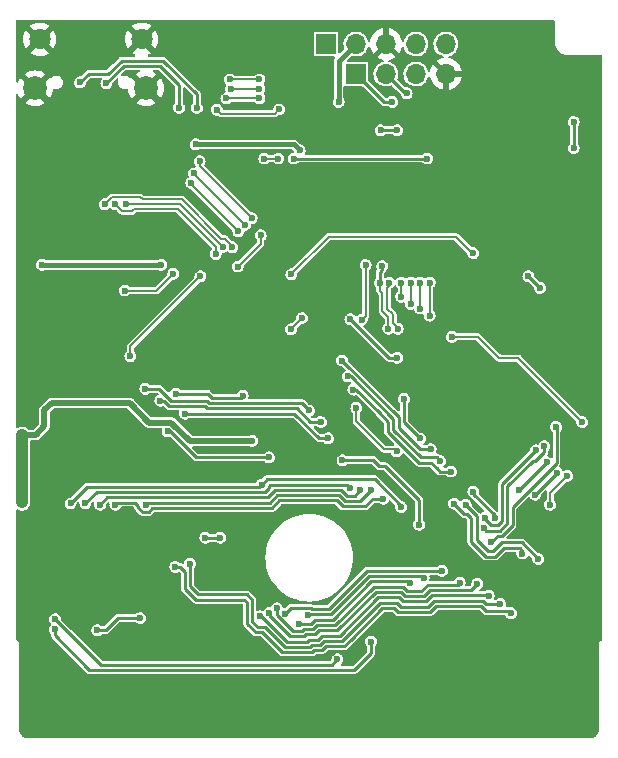
<source format=gbr>
%TF.GenerationSoftware,KiCad,Pcbnew,6.0.7-5.fc37*%
%TF.CreationDate,2022-11-14T12:33:56+01:00*%
%TF.ProjectId,GameboyTestCartridge,47616d65-626f-4795-9465-737443617274,rev?*%
%TF.SameCoordinates,PX9b72ec0PY876bf80*%
%TF.FileFunction,Copper,L2,Bot*%
%TF.FilePolarity,Positive*%
%FSLAX46Y46*%
G04 Gerber Fmt 4.6, Leading zero omitted, Abs format (unit mm)*
G04 Created by KiCad (PCBNEW 6.0.7-5.fc37) date 2022-11-14 12:33:56*
%MOMM*%
%LPD*%
G01*
G04 APERTURE LIST*
%TA.AperFunction,ComponentPad*%
%ADD10R,1.700000X1.700000*%
%TD*%
%TA.AperFunction,ComponentPad*%
%ADD11O,1.700000X1.700000*%
%TD*%
%TA.AperFunction,ComponentPad*%
%ADD12C,2.000000*%
%TD*%
%TA.AperFunction,ComponentPad*%
%ADD13C,1.800000*%
%TD*%
%TA.AperFunction,ViaPad*%
%ADD14C,0.600000*%
%TD*%
%TA.AperFunction,Conductor*%
%ADD15C,0.200000*%
%TD*%
%TA.AperFunction,Conductor*%
%ADD16C,0.400000*%
%TD*%
%TA.AperFunction,Conductor*%
%ADD17C,0.250000*%
%TD*%
%TA.AperFunction,Conductor*%
%ADD18C,0.500000*%
%TD*%
%TA.AperFunction,Conductor*%
%ADD19C,1.000000*%
%TD*%
G04 APERTURE END LIST*
D10*
%TO.P,J1,1,Pin_1*%
%TO.N,/~{MCLR}*%
X26425000Y59000000D03*
D11*
%TO.P,J1,2,Pin_2*%
%TO.N,+3.3V*%
X28965000Y59000000D03*
%TO.P,J1,3,Pin_3*%
%TO.N,GND*%
X31505000Y59000000D03*
%TO.P,J1,4,Pin_4*%
%TO.N,/PGED*%
X34045000Y59000000D03*
%TO.P,J1,5,Pin_5*%
%TO.N,/PGEC*%
X36585000Y59000000D03*
%TD*%
D12*
%TO.P,J3,S1,SHIELD*%
%TO.N,GND*%
X11200000Y55250000D03*
X1800000Y55250000D03*
D13*
X2180000Y59400000D03*
X10820000Y59400000D03*
%TD*%
D10*
%TO.P,J2,1,Pin_1*%
%TO.N,/EXT_1*%
X28965000Y56460000D03*
D11*
%TO.P,J2,2,Pin_2*%
%TO.N,/EXT_2*%
X31505000Y56460000D03*
%TO.P,J2,3,Pin_3*%
%TO.N,/EXT_3*%
X34045000Y56460000D03*
%TO.P,J2,4,Pin_4*%
%TO.N,GND*%
X36585000Y56460000D03*
%TD*%
D14*
%TO.N,/~{MCLR}*%
X18300000Y56000000D03*
X20799500Y56000000D03*
%TO.N,GND*%
X28400000Y50000000D03*
X2100000Y14300000D03*
X44100000Y53500000D03*
X35500000Y10100000D03*
X37000000Y10200000D03*
X22500000Y44400000D03*
X36200000Y39900000D03*
X48400000Y18300000D03*
X35100000Y17400000D03*
X18800000Y16400000D03*
X25100000Y38900000D03*
X1800000Y28000000D03*
X24000000Y53200000D03*
X23950000Y22850000D03*
X27800000Y22800000D03*
X44400000Y48400000D03*
X4000000Y36900000D03*
X7800000Y41800000D03*
X33300000Y50300000D03*
X27700000Y24700000D03*
X6400000Y60500000D03*
X44600000Y10400000D03*
X25900000Y37000000D03*
X43000000Y29700000D03*
X48400000Y40100000D03*
X500000Y53600000D03*
X7300000Y38700000D03*
X45200000Y45400000D03*
X2800000Y42400000D03*
X49200000Y57500000D03*
X37500000Y37300000D03*
X49300000Y8900000D03*
X42200000Y43800000D03*
X47700000Y32400000D03*
X3500000Y27600000D03*
X8900000Y60500000D03*
X18300000Y14300000D03*
X29100000Y15300000D03*
X35100000Y22900000D03*
X45200000Y12500000D03*
X45200000Y25900000D03*
X36000000Y46000000D03*
X48600000Y10200000D03*
X4400000Y52800000D03*
X2600000Y8700000D03*
X42200000Y41800000D03*
X10950000Y49050000D03*
X35800000Y21600000D03*
X5200000Y50300000D03*
X38500000Y13900000D03*
X38500000Y10100000D03*
X45300000Y60600000D03*
X45200000Y27400000D03*
X36200000Y15300000D03*
X40500000Y41800000D03*
X48600000Y8600000D03*
X21900000Y26100000D03*
X42000000Y39000000D03*
X600000Y48900000D03*
X1800000Y27100000D03*
X20800000Y45900000D03*
X33400000Y35300000D03*
X2300000Y38300000D03*
X48500000Y29000000D03*
X28100000Y47000000D03*
X40600000Y49600000D03*
X23800000Y25400000D03*
X44500000Y50300000D03*
X36000000Y35400000D03*
X23500000Y36800000D03*
X45200000Y42300000D03*
X1800000Y9800000D03*
X40200000Y24500000D03*
X23500000Y46000000D03*
X9800000Y49300000D03*
X38900000Y35900000D03*
X19100000Y10800000D03*
X49100000Y51400000D03*
X10900000Y53300000D03*
X18800000Y26700000D03*
X8300000Y38700000D03*
X48400000Y13400000D03*
X2200000Y32100000D03*
X37000000Y14000000D03*
X30100000Y27300000D03*
X41100000Y33600000D03*
X47500000Y23700000D03*
X3300000Y52700000D03*
X31500000Y25400000D03*
X37800000Y44400000D03*
X4800000Y32400000D03*
X22800000Y19600000D03*
X47000000Y38900000D03*
X26500000Y33500000D03*
X17300000Y56300000D03*
X30600000Y36000000D03*
X2200000Y23200000D03*
X36100000Y49400000D03*
X21800000Y51400000D03*
X36500000Y29900000D03*
X2000000Y19800000D03*
X35600000Y52300000D03*
X5200000Y49200000D03*
X33600000Y15700000D03*
X3500000Y26400000D03*
X37600000Y28600000D03*
X1900000Y36700000D03*
X22200000Y12400000D03*
X32600000Y44600000D03*
X4400000Y45900000D03*
X34200000Y44500000D03*
X25100000Y32200000D03*
X21600000Y18000000D03*
X48600000Y9400000D03*
X36500000Y33100000D03*
X38700000Y60600000D03*
X600000Y57400000D03*
X43900000Y36700000D03*
X4000000Y60500000D03*
X33800000Y32400000D03*
X18100000Y32400000D03*
X31000000Y47000000D03*
X3700000Y45700000D03*
X49300000Y9800000D03*
X40600000Y37400000D03*
X25200000Y44400000D03*
X29900000Y53300000D03*
X12800000Y53300000D03*
X39900000Y45700000D03*
X19700000Y22200000D03*
X25000000Y60500000D03*
%TO.N,+5V*%
X700000Y25900000D03*
X28500000Y35700000D03*
X45969574Y22686396D03*
X700000Y20200000D03*
X47400000Y50200000D03*
X32449500Y51700000D03*
X47400000Y52400000D03*
X44131802Y20848624D03*
X32470950Y32429051D03*
X31050500Y51700000D03*
X20200000Y25400497D03*
%TO.N,+3.3V*%
X27500000Y54100500D03*
X12500000Y40300000D03*
X2400000Y40300000D03*
%TO.N,+5P*%
X24200000Y50000000D03*
X15400000Y50500000D03*
%TO.N,/PGED*%
X20799500Y55200000D03*
X18400500Y55200000D03*
%TO.N,/PGEC*%
X18000500Y54400000D03*
X20799500Y54400000D03*
%TO.N,/EXT_1*%
X32045727Y54100500D03*
%TO.N,/EXT_2*%
X33266411Y54833589D03*
%TO.N,/EXT_3*%
X22439597Y53460403D03*
X17200500Y53432011D03*
%TO.N,Net-(J3-PadA5)*%
X7833526Y55672484D03*
X14000000Y53600000D03*
%TO.N,Net-(J3-PadB5)*%
X15500000Y53600000D03*
X5602867Y55749502D03*
%TO.N,/~{RD}*%
X15800000Y39324500D03*
X23500000Y39500000D03*
X7072015Y9372015D03*
X10700000Y10400000D03*
X38900000Y41299500D03*
X9865000Y32565000D03*
%TO.N,/~{WR}*%
X9400000Y38124500D03*
X18960403Y40160403D03*
X20900000Y42800000D03*
X13500000Y39550500D03*
%TO.N,/A13*%
X32800000Y19800000D03*
X4800000Y20100000D03*
X20971515Y21700000D03*
%TO.N,/GB_RESET*%
X21200500Y49300000D03*
X23700000Y49300000D03*
X22399500Y49300000D03*
X35000000Y49300000D03*
%TO.N,/A15*%
X21600000Y24000000D03*
X27825500Y23766594D03*
X13029500Y26200000D03*
X34300000Y18300000D03*
%TO.N,/SHIFT_CLK*%
X9535403Y45435403D03*
X17684571Y41815429D03*
X32800000Y37600000D03*
X32799502Y38800071D03*
%TO.N,/~{ADDR_OE}*%
X35217679Y38800086D03*
X35300000Y24700000D03*
X27800000Y32200000D03*
X23458411Y34858411D03*
X24400000Y35800000D03*
X35200000Y36001500D03*
%TO.N,/~{DATA_OE}*%
X45400000Y20000000D03*
X46846183Y22446183D03*
X37100000Y34200000D03*
X48124500Y27000000D03*
X34418177Y38799500D03*
X34400000Y36601000D03*
%TO.N,/SHIFT_OUT*%
X43562289Y39337711D03*
X18483822Y41795392D03*
X44551532Y38348468D03*
X7700000Y45424500D03*
%TO.N,/SHIFT_LOAD*%
X8600000Y45424500D03*
X33599004Y38799990D03*
X33600000Y37000000D03*
X17084571Y41215429D03*
%TO.N,/DATA_CLK*%
X38245487Y19987452D03*
X15727464Y49072536D03*
X20134571Y44265429D03*
X32499502Y34900500D03*
X28740213Y29740213D03*
X37000000Y22800000D03*
X31799503Y38799500D03*
X44400000Y15400000D03*
%TO.N,/REG_CLK*%
X31000000Y38799500D03*
X36100000Y23700000D03*
X28258411Y30858411D03*
X37274881Y20074880D03*
X15033367Y47247067D03*
X43058411Y15858411D03*
X19003904Y43134762D03*
X31199500Y40196352D03*
X31700000Y34900000D03*
%TO.N,/A14*%
X32400000Y24500000D03*
X30250000Y8400000D03*
X29000000Y28200000D03*
X3465837Y9450985D03*
%TO.N,/A12*%
X27400000Y6900000D03*
X3500000Y10300000D03*
%TO.N,/A7*%
X26600000Y25624500D03*
X14500000Y27700500D03*
%TO.N,/A6*%
X12400000Y28800000D03*
X26000000Y27000000D03*
%TO.N,/A5*%
X11135500Y29800000D03*
X25000000Y27974500D03*
%TO.N,/D0*%
X33569564Y13325500D03*
X42775546Y21275546D03*
X45100000Y23600000D03*
X24156968Y9912938D03*
%TO.N,/D1*%
X44200000Y24600000D03*
X24872015Y10627985D03*
X39900497Y18875500D03*
X34700000Y13775500D03*
%TO.N,/D2*%
X44922586Y24942159D03*
X22995661Y10778839D03*
X36250000Y14400000D03*
X39800000Y18000000D03*
%TO.N,/D3*%
X37750000Y13400000D03*
X40400000Y16800000D03*
X45922015Y26577985D03*
X22269780Y11224500D03*
%TO.N,/D4*%
X39250000Y13300000D03*
X21581113Y10809875D03*
%TO.N,/D5*%
X17464500Y17200000D03*
X16214500Y17200000D03*
X20823201Y10555368D03*
X40200000Y12300000D03*
%TO.N,/D6*%
X14924500Y15000000D03*
X41200000Y11600000D03*
%TO.N,/D7*%
X42100000Y10800000D03*
X13675500Y14721303D03*
%TO.N,/A10*%
X11155500Y20000000D03*
X30200000Y21200000D03*
%TO.N,/A11*%
X31275500Y20500000D03*
X8600000Y20000000D03*
%TO.N,/A9*%
X7304500Y20000000D03*
X29300000Y21200000D03*
%TO.N,/A8*%
X6055500Y20100000D03*
X28500000Y21374500D03*
%TO.N,/SRAM_SELECT*%
X13695500Y29399500D03*
X19379500Y29224500D03*
%TO.N,/SHIFT_2*%
X34400000Y25600000D03*
X33041578Y28958422D03*
%TO.N,/SHIFT_IN*%
X29791068Y40291068D03*
X19569238Y43700095D03*
X15260307Y48039693D03*
X29441589Y35641589D03*
%TO.N,/SHIFT_3*%
X38900000Y21100000D03*
X40700000Y18875500D03*
%TD*%
D15*
%TO.N,/~{MCLR}*%
X18300000Y56000000D02*
X20799500Y56000000D01*
D16*
%TO.N,GND*%
X31505000Y59000000D02*
X30305000Y57800000D01*
X30305000Y57800000D02*
X30300000Y57800000D01*
X36585000Y56460000D02*
X35345000Y57700000D01*
X35345000Y57700000D02*
X35300000Y57700000D01*
X31505000Y59000000D02*
X32800000Y57705000D01*
D17*
%TO.N,+5V*%
X32449500Y51700000D02*
X31050500Y51700000D01*
X28500000Y35700000D02*
X31770949Y32429051D01*
X45969574Y22686396D02*
X44131802Y20848624D01*
X31770949Y32429051D02*
X32470950Y32429051D01*
D18*
X3200000Y28600000D02*
X2580331Y27980331D01*
X11450000Y26950000D02*
X9800000Y28600000D01*
X9800000Y28600000D02*
X3200000Y28600000D01*
X13340161Y26950000D02*
X11450000Y26950000D01*
X20200000Y25400497D02*
X14889664Y25400497D01*
X2580331Y26619669D02*
X1860661Y25900000D01*
X2580331Y27980331D02*
X2580331Y26619669D01*
D17*
X47400000Y52400000D02*
X47400000Y50200000D01*
D19*
X700000Y25900000D02*
X700000Y20200000D01*
D18*
X14889664Y25400497D02*
X13340161Y26950000D01*
X1860661Y25900000D02*
X700000Y25900000D01*
D16*
%TO.N,+3.3V*%
X27500000Y57535000D02*
X28965000Y59000000D01*
X2400000Y40300000D02*
X12500000Y40300000D01*
X27500000Y54100500D02*
X27500000Y57535000D01*
%TO.N,+5P*%
X15400000Y50500000D02*
X23700000Y50500000D01*
X23700000Y50500000D02*
X24200000Y50000000D01*
D15*
%TO.N,/PGED*%
X18400500Y55200000D02*
X20799500Y55200000D01*
%TO.N,/PGEC*%
X18000500Y54400000D02*
X20799500Y54400000D01*
D17*
%TO.N,/EXT_1*%
X31324500Y54100500D02*
X28965000Y56460000D01*
X32045727Y54100500D02*
X31324500Y54100500D01*
%TO.N,/EXT_2*%
X33131411Y54833589D02*
X31505000Y56460000D01*
X33266411Y54833589D02*
X33131411Y54833589D01*
D15*
%TO.N,/EXT_3*%
X17200500Y53432011D02*
X17532511Y53100000D01*
X17532511Y53100000D02*
X22079194Y53100000D01*
X22079194Y53100000D02*
X22439597Y53460403D01*
D17*
%TO.N,Net-(J3-PadA5)*%
X12400000Y57150000D02*
X9311042Y57150000D01*
X14000000Y53600000D02*
X14000000Y55550000D01*
X9311042Y57150000D02*
X7833526Y55672484D01*
X14000000Y55550000D02*
X12400000Y57150000D01*
%TO.N,Net-(J3-PadB5)*%
X15500000Y54750000D02*
X12650000Y57600000D01*
X12650000Y57600000D02*
X9124646Y57600000D01*
X9124646Y57600000D02*
X8012323Y56487677D01*
X8012323Y56487677D02*
X6341043Y56487677D01*
X6341043Y56487677D02*
X5602867Y55749502D01*
X15500000Y53600000D02*
X15500000Y54750000D01*
D15*
%TO.N,/~{RD}*%
X9865000Y32565000D02*
X9865000Y33389500D01*
X34100000Y42700000D02*
X37400000Y42700000D01*
X9865000Y33389500D02*
X15800000Y39324500D01*
D17*
X8800000Y10400000D02*
X10700000Y10400000D01*
D15*
X38800500Y41299500D02*
X38900000Y41299500D01*
D17*
X7072015Y9372015D02*
X7772015Y9372015D01*
X7772015Y9372015D02*
X8800000Y10400000D01*
D15*
X37400000Y42700000D02*
X38000000Y42100000D01*
X26700000Y42700000D02*
X34100000Y42700000D01*
X23500000Y39500000D02*
X26700000Y42700000D01*
X38000000Y42100000D02*
X38800500Y41299500D01*
%TO.N,/~{WR}*%
X12074000Y38124500D02*
X9400000Y38124500D01*
X18960403Y40160403D02*
X20900000Y42100000D01*
X20900000Y42100000D02*
X20900000Y42800000D01*
X13500000Y39550500D02*
X12074000Y38124500D01*
D17*
%TO.N,/A13*%
X20971515Y21700000D02*
X20796515Y21525000D01*
X20796515Y21525000D02*
X6225000Y21525000D01*
X6225000Y21525000D02*
X4800000Y20100000D01*
X32800000Y19900000D02*
X32800000Y19800000D01*
X30550000Y22150000D02*
X32800000Y19900000D01*
X21421515Y22150000D02*
X30550000Y22150000D01*
X20971515Y21700000D02*
X21421515Y22150000D01*
D15*
%TO.N,/GB_RESET*%
X21200500Y49300000D02*
X22399500Y49300000D01*
D17*
X35000000Y49300000D02*
X23700000Y49300000D01*
%TO.N,/A15*%
X15429500Y24000000D02*
X21600000Y24000000D01*
X30433406Y23766594D02*
X27825500Y23766594D01*
X13029500Y26200000D02*
X13229500Y26200000D01*
X30433406Y23766594D02*
X30950000Y23250000D01*
X34300000Y18300000D02*
X34300000Y20400000D01*
X30950000Y23250000D02*
X31450000Y23250000D01*
X13229500Y26200000D02*
X15429500Y24000000D01*
X34300000Y20400000D02*
X31450000Y23250000D01*
D15*
%TO.N,/SHIFT_CLK*%
X14064597Y45435403D02*
X17684571Y41815429D01*
X9535403Y45435403D02*
X14064597Y45435403D01*
X32800000Y37600000D02*
X32800000Y38799573D01*
X32800000Y38799573D02*
X32799502Y38800071D01*
D17*
%TO.N,/~{ADDR_OE}*%
X32591578Y26508422D02*
X32591578Y27408422D01*
X35300000Y24700000D02*
X34400000Y24700000D01*
X34400000Y24700000D02*
X32591578Y26508422D01*
X32591578Y27408422D02*
X27800000Y32200000D01*
D15*
X35200000Y38782407D02*
X35217679Y38800086D01*
X35200000Y36001500D02*
X35200000Y38782407D01*
X24400000Y35800000D02*
X23458411Y34858411D01*
%TO.N,/~{DATA_OE}*%
X34400000Y36601000D02*
X34418177Y36619177D01*
X39300000Y34200000D02*
X41100000Y32400000D01*
X42724500Y32400000D02*
X48124500Y27000000D01*
X37100000Y34200000D02*
X39300000Y34200000D01*
X45400000Y20000000D02*
X45400000Y21000000D01*
X41100000Y32400000D02*
X42724500Y32400000D01*
X34418177Y36619177D02*
X34418177Y38799500D01*
X45400000Y21000000D02*
X46846183Y22446183D01*
%TO.N,/SHIFT_OUT*%
X18483822Y41795392D02*
X18483822Y41916178D01*
X18483822Y41916178D02*
X17900000Y42500000D01*
X8310903Y46035403D02*
X7700000Y45424500D01*
X10900000Y45835403D02*
X10700000Y46035403D01*
X17565685Y42500000D02*
X14230282Y45835403D01*
X17900000Y42500000D02*
X17565685Y42500000D01*
X14230282Y45835403D02*
X10900000Y45835403D01*
D17*
X44551532Y38348468D02*
X43562289Y39337711D01*
D15*
X10700000Y46035403D02*
X8310903Y46035403D01*
%TO.N,/SHIFT_LOAD*%
X33599004Y37000996D02*
X33599004Y38799990D01*
X33600000Y37000000D02*
X33599004Y37000996D01*
X17084571Y41849743D02*
X17084571Y41215429D01*
X10200000Y45035403D02*
X12400000Y45035403D01*
X8600000Y45424500D02*
X9189097Y44835403D01*
X12400000Y45035403D02*
X13898911Y45035403D01*
X9189097Y44835403D02*
X10000000Y44835403D01*
X10000000Y44835403D02*
X10200000Y45035403D01*
X14417157Y44517157D02*
X17084571Y41849743D01*
X13898911Y45035403D02*
X14417157Y44517157D01*
D17*
%TO.N,/DATA_CLK*%
X44400000Y15400000D02*
X43000000Y16800000D01*
D15*
X31600000Y38350474D02*
X31600000Y36600000D01*
D17*
X31955182Y25872026D02*
X34277208Y23550000D01*
D15*
X15727464Y49072536D02*
X15727464Y48672536D01*
D17*
X28740213Y29740213D02*
X28986995Y29740213D01*
X39175000Y17025000D02*
X39175000Y19057939D01*
D15*
X32100000Y36100000D02*
X32100000Y35348529D01*
D17*
X31691578Y26135630D02*
X31955182Y25872026D01*
X35100000Y23550000D02*
X35350000Y23550000D01*
D15*
X15727464Y48672536D02*
X20134571Y44265429D01*
D17*
X40150000Y16050000D02*
X39175000Y17025000D01*
X35350000Y23550000D02*
X35800000Y23100000D01*
X34277208Y23550000D02*
X35100000Y23550000D01*
X30913604Y27813604D02*
X31691578Y27035630D01*
X39175000Y19057939D02*
X38245487Y19987452D01*
X41300000Y16800000D02*
X40550000Y16050000D01*
D15*
X31799503Y38549977D02*
X31600000Y38350474D01*
D17*
X31691578Y27000000D02*
X31691578Y26300000D01*
X28986995Y29740213D02*
X30913604Y27813604D01*
D15*
X32100000Y35348529D02*
X32499502Y34949027D01*
D17*
X40550000Y16050000D02*
X40150000Y16050000D01*
X43000000Y16800000D02*
X41300000Y16800000D01*
X31691578Y26300000D02*
X31691578Y26135630D01*
X36100000Y22800000D02*
X37000000Y22800000D01*
D15*
X31799503Y38799500D02*
X31799503Y38549977D01*
X32499502Y34949027D02*
X32499502Y34900500D01*
D17*
X35800000Y23100000D02*
X36100000Y22800000D01*
X31691578Y27035630D02*
X31691578Y27000000D01*
D15*
X31600000Y36600000D02*
X32100000Y36100000D01*
D17*
%TO.N,/REG_CLK*%
X42813604Y16350000D02*
X42831802Y16331802D01*
X42000000Y16350000D02*
X42813604Y16350000D01*
X39963604Y15600000D02*
X40736396Y15600000D01*
D15*
X15033367Y47105299D02*
X19003904Y43134762D01*
D17*
X31199500Y39899500D02*
X31000000Y39700000D01*
X37274881Y20074880D02*
X38151490Y19198271D01*
X38725000Y18300000D02*
X38725000Y16838604D01*
X42831802Y16331802D02*
X43058411Y16105193D01*
X38725000Y18871543D02*
X38725000Y18300000D01*
X35800000Y24000000D02*
X34463604Y24000000D01*
X43058411Y16105193D02*
X43058411Y15858411D01*
X39631802Y15931802D02*
X39963604Y15600000D01*
X31199500Y40196352D02*
X31199500Y39899500D01*
D15*
X15033367Y47247067D02*
X15033367Y47105299D01*
D17*
X32141578Y26322026D02*
X32141578Y27222026D01*
D15*
X31000000Y38799500D02*
X31000000Y38100000D01*
D17*
X36100000Y23700000D02*
X35800000Y24000000D01*
X28505193Y30858411D02*
X28258411Y30858411D01*
X31000000Y39700000D02*
X31000000Y38799500D01*
X38151490Y19198271D02*
X38398272Y19198271D01*
X38398272Y19198271D02*
X38725000Y18871543D01*
X38725000Y16838604D02*
X39631802Y15931802D01*
D15*
X31700000Y35900000D02*
X31700000Y34900000D01*
D17*
X40968198Y15831802D02*
X41486396Y16350000D01*
D15*
X31200000Y37900000D02*
X31200000Y36400000D01*
D17*
X41486396Y16350000D02*
X42000000Y16350000D01*
D15*
X31000000Y38100000D02*
X31200000Y37900000D01*
X31200000Y36400000D02*
X31700000Y35900000D01*
D17*
X40736396Y15600000D02*
X40968198Y15831802D01*
X32141578Y27222026D02*
X28505193Y30858411D01*
X34463604Y24000000D02*
X32141578Y26322026D01*
%TO.N,/A14*%
X30250000Y7450000D02*
X28800000Y6000000D01*
X30250000Y8400000D02*
X30250000Y7450000D01*
D15*
X29000000Y28200000D02*
X29000000Y27051471D01*
X32200000Y24700000D02*
X32400000Y24500000D01*
D17*
X3465837Y8934163D02*
X3465837Y9450985D01*
X28800000Y6000000D02*
X6400000Y6000000D01*
D15*
X31351471Y24700000D02*
X32200000Y24700000D01*
D17*
X6400000Y6000000D02*
X3465837Y8934163D01*
D15*
X29000000Y27051471D02*
X31351471Y24700000D01*
D17*
%TO.N,/A12*%
X27400000Y6900000D02*
X26950000Y6450000D01*
X26950000Y6450000D02*
X7350000Y6450000D01*
X7350000Y6450000D02*
X3500000Y10300000D01*
%TO.N,/A7*%
X23753720Y27700500D02*
X14500000Y27700500D01*
X26600000Y25624500D02*
X25829720Y25624500D01*
X25829720Y25624500D02*
X23753720Y27700500D01*
%TO.N,/A6*%
X13156354Y28325000D02*
X12681354Y28800000D01*
X25090616Y27000000D02*
X23940616Y28150000D01*
X23940616Y28150000D02*
X16377208Y28150000D01*
X12681354Y28800000D02*
X12400000Y28800000D01*
X16377208Y28150000D02*
X16202208Y28325000D01*
X26000000Y27000000D02*
X25090616Y27000000D01*
X16202208Y28325000D02*
X13156354Y28325000D01*
%TO.N,/A5*%
X16388604Y28775000D02*
X13342750Y28775000D01*
X12317750Y29800000D02*
X11135500Y29800000D01*
X24374500Y28600000D02*
X16563604Y28600000D01*
X16563604Y28600000D02*
X16388604Y28775000D01*
X13342750Y28775000D02*
X12317750Y29800000D01*
X25000000Y27974500D02*
X24374500Y28600000D01*
%TO.N,/D0*%
X42775546Y21275546D02*
X45100000Y23600000D01*
X33500000Y13500000D02*
X30272792Y13500000D01*
X33569564Y13325500D02*
X33569564Y13430436D01*
X25497015Y10250000D02*
X25159953Y9912938D01*
X27022792Y10250000D02*
X25497015Y10250000D01*
X30272792Y13500000D02*
X27022792Y10250000D01*
X33569564Y13430436D02*
X33500000Y13500000D01*
X25159953Y9912938D02*
X24156968Y9912938D01*
%TO.N,/D1*%
X26836396Y10700000D02*
X24944030Y10700000D01*
X30086396Y13950000D02*
X26836396Y10700000D01*
X41325000Y21725000D02*
X41325000Y18616616D01*
X44200000Y24600000D02*
X41325000Y21725000D01*
X41325000Y18616616D02*
X40958884Y18250500D01*
X39900497Y18791119D02*
X39900497Y18875500D01*
X34525500Y13950000D02*
X30086396Y13950000D01*
X40441116Y18250500D02*
X39900497Y18791119D01*
X34700000Y13775500D02*
X34525500Y13950000D01*
X24944030Y10700000D02*
X24872015Y10627985D01*
X40958884Y18250500D02*
X40441116Y18250500D01*
%TO.N,/D2*%
X25130899Y11252985D02*
X23469807Y11252985D01*
X41775000Y18430220D02*
X41145280Y17800500D01*
X44922586Y24438702D02*
X44165686Y23681802D01*
X44165686Y23681802D02*
X43918198Y23681802D01*
X41145280Y17800500D02*
X39999500Y17800500D01*
X41775000Y21538604D02*
X41775000Y18430220D01*
X43918198Y23681802D02*
X41775000Y21538604D01*
X25233884Y11150000D02*
X25130899Y11252985D01*
X29900000Y14400000D02*
X26650000Y11150000D01*
X36250000Y14400000D02*
X29900000Y14400000D01*
X39999500Y17800500D02*
X39800000Y18000000D01*
X26650000Y11150000D02*
X25233884Y11150000D01*
X23469807Y11252985D02*
X22995661Y10778839D01*
X44922586Y24942159D02*
X44922586Y24438702D01*
%TO.N,/D3*%
X25683411Y9800000D02*
X25346349Y9462938D01*
X37750000Y13400000D02*
X37575000Y13225000D01*
X37575000Y13225000D02*
X35033384Y13225000D01*
X42225000Y19825000D02*
X45950000Y23550000D01*
X45950000Y23550000D02*
X45950000Y26550000D01*
X34299500Y12700500D02*
X33310680Y12700500D01*
X42225000Y18243824D02*
X42225000Y19825000D01*
X40950500Y17350500D02*
X41331676Y17350500D01*
X33310680Y12700500D02*
X32961180Y13050000D01*
X24415852Y9287938D02*
X23602678Y9287938D01*
X32961180Y13050000D02*
X30459188Y13050000D01*
X40400000Y16800000D02*
X40950500Y17350500D01*
X24590852Y9462938D02*
X24415852Y9287938D01*
X23602678Y9287938D02*
X22269780Y10620836D01*
X25346349Y9462938D02*
X24590852Y9462938D01*
X30459188Y13050000D02*
X27209188Y9800000D01*
X35033384Y13225000D02*
X34508384Y12700000D01*
X41331676Y17350500D02*
X42225000Y18243824D01*
X27209188Y9800000D02*
X25683411Y9800000D01*
X45950000Y26550000D02*
X45922015Y26577985D01*
X34300000Y12700000D02*
X34299500Y12700500D01*
X34508384Y12700000D02*
X34300000Y12700000D01*
X22269780Y10620836D02*
X22269780Y11224500D01*
%TO.N,/D4*%
X24777248Y9012938D02*
X24602248Y8837938D01*
X27395584Y9350000D02*
X25869807Y9350000D01*
X33124284Y12250500D02*
X32774784Y12600000D01*
X34695280Y12250500D02*
X33124284Y12250500D01*
X25869807Y9350000D02*
X25532745Y9012938D01*
X32774784Y12600000D02*
X30645584Y12600000D01*
X25532745Y9012938D02*
X24777248Y9012938D01*
X35219780Y12775000D02*
X34695280Y12250500D01*
X39250000Y13300000D02*
X38725000Y12775000D01*
X30645584Y12600000D02*
X27395584Y9350000D01*
X23416282Y8837938D02*
X21581113Y10673107D01*
X24602248Y8837938D02*
X23416282Y8837938D01*
X38725000Y12775000D02*
X35219780Y12775000D01*
X21581113Y10673107D02*
X21581113Y10809875D01*
%TO.N,/D5*%
X32937888Y11800500D02*
X32588388Y12150000D01*
X16214500Y17200000D02*
X17464500Y17200000D01*
X20944632Y10555368D02*
X20823201Y10555368D01*
X25719141Y8562938D02*
X24963644Y8562938D01*
X24963644Y8562938D02*
X24788644Y8387938D01*
X30831980Y12150000D02*
X27581980Y8900000D01*
X40175000Y12325000D02*
X35406176Y12325000D01*
X40200000Y12300000D02*
X40175000Y12325000D01*
X23112062Y8387938D02*
X20944632Y10555368D01*
X35406176Y12325000D02*
X34881676Y11800500D01*
X24788644Y8387938D02*
X23112062Y8387938D01*
X27581980Y8900000D02*
X26056203Y8900000D01*
X26056203Y8900000D02*
X25719141Y8562938D01*
X34881676Y11800500D02*
X32937888Y11800500D01*
X32588388Y12150000D02*
X30831980Y12150000D01*
%TO.N,/D6*%
X19700000Y12400000D02*
X15600000Y12400000D01*
X21231802Y9631802D02*
X20668198Y9631802D01*
X22925666Y7937938D02*
X21231802Y9631802D01*
X15600000Y12400000D02*
X14924500Y13075500D01*
X35068072Y11350500D02*
X32751492Y11350500D01*
X35592572Y11875000D02*
X35068072Y11350500D01*
X26242599Y8450000D02*
X25905537Y8112938D01*
X32751492Y11350500D02*
X32401992Y11700000D01*
X25905537Y8112938D02*
X25237062Y8112938D01*
X20668198Y9631802D02*
X20198201Y10101799D01*
X32401992Y11700000D02*
X31018376Y11700000D01*
X39741116Y11875000D02*
X35592572Y11875000D01*
X25062062Y7937938D02*
X22925666Y7937938D01*
X41200000Y11600000D02*
X40016116Y11600000D01*
X14924500Y13075500D02*
X14924500Y15000000D01*
X31018376Y11700000D02*
X27768376Y8450000D01*
X20198201Y11901799D02*
X19700000Y12400000D01*
X27768376Y8450000D02*
X26242599Y8450000D01*
X25237062Y8112938D02*
X25062062Y7937938D01*
X40016116Y11600000D02*
X39741116Y11875000D01*
X20198201Y10101799D02*
X20198201Y11901799D01*
%TO.N,/D7*%
X26091933Y7662938D02*
X26428995Y8000000D01*
X42100000Y10800000D02*
X41925000Y10975000D01*
X19748201Y9915403D02*
X20481802Y9181802D01*
X19748201Y11715403D02*
X19748201Y9915403D01*
X35778968Y11425000D02*
X35254468Y10900500D01*
X21045406Y9181802D02*
X22739270Y7487938D01*
X31204772Y11250000D02*
X28527386Y8572614D01*
X27954772Y8000000D02*
X28527386Y8572614D01*
X25423458Y7662938D02*
X26091933Y7662938D01*
X39554720Y11425000D02*
X35778968Y11425000D01*
X14474500Y14325500D02*
X14474500Y12889104D01*
X20481802Y9181802D02*
X21045406Y9181802D01*
X14078697Y14721303D02*
X14474500Y14325500D01*
X13675500Y14721303D02*
X14078697Y14721303D01*
X25248458Y7487938D02*
X25423458Y7662938D01*
X19513604Y11950000D02*
X19748201Y11715403D01*
X26428995Y8000000D02*
X27954772Y8000000D01*
X32565096Y10900500D02*
X32215596Y11250000D01*
X14474500Y12889104D02*
X15413604Y11950000D01*
X32215596Y11250000D02*
X31204772Y11250000D01*
X40004720Y10975000D02*
X39554720Y11425000D01*
X35254468Y10900500D02*
X32565096Y10900500D01*
X22739270Y7487938D02*
X25248458Y7487938D01*
X41925000Y10975000D02*
X40004720Y10975000D01*
X15413604Y11950000D02*
X19513604Y11950000D01*
%TO.N,/A10*%
X11330500Y20175000D02*
X21675000Y20175000D01*
X27554220Y20800000D02*
X28054220Y20300000D01*
X21675000Y20175000D02*
X22300000Y20800000D01*
X11155500Y20000000D02*
X11330500Y20175000D01*
X22300000Y20800000D02*
X27554220Y20800000D01*
X29300000Y20300000D02*
X30200000Y21200000D01*
X28054220Y20300000D02*
X29300000Y20300000D01*
%TO.N,/A11*%
X29750000Y19850000D02*
X30400000Y20500000D01*
X8600000Y20000000D02*
X8775000Y20175000D01*
X11739384Y19700000D02*
X21836396Y19700000D01*
X10225000Y20175000D02*
X10530500Y19869500D01*
X21836396Y19700000D02*
X22486396Y20350000D01*
X8775000Y20175000D02*
X10225000Y20175000D01*
X10896616Y19375000D02*
X11414384Y19375000D01*
X11414384Y19375000D02*
X11739384Y19700000D01*
X30400000Y20500000D02*
X31275500Y20500000D01*
X27850000Y19850000D02*
X29750000Y19850000D01*
X22486396Y20350000D02*
X27350000Y20350000D01*
X10530500Y19869500D02*
X10530500Y19741116D01*
X10530500Y19741116D02*
X10896616Y19375000D01*
X27350000Y20350000D02*
X27850000Y19850000D01*
%TO.N,/A9*%
X28240616Y20750000D02*
X27740616Y21250000D01*
X27740616Y21250000D02*
X22113604Y21250000D01*
X29300000Y21200000D02*
X28850000Y20750000D01*
X21488604Y20625000D02*
X7929500Y20625000D01*
X7929500Y20625000D02*
X7304500Y20000000D01*
X28850000Y20750000D02*
X28240616Y20750000D01*
X22113604Y21250000D02*
X21488604Y20625000D01*
%TO.N,/A8*%
X7030500Y21075000D02*
X6055500Y20100000D01*
X21302914Y21075000D02*
X7030500Y21075000D01*
X28174500Y21700000D02*
X21680426Y21700000D01*
X21597015Y21369101D02*
X21302914Y21075000D01*
X21680426Y21700000D02*
X21597015Y21616589D01*
X28500000Y21374500D02*
X28174500Y21700000D01*
X21597015Y21616589D02*
X21597015Y21369101D01*
%TO.N,/SRAM_SELECT*%
X16750000Y29050000D02*
X19205000Y29050000D01*
X19205000Y29050000D02*
X19379500Y29224500D01*
X13695500Y29399500D02*
X16400500Y29399500D01*
X16400500Y29399500D02*
X16750000Y29050000D01*
%TO.N,/SHIFT_2*%
X33041578Y28958422D02*
X33041578Y26958422D01*
X33041578Y26958422D02*
X34400000Y25600000D01*
D15*
%TO.N,/SHIFT_IN*%
X15260307Y48009026D02*
X19569238Y43700095D01*
X29791068Y35991068D02*
X29791068Y40291068D01*
X29441589Y35641589D02*
X29791068Y35991068D01*
X15260307Y48039693D02*
X15260307Y48009026D01*
D17*
%TO.N,/SHIFT_3*%
X40700000Y18875500D02*
X40700000Y19100000D01*
X40700000Y19100000D02*
X38900000Y20900000D01*
X38900000Y20900000D02*
X38900000Y21100000D01*
%TD*%
%TA.AperFunction,Conductor*%
%TO.N,GND*%
G36*
X45758691Y61030593D02*
G01*
X45794655Y60981093D01*
X45799500Y60950500D01*
X45799500Y59284017D01*
X45796982Y59261831D01*
X45794344Y59250359D01*
X45796515Y59240766D01*
X45796801Y59237133D01*
X45796798Y59235473D01*
X45797075Y59233649D01*
X45808064Y59094025D01*
X45810614Y59061620D01*
X45826074Y58997224D01*
X45853307Y58883790D01*
X45854726Y58877878D01*
X45856213Y58874288D01*
X45925551Y58706890D01*
X45925554Y58706884D01*
X45927039Y58703299D01*
X45929068Y58699988D01*
X45929070Y58699984D01*
X45961604Y58646894D01*
X46025772Y58542182D01*
X46028295Y58539228D01*
X46138049Y58410724D01*
X46148494Y58398494D01*
X46292182Y58275772D01*
X46335240Y58249386D01*
X46449984Y58179070D01*
X46449988Y58179068D01*
X46453299Y58177039D01*
X46456884Y58175554D01*
X46456890Y58175551D01*
X46623453Y58106559D01*
X46627878Y58104726D01*
X46631652Y58103820D01*
X46631655Y58103819D01*
X46798932Y58063660D01*
X46811620Y58060614D01*
X46815485Y58060310D01*
X46815490Y58060309D01*
X46982113Y58047195D01*
X46988248Y58046248D01*
X46988248Y58046252D01*
X46993820Y58045611D01*
X46999282Y58044345D01*
X47000000Y58044344D01*
X47005452Y58045588D01*
X47005455Y58045588D01*
X47011734Y58047020D01*
X47033752Y58049500D01*
X49700500Y58049500D01*
X49758691Y58030593D01*
X49794655Y57981093D01*
X49799500Y57950500D01*
X49799500Y8641855D01*
X49780593Y8583664D01*
X49770504Y8571851D01*
X49675777Y8477124D01*
X49655112Y8452126D01*
X49606703Y8393568D01*
X49594143Y8380898D01*
X49590181Y8377564D01*
X49590178Y8377561D01*
X49585907Y8373967D01*
X49585475Y8373394D01*
X49583187Y8368261D01*
X49583184Y8368255D01*
X49582506Y8366733D01*
X49574026Y8352805D01*
X49571807Y8348215D01*
X49564844Y8339508D01*
X49561098Y8323217D01*
X49555045Y8305111D01*
X49548239Y8289839D01*
X49548566Y8278694D01*
X49549457Y8248330D01*
X49549500Y8245426D01*
X49549500Y1034017D01*
X49546982Y1011831D01*
X49544344Y1000359D01*
X49546805Y989484D01*
X49546785Y978337D01*
X49545781Y978339D01*
X49546391Y968438D01*
X49535094Y853730D01*
X49531309Y834699D01*
X49524308Y811620D01*
X49491472Y703374D01*
X49484045Y685445D01*
X49419357Y564423D01*
X49408576Y548287D01*
X49321515Y442202D01*
X49307798Y428485D01*
X49225429Y360887D01*
X49201713Y341424D01*
X49185577Y330643D01*
X49064555Y265955D01*
X49046627Y258528D01*
X48915301Y218691D01*
X48896272Y214906D01*
X48781637Y203616D01*
X48771761Y203139D01*
X48761226Y203157D01*
X48750359Y205656D01*
X48738359Y202941D01*
X48716512Y200500D01*
X1284017Y200500D01*
X1261831Y203018D01*
X1261813Y203022D01*
X1250359Y205656D01*
X1239484Y203195D01*
X1228337Y203215D01*
X1228339Y204219D01*
X1218438Y203609D01*
X1132302Y212092D01*
X1103728Y214906D01*
X1084699Y218691D01*
X953373Y258528D01*
X935445Y265955D01*
X814423Y330643D01*
X798287Y341424D01*
X774571Y360887D01*
X692202Y428485D01*
X678485Y442202D01*
X591424Y548287D01*
X580643Y564423D01*
X515955Y685445D01*
X508528Y703374D01*
X475692Y811620D01*
X468691Y834699D01*
X464906Y853730D01*
X453658Y967942D01*
X453830Y988963D01*
X454389Y993820D01*
X455655Y999282D01*
X455656Y1000000D01*
X453096Y1011224D01*
X452980Y1011734D01*
X450500Y1033752D01*
X450500Y8244912D01*
X450553Y8248160D01*
X450862Y8257564D01*
X451898Y8289135D01*
X447396Y8299333D01*
X447395Y8299337D01*
X445041Y8304669D01*
X439089Y8322630D01*
X437793Y8328312D01*
X437791Y8328315D01*
X435312Y8339185D01*
X428363Y8347905D01*
X425960Y8352898D01*
X417790Y8366396D01*
X414955Y8372819D01*
X414525Y8373394D01*
X410263Y8377006D01*
X410259Y8377010D01*
X406026Y8380597D01*
X393729Y8393045D01*
X344888Y8452126D01*
X324223Y8477124D01*
X229496Y8571851D01*
X201719Y8626368D01*
X200500Y8641855D01*
X200500Y9457162D01*
X2960228Y9457162D01*
X2961143Y9450165D01*
X2961143Y9450164D01*
X2970519Y9378464D01*
X2978817Y9315006D01*
X2981658Y9308550D01*
X2981658Y9308549D01*
X3013565Y9236036D01*
X3036557Y9183782D01*
X3066143Y9148585D01*
X3117120Y9087940D01*
X3140090Y9031230D01*
X3140337Y9024238D01*
X3140337Y8952697D01*
X3139960Y8944068D01*
X3136573Y8905356D01*
X3138815Y8896989D01*
X3146633Y8867814D01*
X3148503Y8859380D01*
X3155249Y8821118D01*
X3159579Y8813619D01*
X3161575Y8808134D01*
X3164041Y8802847D01*
X3166283Y8794479D01*
X3186850Y8765107D01*
X3188569Y8762652D01*
X3193208Y8755371D01*
X3212643Y8721708D01*
X3242408Y8696732D01*
X3248776Y8690898D01*
X6156731Y5782943D01*
X6162565Y5776576D01*
X6187545Y5746806D01*
X6221205Y5727373D01*
X6228489Y5722732D01*
X6260316Y5700446D01*
X6268681Y5698204D01*
X6273961Y5695742D01*
X6279452Y5693743D01*
X6286955Y5689412D01*
X6325211Y5682666D01*
X6325228Y5682663D01*
X6333656Y5680794D01*
X6362827Y5672978D01*
X6362830Y5672978D01*
X6371193Y5670737D01*
X6409896Y5674123D01*
X6418525Y5674500D01*
X28781466Y5674500D01*
X28790095Y5674123D01*
X28828807Y5670736D01*
X28866350Y5680796D01*
X28874784Y5682666D01*
X28904517Y5687908D01*
X28904519Y5687909D01*
X28913045Y5689412D01*
X28920544Y5693742D01*
X28926029Y5695738D01*
X28931316Y5698204D01*
X28939684Y5700446D01*
X28971511Y5722732D01*
X28978795Y5727373D01*
X29012455Y5746806D01*
X29037431Y5776571D01*
X29043265Y5782939D01*
X30467057Y7206731D01*
X30473425Y7212566D01*
X30476696Y7215311D01*
X30503194Y7237545D01*
X30522629Y7271208D01*
X30527268Y7278489D01*
X30534511Y7288833D01*
X30549554Y7310316D01*
X30551796Y7318684D01*
X30554262Y7323971D01*
X30556258Y7329456D01*
X30560588Y7336955D01*
X30563038Y7350846D01*
X30567334Y7375216D01*
X30569204Y7383651D01*
X30577022Y7412826D01*
X30579264Y7421193D01*
X30575877Y7459909D01*
X30575500Y7468537D01*
X30575500Y7975576D01*
X30594407Y8033767D01*
X30601102Y8042012D01*
X30664468Y8112018D01*
X30669200Y8117246D01*
X30731710Y8246267D01*
X30735875Y8271018D01*
X30754862Y8383876D01*
X30754862Y8383880D01*
X30755496Y8387646D01*
X30755647Y8400000D01*
X30735323Y8541918D01*
X30675984Y8672428D01*
X30604518Y8755368D01*
X30587005Y8775693D01*
X30587004Y8775694D01*
X30582400Y8781037D01*
X30462095Y8859015D01*
X30324739Y8900093D01*
X30241497Y8900602D01*
X30188427Y8900926D01*
X30188426Y8900926D01*
X30181376Y8900969D01*
X30174599Y8899032D01*
X30174598Y8899032D01*
X30050309Y8863510D01*
X30050307Y8863509D01*
X30043529Y8861572D01*
X29922280Y8785070D01*
X29917613Y8779786D01*
X29917611Y8779784D01*
X29832044Y8682897D01*
X29832042Y8682895D01*
X29827377Y8677612D01*
X29766447Y8547837D01*
X29765362Y8540868D01*
X29765361Y8540865D01*
X29758088Y8494150D01*
X29744391Y8406177D01*
X29745306Y8399180D01*
X29745306Y8399179D01*
X29748205Y8377010D01*
X29762980Y8264021D01*
X29765821Y8257565D01*
X29765821Y8257564D01*
X29800739Y8178208D01*
X29820720Y8132797D01*
X29838187Y8112018D01*
X29901283Y8036955D01*
X29924253Y7980245D01*
X29924500Y7973253D01*
X29924500Y7625834D01*
X29905593Y7567643D01*
X29895504Y7555830D01*
X28694170Y6354496D01*
X28639653Y6326719D01*
X28624166Y6325500D01*
X27771390Y6325500D01*
X27713199Y6344407D01*
X27677235Y6393907D01*
X27677235Y6455093D01*
X27711721Y6502559D01*
X27711554Y6502760D01*
X27712343Y6503415D01*
X27713199Y6504593D01*
X27716092Y6506528D01*
X27716976Y6507262D01*
X27722991Y6510955D01*
X27819200Y6617246D01*
X27881710Y6746267D01*
X27886629Y6775500D01*
X27904862Y6883876D01*
X27904862Y6883880D01*
X27905496Y6887646D01*
X27905647Y6900000D01*
X27885323Y7041918D01*
X27825984Y7172428D01*
X27763414Y7245044D01*
X27737005Y7275693D01*
X27737004Y7275694D01*
X27732400Y7281037D01*
X27612095Y7359015D01*
X27474739Y7400093D01*
X27391497Y7400602D01*
X27338427Y7400926D01*
X27338426Y7400926D01*
X27331376Y7400969D01*
X27324599Y7399032D01*
X27324598Y7399032D01*
X27200309Y7363510D01*
X27200307Y7363509D01*
X27193529Y7361572D01*
X27072280Y7285070D01*
X27067613Y7279786D01*
X27067611Y7279784D01*
X26982044Y7182897D01*
X26982042Y7182895D01*
X26977377Y7177612D01*
X26974381Y7171230D01*
X26974380Y7171229D01*
X26954847Y7129626D01*
X26916447Y7047837D01*
X26894391Y6906177D01*
X26895306Y6899178D01*
X26895260Y6895392D01*
X26875643Y6837436D01*
X26866271Y6826597D01*
X26844170Y6804496D01*
X26789653Y6776719D01*
X26774166Y6775500D01*
X7525835Y6775500D01*
X7467644Y6794407D01*
X7455831Y6804496D01*
X4882134Y9378192D01*
X6566406Y9378192D01*
X6567321Y9371195D01*
X6567321Y9371194D01*
X6575513Y9308549D01*
X6584995Y9236036D01*
X6587836Y9229580D01*
X6587836Y9229579D01*
X6638476Y9114492D01*
X6642735Y9104812D01*
X6679204Y9061427D01*
X6730446Y9000466D01*
X6730449Y9000464D01*
X6734985Y8995067D01*
X6854328Y8915625D01*
X6913980Y8896989D01*
X6984440Y8874976D01*
X6984441Y8874976D01*
X6991172Y8872873D01*
X7062843Y8871559D01*
X7127460Y8870374D01*
X7127462Y8870374D01*
X7134514Y8870245D01*
X7141317Y8872100D01*
X7141319Y8872100D01*
X7240103Y8899032D01*
X7272832Y8907955D01*
X7395006Y8982970D01*
X7399742Y8988202D01*
X7423050Y9013952D01*
X7476118Y9044405D01*
X7496447Y9046515D01*
X7753481Y9046515D01*
X7762110Y9046138D01*
X7800822Y9042751D01*
X7838365Y9052811D01*
X7846799Y9054681D01*
X7847866Y9054869D01*
X7851304Y9055475D01*
X7876532Y9059923D01*
X7876534Y9059924D01*
X7885060Y9061427D01*
X7892559Y9065757D01*
X7898044Y9067753D01*
X7903331Y9070219D01*
X7911699Y9072461D01*
X7943526Y9094747D01*
X7950810Y9099388D01*
X7984470Y9118821D01*
X8009445Y9148585D01*
X8015279Y9154953D01*
X8905831Y10045504D01*
X8960348Y10073281D01*
X8975835Y10074500D01*
X10273612Y10074500D01*
X10331803Y10055593D01*
X10349394Y10039203D01*
X10362970Y10023052D01*
X10368841Y10019144D01*
X10368842Y10019143D01*
X10381143Y10010955D01*
X10482313Y9943610D01*
X10548117Y9923052D01*
X10612425Y9902961D01*
X10612426Y9902961D01*
X10619157Y9900858D01*
X10690828Y9899544D01*
X10755445Y9898359D01*
X10755447Y9898359D01*
X10762499Y9898230D01*
X10769302Y9900085D01*
X10769304Y9900085D01*
X10848835Y9921768D01*
X10900817Y9935940D01*
X11022991Y10010955D01*
X11030403Y10019143D01*
X11114468Y10112018D01*
X11119200Y10117246D01*
X11168785Y10219589D01*
X11178634Y10239918D01*
X11181710Y10246267D01*
X11187427Y10280244D01*
X11204862Y10383876D01*
X11204862Y10383880D01*
X11205496Y10387646D01*
X11205647Y10400000D01*
X11185323Y10541918D01*
X11158485Y10600946D01*
X11128905Y10666004D01*
X11128904Y10666005D01*
X11125984Y10672428D01*
X11051418Y10758966D01*
X11037005Y10775693D01*
X11037004Y10775694D01*
X11032400Y10781037D01*
X10912095Y10859015D01*
X10774739Y10900093D01*
X10691497Y10900602D01*
X10638427Y10900926D01*
X10638426Y10900926D01*
X10631376Y10900969D01*
X10624599Y10899032D01*
X10624598Y10899032D01*
X10500309Y10863510D01*
X10500307Y10863509D01*
X10493529Y10861572D01*
X10372280Y10785070D01*
X10367613Y10779786D01*
X10367611Y10779784D01*
X10349226Y10758966D01*
X10296534Y10727866D01*
X10275022Y10725500D01*
X8818523Y10725500D01*
X8809894Y10725877D01*
X8809884Y10725878D01*
X8771193Y10729263D01*
X8762830Y10727022D01*
X8762827Y10727022D01*
X8733656Y10719206D01*
X8725229Y10717337D01*
X8686955Y10710588D01*
X8679454Y10706257D01*
X8673960Y10704258D01*
X8668678Y10701795D01*
X8660316Y10699554D01*
X8653223Y10694587D01*
X8653222Y10694587D01*
X8641041Y10686058D01*
X8629211Y10677774D01*
X8628478Y10677261D01*
X8621219Y10672636D01*
X8587545Y10653194D01*
X8581975Y10646556D01*
X8562574Y10623435D01*
X8556740Y10617067D01*
X8103695Y10164021D01*
X7666185Y9726511D01*
X7611668Y9698734D01*
X7596181Y9697515D01*
X7497647Y9697515D01*
X7439456Y9716422D01*
X7422649Y9731891D01*
X7409021Y9747707D01*
X7409019Y9747709D01*
X7404415Y9753052D01*
X7284110Y9831030D01*
X7146754Y9872108D01*
X7063512Y9872617D01*
X7010442Y9872941D01*
X7010441Y9872941D01*
X7003391Y9872984D01*
X6996614Y9871047D01*
X6996613Y9871047D01*
X6872324Y9835525D01*
X6872322Y9835524D01*
X6865544Y9833587D01*
X6744295Y9757085D01*
X6739628Y9751801D01*
X6739626Y9751799D01*
X6654059Y9654912D01*
X6654057Y9654910D01*
X6649392Y9649627D01*
X6588462Y9519852D01*
X6566406Y9378192D01*
X4882134Y9378192D01*
X4034599Y10225727D01*
X4006822Y10280244D01*
X4005942Y10292361D01*
X4005849Y10292355D01*
X4005600Y10296174D01*
X4005647Y10300000D01*
X3985323Y10441918D01*
X3944003Y10532797D01*
X3928905Y10566004D01*
X3928904Y10566005D01*
X3925984Y10572428D01*
X3856391Y10653194D01*
X3837005Y10675693D01*
X3837004Y10675694D01*
X3832400Y10681037D01*
X3712095Y10759015D01*
X3574739Y10800093D01*
X3491497Y10800602D01*
X3438427Y10800926D01*
X3438426Y10800926D01*
X3431376Y10800969D01*
X3424599Y10799032D01*
X3424598Y10799032D01*
X3300309Y10763510D01*
X3300307Y10763509D01*
X3293529Y10761572D01*
X3172280Y10685070D01*
X3167613Y10679786D01*
X3167611Y10679784D01*
X3082044Y10582897D01*
X3082042Y10582895D01*
X3077377Y10577612D01*
X3016447Y10447837D01*
X3015362Y10440868D01*
X3015361Y10440865D01*
X3009913Y10405871D01*
X2994391Y10306177D01*
X3012980Y10164021D01*
X3015821Y10157565D01*
X3015821Y10157564D01*
X3065129Y10045504D01*
X3070720Y10032797D01*
X3114781Y9980380D01*
X3133429Y9958195D01*
X3156399Y9901485D01*
X3141648Y9842104D01*
X3131850Y9828959D01*
X3047881Y9733882D01*
X3047879Y9733880D01*
X3043214Y9728597D01*
X2982284Y9598822D01*
X2960228Y9457162D01*
X200500Y9457162D01*
X200500Y14727480D01*
X13169891Y14727480D01*
X13170806Y14720483D01*
X13170806Y14720482D01*
X13176391Y14677774D01*
X13188480Y14585324D01*
X13246220Y14454100D01*
X13270019Y14425788D01*
X13333931Y14349754D01*
X13333934Y14349752D01*
X13338470Y14344355D01*
X13344341Y14340447D01*
X13344342Y14340446D01*
X13356643Y14332258D01*
X13457813Y14264913D01*
X13517497Y14246267D01*
X13587925Y14224264D01*
X13587926Y14224264D01*
X13594657Y14222161D01*
X13666328Y14220847D01*
X13730945Y14219662D01*
X13730947Y14219662D01*
X13737999Y14219533D01*
X13744802Y14221388D01*
X13744804Y14221388D01*
X13820003Y14241890D01*
X13876317Y14257243D01*
X13937453Y14294781D01*
X13996933Y14309116D01*
X14053481Y14285751D01*
X14059256Y14280418D01*
X14120004Y14219670D01*
X14147781Y14165153D01*
X14149000Y14149666D01*
X14149000Y12907638D01*
X14148623Y12899009D01*
X14145236Y12860297D01*
X14147478Y12851930D01*
X14155296Y12822755D01*
X14157166Y12814320D01*
X14159528Y12800926D01*
X14163912Y12776059D01*
X14168242Y12768560D01*
X14170238Y12763075D01*
X14172704Y12757788D01*
X14174946Y12749420D01*
X14195513Y12720048D01*
X14197232Y12717593D01*
X14201871Y12710312D01*
X14221306Y12676649D01*
X14229937Y12669407D01*
X14251071Y12651673D01*
X14257439Y12645839D01*
X15170335Y11732943D01*
X15176169Y11726576D01*
X15201149Y11696806D01*
X15230818Y11679677D01*
X15234809Y11677373D01*
X15242093Y11672732D01*
X15273920Y11650446D01*
X15282288Y11648204D01*
X15287575Y11645738D01*
X15293060Y11643742D01*
X15300559Y11639412D01*
X15309085Y11637909D01*
X15309087Y11637908D01*
X15338820Y11632666D01*
X15347254Y11630796D01*
X15384797Y11620736D01*
X15423512Y11624123D01*
X15432141Y11624500D01*
X19323701Y11624500D01*
X19381892Y11605593D01*
X19417856Y11556093D01*
X19422701Y11525500D01*
X19422701Y9933937D01*
X19422324Y9925308D01*
X19418937Y9886596D01*
X19421179Y9878229D01*
X19428997Y9849054D01*
X19430867Y9840620D01*
X19437613Y9802358D01*
X19441943Y9794859D01*
X19443939Y9789374D01*
X19446405Y9784087D01*
X19448647Y9775719D01*
X19468262Y9747707D01*
X19470933Y9743892D01*
X19475572Y9736611D01*
X19495007Y9702948D01*
X19524771Y9677973D01*
X19531139Y9672139D01*
X20238544Y8964733D01*
X20244367Y8958378D01*
X20269347Y8928608D01*
X20276844Y8924279D01*
X20276846Y8924278D01*
X20303008Y8909174D01*
X20310286Y8904538D01*
X20342118Y8882249D01*
X20350484Y8880007D01*
X20355775Y8877540D01*
X20361252Y8875547D01*
X20368757Y8871214D01*
X20397840Y8866086D01*
X20407033Y8864465D01*
X20415459Y8862597D01*
X20452995Y8852539D01*
X20491698Y8855925D01*
X20500327Y8856302D01*
X20869572Y8856302D01*
X20927763Y8837395D01*
X20939576Y8827306D01*
X22496012Y7270869D01*
X22501835Y7264514D01*
X22526815Y7234744D01*
X22534312Y7230415D01*
X22534314Y7230414D01*
X22560476Y7215310D01*
X22567754Y7210674D01*
X22599586Y7188385D01*
X22607952Y7186143D01*
X22613243Y7183676D01*
X22618720Y7181683D01*
X22626225Y7177350D01*
X22655308Y7172222D01*
X22664501Y7170601D01*
X22672924Y7168734D01*
X22710463Y7158675D01*
X22749166Y7162061D01*
X22757795Y7162438D01*
X25229924Y7162438D01*
X25238553Y7162061D01*
X25277265Y7158674D01*
X25285636Y7160917D01*
X25314807Y7168734D01*
X25323242Y7170604D01*
X25352975Y7175846D01*
X25352977Y7175847D01*
X25361503Y7177350D01*
X25369002Y7181680D01*
X25374487Y7183676D01*
X25379774Y7186142D01*
X25388142Y7188384D01*
X25418706Y7209786D01*
X25419969Y7210670D01*
X25427250Y7215309D01*
X25460913Y7234744D01*
X25485888Y7264508D01*
X25491722Y7270876D01*
X25529288Y7308442D01*
X25583805Y7336219D01*
X25599292Y7337438D01*
X26073399Y7337438D01*
X26082028Y7337061D01*
X26120740Y7333674D01*
X26130238Y7336219D01*
X26158282Y7343734D01*
X26166717Y7345604D01*
X26196450Y7350846D01*
X26196452Y7350847D01*
X26204978Y7352350D01*
X26212477Y7356680D01*
X26217962Y7358676D01*
X26223249Y7361142D01*
X26231617Y7363384D01*
X26263444Y7385670D01*
X26270728Y7390311D01*
X26284169Y7398071D01*
X26304388Y7409744D01*
X26329364Y7439509D01*
X26335198Y7445877D01*
X26534825Y7645504D01*
X26589342Y7673281D01*
X26604829Y7674500D01*
X27936238Y7674500D01*
X27944867Y7674123D01*
X27983579Y7670736D01*
X27993077Y7673281D01*
X28021121Y7680796D01*
X28029556Y7682666D01*
X28059289Y7687908D01*
X28059291Y7687909D01*
X28067817Y7689412D01*
X28075316Y7693742D01*
X28080801Y7695738D01*
X28086088Y7698204D01*
X28094456Y7700446D01*
X28126283Y7722732D01*
X28133567Y7727373D01*
X28167227Y7746806D01*
X28192202Y7776570D01*
X28198036Y7782938D01*
X28777684Y8362585D01*
X28777686Y8362588D01*
X31310602Y10895504D01*
X31365119Y10923281D01*
X31380606Y10924500D01*
X32039762Y10924500D01*
X32097953Y10905593D01*
X32109766Y10895504D01*
X32321827Y10683443D01*
X32327661Y10677076D01*
X32352641Y10647306D01*
X32386301Y10627873D01*
X32393585Y10623232D01*
X32425412Y10600946D01*
X32433780Y10598704D01*
X32439067Y10596238D01*
X32444552Y10594242D01*
X32452051Y10589912D01*
X32460577Y10588409D01*
X32460579Y10588408D01*
X32490312Y10583166D01*
X32498746Y10581296D01*
X32536289Y10571236D01*
X32575004Y10574623D01*
X32583633Y10575000D01*
X35235934Y10575000D01*
X35244563Y10574623D01*
X35283275Y10571236D01*
X35320818Y10581296D01*
X35329252Y10583166D01*
X35358985Y10588408D01*
X35358987Y10588409D01*
X35367513Y10589912D01*
X35375012Y10594242D01*
X35380497Y10596238D01*
X35385784Y10598704D01*
X35394152Y10600946D01*
X35425979Y10623232D01*
X35433263Y10627873D01*
X35466923Y10647306D01*
X35491899Y10677071D01*
X35497733Y10683439D01*
X35884798Y11070504D01*
X35939315Y11098281D01*
X35954802Y11099500D01*
X39378886Y11099500D01*
X39437077Y11080593D01*
X39448890Y11070504D01*
X39761451Y10757943D01*
X39767285Y10751576D01*
X39792265Y10721806D01*
X39800006Y10717337D01*
X39825925Y10702373D01*
X39833209Y10697732D01*
X39865036Y10675446D01*
X39873401Y10673204D01*
X39878681Y10670742D01*
X39884172Y10668743D01*
X39891675Y10664412D01*
X39929948Y10657663D01*
X39938376Y10655794D01*
X39967547Y10647978D01*
X39967550Y10647978D01*
X39975913Y10645737D01*
X40014616Y10649123D01*
X40023245Y10649500D01*
X41554770Y10649500D01*
X41612961Y10630593D01*
X41645386Y10590372D01*
X41666707Y10541918D01*
X41670720Y10532797D01*
X41683792Y10517246D01*
X41758431Y10428451D01*
X41758434Y10428449D01*
X41762970Y10423052D01*
X41768841Y10419144D01*
X41768842Y10419143D01*
X41797600Y10400000D01*
X41882313Y10343610D01*
X41959672Y10319442D01*
X42012425Y10302961D01*
X42012426Y10302961D01*
X42019157Y10300858D01*
X42090828Y10299544D01*
X42155445Y10298359D01*
X42155447Y10298359D01*
X42162499Y10298230D01*
X42169302Y10300085D01*
X42169304Y10300085D01*
X42244503Y10320587D01*
X42300817Y10335940D01*
X42422991Y10410955D01*
X42430403Y10419143D01*
X42514468Y10512018D01*
X42519200Y10517246D01*
X42581710Y10646267D01*
X42583628Y10657663D01*
X42604862Y10783876D01*
X42604862Y10783880D01*
X42605496Y10787646D01*
X42605647Y10800000D01*
X42585323Y10941918D01*
X42534181Y11054400D01*
X42528905Y11066004D01*
X42528904Y11066005D01*
X42525984Y11072428D01*
X42432400Y11181037D01*
X42312095Y11259015D01*
X42174739Y11300093D01*
X42091497Y11300602D01*
X42038427Y11300926D01*
X42038426Y11300926D01*
X42031376Y11300969D01*
X42024598Y11299032D01*
X42017605Y11298074D01*
X42017423Y11299401D01*
X41973317Y11299036D01*
X41953807Y11304264D01*
X41915655Y11300926D01*
X41915095Y11300877D01*
X41906466Y11300500D01*
X41769059Y11300500D01*
X41710868Y11319407D01*
X41674904Y11368907D01*
X41674904Y11430093D01*
X41677772Y11437217D01*
X41678634Y11439919D01*
X41681710Y11446267D01*
X41686629Y11475500D01*
X41704862Y11583876D01*
X41704862Y11583880D01*
X41705496Y11587646D01*
X41705647Y11600000D01*
X41685323Y11741918D01*
X41625984Y11872428D01*
X41532400Y11981037D01*
X41412095Y12059015D01*
X41274739Y12100093D01*
X41191497Y12100602D01*
X41138427Y12100926D01*
X41138426Y12100926D01*
X41131376Y12100969D01*
X41124599Y12099032D01*
X41124598Y12099032D01*
X41000309Y12063510D01*
X41000307Y12063509D01*
X40993529Y12061572D01*
X40872280Y11985070D01*
X40867613Y11979786D01*
X40867611Y11979784D01*
X40849226Y11958966D01*
X40796534Y11927866D01*
X40775022Y11925500D01*
X40732722Y11925500D01*
X40674531Y11944407D01*
X40638567Y11993907D01*
X40638567Y12055093D01*
X40643628Y12067666D01*
X40659743Y12100926D01*
X40681710Y12146267D01*
X40691812Y12206308D01*
X40704862Y12283876D01*
X40704862Y12283880D01*
X40705496Y12287646D01*
X40705647Y12300000D01*
X40685323Y12441918D01*
X40625984Y12572428D01*
X40562107Y12646560D01*
X40537005Y12675693D01*
X40537004Y12675694D01*
X40532400Y12681037D01*
X40412095Y12759015D01*
X40274739Y12800093D01*
X40191497Y12800602D01*
X40138427Y12800926D01*
X40138426Y12800926D01*
X40131376Y12800969D01*
X40124599Y12799032D01*
X40124598Y12799032D01*
X40000309Y12763510D01*
X40000307Y12763509D01*
X39993529Y12761572D01*
X39872280Y12685070D01*
X39867611Y12679783D01*
X39862241Y12675213D01*
X39860313Y12677478D01*
X39818614Y12652866D01*
X39797101Y12650500D01*
X39497825Y12650500D01*
X39439634Y12669407D01*
X39403670Y12718907D01*
X39403670Y12780093D01*
X39439634Y12829593D01*
X39450711Y12835911D01*
X39450817Y12835940D01*
X39572991Y12910955D01*
X39669200Y13017246D01*
X39710349Y13102177D01*
X39728634Y13139918D01*
X39731710Y13146267D01*
X39734208Y13161110D01*
X39754862Y13283876D01*
X39754862Y13283880D01*
X39755496Y13287646D01*
X39755647Y13300000D01*
X39735323Y13441918D01*
X39702207Y13514753D01*
X39678905Y13566004D01*
X39678904Y13566005D01*
X39675984Y13572428D01*
X39609558Y13649519D01*
X39587005Y13675693D01*
X39587004Y13675694D01*
X39582400Y13681037D01*
X39462095Y13759015D01*
X39324739Y13800093D01*
X39241497Y13800602D01*
X39188427Y13800926D01*
X39188426Y13800926D01*
X39181376Y13800969D01*
X39174599Y13799032D01*
X39174598Y13799032D01*
X39050309Y13763510D01*
X39050307Y13763509D01*
X39043529Y13761572D01*
X38922280Y13685070D01*
X38917613Y13679786D01*
X38917611Y13679784D01*
X38832044Y13582897D01*
X38832042Y13582895D01*
X38827377Y13577612D01*
X38824381Y13571230D01*
X38824380Y13571229D01*
X38814648Y13550500D01*
X38766447Y13447837D01*
X38765362Y13440868D01*
X38765361Y13440865D01*
X38746804Y13321674D01*
X38744391Y13306177D01*
X38745306Y13299178D01*
X38745260Y13295392D01*
X38725643Y13237436D01*
X38716271Y13226597D01*
X38619170Y13129496D01*
X38564653Y13101719D01*
X38549166Y13100500D01*
X38319059Y13100500D01*
X38260868Y13119407D01*
X38224904Y13168907D01*
X38224904Y13230093D01*
X38227772Y13237217D01*
X38228634Y13239919D01*
X38231710Y13246267D01*
X38238038Y13283876D01*
X38254862Y13383876D01*
X38254862Y13383880D01*
X38255496Y13387646D01*
X38255647Y13400000D01*
X38235323Y13541918D01*
X38206372Y13605593D01*
X38178905Y13666004D01*
X38178904Y13666005D01*
X38175984Y13672428D01*
X38102415Y13757809D01*
X38087005Y13775693D01*
X38087004Y13775694D01*
X38082400Y13781037D01*
X37962095Y13859015D01*
X37824739Y13900093D01*
X37741497Y13900602D01*
X37688427Y13900926D01*
X37688426Y13900926D01*
X37681376Y13900969D01*
X37674599Y13899032D01*
X37674598Y13899032D01*
X37550309Y13863510D01*
X37550307Y13863509D01*
X37543529Y13861572D01*
X37422280Y13785070D01*
X37417613Y13779786D01*
X37417611Y13779784D01*
X37370187Y13726085D01*
X37327377Y13677612D01*
X37324380Y13671228D01*
X37324379Y13671227D01*
X37294424Y13607426D01*
X37252579Y13562787D01*
X37204810Y13550500D01*
X35286767Y13550500D01*
X35228576Y13569407D01*
X35192612Y13618907D01*
X35189139Y13665925D01*
X35189153Y13666004D01*
X35196863Y13711834D01*
X35204862Y13759376D01*
X35204862Y13759380D01*
X35205496Y13763146D01*
X35205647Y13775500D01*
X35185323Y13917418D01*
X35177546Y13934523D01*
X35170671Y13995320D01*
X35200846Y14048548D01*
X35256544Y14073873D01*
X35267667Y14074500D01*
X35823612Y14074500D01*
X35881803Y14055593D01*
X35899394Y14039203D01*
X35912970Y14023052D01*
X35918841Y14019144D01*
X35918842Y14019143D01*
X35931143Y14010955D01*
X36032313Y13943610D01*
X36132920Y13912179D01*
X36162425Y13902961D01*
X36162426Y13902961D01*
X36169157Y13900858D01*
X36240828Y13899544D01*
X36305445Y13898359D01*
X36305447Y13898359D01*
X36312499Y13898230D01*
X36319302Y13900085D01*
X36319304Y13900085D01*
X36406435Y13923840D01*
X36450817Y13935940D01*
X36572991Y14010955D01*
X36580403Y14019143D01*
X36664468Y14112018D01*
X36669200Y14117246D01*
X36731710Y14246267D01*
X36734494Y14262811D01*
X36754862Y14383876D01*
X36754862Y14383880D01*
X36755496Y14387646D01*
X36755647Y14400000D01*
X36735323Y14541918D01*
X36701158Y14617061D01*
X36678905Y14666004D01*
X36678904Y14666005D01*
X36675984Y14672428D01*
X36582400Y14781037D01*
X36462095Y14859015D01*
X36324739Y14900093D01*
X36241497Y14900602D01*
X36188427Y14900926D01*
X36188426Y14900926D01*
X36181376Y14900969D01*
X36174599Y14899032D01*
X36174598Y14899032D01*
X36050309Y14863510D01*
X36050307Y14863509D01*
X36043529Y14861572D01*
X35922280Y14785070D01*
X35917613Y14779786D01*
X35917611Y14779784D01*
X35899226Y14758966D01*
X35846534Y14727866D01*
X35825022Y14725500D01*
X29918534Y14725500D01*
X29909905Y14725877D01*
X29891583Y14727480D01*
X29871193Y14729264D01*
X29862826Y14727022D01*
X29833651Y14719204D01*
X29825216Y14717334D01*
X29795483Y14712092D01*
X29795481Y14712091D01*
X29786955Y14710588D01*
X29779456Y14706258D01*
X29773971Y14704262D01*
X29768684Y14701796D01*
X29760316Y14699554D01*
X29730944Y14678987D01*
X29728489Y14677268D01*
X29721208Y14672629D01*
X29687545Y14653194D01*
X29681978Y14646559D01*
X29662569Y14623429D01*
X29656735Y14617061D01*
X26544170Y11504496D01*
X26489653Y11476719D01*
X26474166Y11475500D01*
X25413609Y11475500D01*
X25355418Y11494407D01*
X25349974Y11498661D01*
X25348921Y11499545D01*
X25343354Y11506179D01*
X25309691Y11525614D01*
X25302410Y11530253D01*
X25299955Y11531972D01*
X25270583Y11552539D01*
X25262215Y11554781D01*
X25256928Y11557247D01*
X25251443Y11559243D01*
X25243944Y11563573D01*
X25235418Y11565076D01*
X25235416Y11565077D01*
X25205683Y11570319D01*
X25197248Y11572189D01*
X25168073Y11580007D01*
X25159706Y11582249D01*
X25134081Y11580007D01*
X25120994Y11578862D01*
X25112365Y11578485D01*
X23488341Y11578485D01*
X23479712Y11578862D01*
X23466625Y11580007D01*
X23441000Y11582249D01*
X23432633Y11580007D01*
X23403458Y11572189D01*
X23395023Y11570319D01*
X23365290Y11565077D01*
X23365288Y11565076D01*
X23356762Y11563573D01*
X23349263Y11559243D01*
X23343778Y11557247D01*
X23338491Y11554781D01*
X23330123Y11552539D01*
X23300751Y11531972D01*
X23298296Y11530253D01*
X23291015Y11525614D01*
X23257352Y11506179D01*
X23247474Y11494407D01*
X23232376Y11476414D01*
X23226542Y11470046D01*
X23064887Y11308391D01*
X23010370Y11280614D01*
X22994278Y11279397D01*
X22934088Y11279765D01*
X22934087Y11279765D01*
X22927037Y11279808D01*
X22920258Y11277871D01*
X22920254Y11277870D01*
X22882897Y11267193D01*
X22821751Y11269381D01*
X22773569Y11307092D01*
X22757691Y11348347D01*
X22756103Y11359434D01*
X22755103Y11366418D01*
X22718798Y11446267D01*
X22698685Y11490504D01*
X22698684Y11490505D01*
X22695764Y11496928D01*
X22622246Y11582249D01*
X22606785Y11600193D01*
X22606784Y11600194D01*
X22602180Y11605537D01*
X22481875Y11683515D01*
X22344519Y11724593D01*
X22261277Y11725102D01*
X22208207Y11725426D01*
X22208206Y11725426D01*
X22201156Y11725469D01*
X22194379Y11723532D01*
X22194378Y11723532D01*
X22070089Y11688010D01*
X22070087Y11688009D01*
X22063309Y11686072D01*
X22049522Y11677373D01*
X21963311Y11622978D01*
X21942060Y11609570D01*
X21937393Y11604286D01*
X21937391Y11604284D01*
X21851824Y11507397D01*
X21851822Y11507395D01*
X21847157Y11502112D01*
X21844161Y11495730D01*
X21844160Y11495729D01*
X21833533Y11473095D01*
X21786227Y11372337D01*
X21786034Y11371099D01*
X21752466Y11323159D01*
X21694614Y11303239D01*
X21664521Y11307375D01*
X21655852Y11309968D01*
X21572610Y11310477D01*
X21519540Y11310801D01*
X21519539Y11310801D01*
X21512489Y11310844D01*
X21505712Y11308907D01*
X21505711Y11308907D01*
X21381422Y11273385D01*
X21381420Y11273384D01*
X21374642Y11271447D01*
X21253393Y11194945D01*
X21248726Y11189661D01*
X21248724Y11189659D01*
X21163157Y11092772D01*
X21163155Y11092770D01*
X21158490Y11087487D01*
X21149478Y11068291D01*
X21107635Y11023655D01*
X21047543Y11012138D01*
X21031499Y11015519D01*
X20904701Y11053439D01*
X20897940Y11055461D01*
X20814698Y11055970D01*
X20761628Y11056294D01*
X20761627Y11056294D01*
X20754577Y11056337D01*
X20747800Y11054400D01*
X20747799Y11054400D01*
X20649906Y11026422D01*
X20588760Y11028611D01*
X20540578Y11066323D01*
X20523701Y11121611D01*
X20523701Y11883265D01*
X20524078Y11891894D01*
X20526710Y11921977D01*
X20527465Y11930606D01*
X20517405Y11968149D01*
X20515535Y11976583D01*
X20510293Y12006316D01*
X20510292Y12006318D01*
X20508789Y12014844D01*
X20504459Y12022343D01*
X20502463Y12027828D01*
X20499997Y12033115D01*
X20497755Y12041483D01*
X20475469Y12073310D01*
X20470828Y12080594D01*
X20460183Y12099032D01*
X20451395Y12114254D01*
X20421630Y12139230D01*
X20415262Y12145064D01*
X19943269Y12617057D01*
X19937434Y12623425D01*
X19912455Y12653194D01*
X19878792Y12672629D01*
X19871511Y12677268D01*
X19861685Y12684148D01*
X19839684Y12699554D01*
X19831316Y12701796D01*
X19826029Y12704262D01*
X19820544Y12706258D01*
X19813045Y12710588D01*
X19804519Y12712091D01*
X19804517Y12712092D01*
X19774784Y12717334D01*
X19766349Y12719204D01*
X19737174Y12727022D01*
X19728807Y12729264D01*
X19720178Y12728509D01*
X19690095Y12725877D01*
X19681466Y12725500D01*
X15775834Y12725500D01*
X15717643Y12744407D01*
X15705831Y12754496D01*
X15278997Y13181329D01*
X15251219Y13235846D01*
X15250000Y13251333D01*
X15250000Y14575576D01*
X15268907Y14633767D01*
X15275602Y14642012D01*
X15338968Y14712018D01*
X15343700Y14717246D01*
X15406210Y14846267D01*
X15408886Y14862168D01*
X15429362Y14983876D01*
X15429362Y14983880D01*
X15429996Y14987646D01*
X15430147Y15000000D01*
X15409823Y15141918D01*
X15373308Y15222229D01*
X15353405Y15266004D01*
X15353404Y15266005D01*
X15350484Y15272428D01*
X15290082Y15342528D01*
X15261505Y15375693D01*
X15261504Y15375694D01*
X15256900Y15381037D01*
X15136595Y15459015D01*
X14999550Y15500000D01*
X21294422Y15500000D01*
X21314722Y15112662D01*
X21315127Y15110104D01*
X21315128Y15110096D01*
X21356915Y14846267D01*
X21375398Y14729567D01*
X21376069Y14727063D01*
X21376070Y14727058D01*
X21447479Y14460556D01*
X21475786Y14354913D01*
X21614786Y13992806D01*
X21712956Y13800136D01*
X21781300Y13666004D01*
X21790875Y13647211D01*
X21792286Y13645039D01*
X21792289Y13645033D01*
X22000707Y13324097D01*
X22000713Y13324089D01*
X22002124Y13321916D01*
X22246219Y13020484D01*
X22520484Y12746219D01*
X22821916Y12502124D01*
X22824089Y12500713D01*
X22824097Y12500707D01*
X23145033Y12292289D01*
X23145039Y12292286D01*
X23147211Y12290875D01*
X23492806Y12114786D01*
X23854913Y11975786D01*
X23857416Y11975115D01*
X23857417Y11975115D01*
X24227058Y11876070D01*
X24227063Y11876069D01*
X24229567Y11875398D01*
X24232138Y11874991D01*
X24232137Y11874991D01*
X24610096Y11815128D01*
X24610104Y11815127D01*
X24612662Y11814722D01*
X25000000Y11794422D01*
X25387338Y11814722D01*
X25389896Y11815127D01*
X25389904Y11815128D01*
X25767863Y11874991D01*
X25767862Y11874991D01*
X25770433Y11875398D01*
X25772937Y11876069D01*
X25772942Y11876070D01*
X26142583Y11975115D01*
X26142584Y11975115D01*
X26145087Y11975786D01*
X26507194Y12114786D01*
X26852789Y12290875D01*
X26854961Y12292286D01*
X26854967Y12292289D01*
X27175903Y12500707D01*
X27175911Y12500713D01*
X27178084Y12502124D01*
X27479516Y12746219D01*
X27753781Y13020484D01*
X27997876Y13321916D01*
X27999287Y13324089D01*
X27999293Y13324097D01*
X28207711Y13645033D01*
X28207714Y13645039D01*
X28209125Y13647211D01*
X28218701Y13666004D01*
X28287044Y13800136D01*
X28385214Y13992806D01*
X28524214Y14354913D01*
X28552521Y14460556D01*
X28623930Y14727058D01*
X28623931Y14727063D01*
X28624602Y14729567D01*
X28643085Y14846267D01*
X28684872Y15110096D01*
X28684873Y15110104D01*
X28685278Y15112662D01*
X28705578Y15500000D01*
X28685278Y15887338D01*
X28683147Y15900797D01*
X28625009Y16267863D01*
X28624602Y16270433D01*
X28546125Y16563316D01*
X28524885Y16642583D01*
X28524885Y16642584D01*
X28524214Y16645087D01*
X28385214Y17007194D01*
X28209125Y17352789D01*
X28207711Y17354967D01*
X27999293Y17675903D01*
X27999287Y17675911D01*
X27997876Y17678084D01*
X27753781Y17979516D01*
X27479516Y18253781D01*
X27178084Y18497876D01*
X27175911Y18499287D01*
X27175903Y18499293D01*
X26854967Y18707711D01*
X26854961Y18707714D01*
X26852789Y18709125D01*
X26507194Y18885214D01*
X26145087Y19024214D01*
X26061948Y19046491D01*
X25772942Y19123930D01*
X25772937Y19123931D01*
X25770433Y19124602D01*
X25729884Y19131024D01*
X25389904Y19184872D01*
X25389896Y19184873D01*
X25387338Y19185278D01*
X25000000Y19205578D01*
X24612662Y19185278D01*
X24610104Y19184873D01*
X24610096Y19184872D01*
X24270116Y19131024D01*
X24229567Y19124602D01*
X24227063Y19123931D01*
X24227058Y19123930D01*
X23938052Y19046491D01*
X23854913Y19024214D01*
X23492806Y18885214D01*
X23147211Y18709125D01*
X23145039Y18707714D01*
X23145033Y18707711D01*
X22824097Y18499293D01*
X22824089Y18499287D01*
X22821916Y18497876D01*
X22520484Y18253781D01*
X22246219Y17979516D01*
X22002124Y17678084D01*
X22000713Y17675911D01*
X22000707Y17675903D01*
X21792289Y17354967D01*
X21790875Y17352789D01*
X21614786Y17007194D01*
X21475786Y16645087D01*
X21475115Y16642584D01*
X21475115Y16642583D01*
X21453876Y16563316D01*
X21375398Y16270433D01*
X21374991Y16267863D01*
X21316854Y15900797D01*
X21314722Y15887338D01*
X21295026Y15511517D01*
X21294422Y15500000D01*
X14999550Y15500000D01*
X14999239Y15500093D01*
X14915997Y15500602D01*
X14862927Y15500926D01*
X14862926Y15500926D01*
X14855876Y15500969D01*
X14849099Y15499032D01*
X14849098Y15499032D01*
X14724809Y15463510D01*
X14724807Y15463509D01*
X14718029Y15461572D01*
X14596780Y15385070D01*
X14592113Y15379786D01*
X14592111Y15379784D01*
X14506544Y15282897D01*
X14506542Y15282895D01*
X14501877Y15277612D01*
X14440947Y15147837D01*
X14439862Y15140868D01*
X14439861Y15140865D01*
X14435470Y15112662D01*
X14427935Y15064260D01*
X14426053Y15052174D01*
X14398419Y14997585D01*
X14343976Y14969664D01*
X14278732Y14981668D01*
X14257492Y14993931D01*
X14250208Y14998571D01*
X14242169Y15004200D01*
X14218381Y15020857D01*
X14210013Y15023099D01*
X14204726Y15025565D01*
X14199241Y15027561D01*
X14191742Y15031891D01*
X14183216Y15033394D01*
X14183214Y15033395D01*
X14153481Y15038637D01*
X14145046Y15040507D01*
X14115871Y15048325D01*
X14107504Y15050567D01*
X14098875Y15049812D01*
X14090246Y15050567D01*
X14090571Y15054284D01*
X14047298Y15064260D01*
X14023262Y15084512D01*
X14012506Y15096995D01*
X14012504Y15096997D01*
X14007900Y15102340D01*
X13887595Y15180318D01*
X13750239Y15221396D01*
X13666997Y15221905D01*
X13613927Y15222229D01*
X13613926Y15222229D01*
X13606876Y15222272D01*
X13600099Y15220335D01*
X13600098Y15220335D01*
X13475809Y15184813D01*
X13475807Y15184812D01*
X13469029Y15182875D01*
X13425021Y15155108D01*
X13357748Y15112662D01*
X13347780Y15106373D01*
X13343113Y15101089D01*
X13343111Y15101087D01*
X13257544Y15004200D01*
X13257542Y15004198D01*
X13252877Y14998915D01*
X13249881Y14992533D01*
X13249880Y14992532D01*
X13230347Y14950929D01*
X13191947Y14869140D01*
X13190862Y14862171D01*
X13190861Y14862168D01*
X13178827Y14784874D01*
X13169891Y14727480D01*
X200500Y14727480D01*
X200500Y17206177D01*
X15708891Y17206177D01*
X15709806Y17199180D01*
X15709806Y17199179D01*
X15723483Y17094585D01*
X15727480Y17064021D01*
X15730321Y17057565D01*
X15730321Y17057564D01*
X15752485Y17007194D01*
X15785220Y16932797D01*
X15815945Y16896245D01*
X15872931Y16828451D01*
X15872934Y16828449D01*
X15877470Y16823052D01*
X15883341Y16819144D01*
X15883342Y16819143D01*
X15901189Y16807263D01*
X15996813Y16743610D01*
X16094898Y16712967D01*
X16126925Y16702961D01*
X16126926Y16702961D01*
X16133657Y16700858D01*
X16205328Y16699544D01*
X16269945Y16698359D01*
X16269947Y16698359D01*
X16276999Y16698230D01*
X16283802Y16700085D01*
X16283804Y16700085D01*
X16377240Y16725559D01*
X16415317Y16735940D01*
X16537491Y16810955D01*
X16542227Y16816187D01*
X16565535Y16841937D01*
X16618603Y16872390D01*
X16638932Y16874500D01*
X17038112Y16874500D01*
X17096303Y16855593D01*
X17113894Y16839203D01*
X17127470Y16823052D01*
X17133341Y16819144D01*
X17133342Y16819143D01*
X17151189Y16807263D01*
X17246813Y16743610D01*
X17344898Y16712967D01*
X17376925Y16702961D01*
X17376926Y16702961D01*
X17383657Y16700858D01*
X17455328Y16699544D01*
X17519945Y16698359D01*
X17519947Y16698359D01*
X17526999Y16698230D01*
X17533802Y16700085D01*
X17533804Y16700085D01*
X17627240Y16725559D01*
X17665317Y16735940D01*
X17787491Y16810955D01*
X17794254Y16818426D01*
X17878968Y16912018D01*
X17883700Y16917246D01*
X17946210Y17046267D01*
X17950375Y17071018D01*
X17969362Y17183876D01*
X17969362Y17183880D01*
X17969996Y17187646D01*
X17970147Y17200000D01*
X17949823Y17341918D01*
X17890484Y17472428D01*
X17796900Y17581037D01*
X17676595Y17659015D01*
X17539239Y17700093D01*
X17455997Y17700602D01*
X17402927Y17700926D01*
X17402926Y17700926D01*
X17395876Y17700969D01*
X17389099Y17699032D01*
X17389098Y17699032D01*
X17264809Y17663510D01*
X17264807Y17663509D01*
X17258029Y17661572D01*
X17136780Y17585070D01*
X17132113Y17579786D01*
X17132111Y17579784D01*
X17113726Y17558966D01*
X17061034Y17527866D01*
X17039522Y17525500D01*
X16640132Y17525500D01*
X16581941Y17544407D01*
X16565134Y17559876D01*
X16551506Y17575692D01*
X16551504Y17575694D01*
X16546900Y17581037D01*
X16426595Y17659015D01*
X16289239Y17700093D01*
X16205997Y17700602D01*
X16152927Y17700926D01*
X16152926Y17700926D01*
X16145876Y17700969D01*
X16139099Y17699032D01*
X16139098Y17699032D01*
X16014809Y17663510D01*
X16014807Y17663509D01*
X16008029Y17661572D01*
X15886780Y17585070D01*
X15882113Y17579786D01*
X15882111Y17579784D01*
X15796544Y17482897D01*
X15796542Y17482895D01*
X15791877Y17477612D01*
X15730947Y17347837D01*
X15729862Y17340868D01*
X15729861Y17340865D01*
X15717516Y17261572D01*
X15708891Y17206177D01*
X200500Y17206177D01*
X200500Y19507363D01*
X219407Y19565554D01*
X268907Y19601518D01*
X330093Y19601518D01*
X345825Y19594856D01*
X377517Y19578076D01*
X447119Y19541224D01*
X525678Y19521491D01*
X605769Y19501373D01*
X605772Y19501373D01*
X611559Y19499919D01*
X697159Y19499471D01*
X775139Y19499062D01*
X775141Y19499062D01*
X781105Y19499031D01*
X786901Y19500423D01*
X786905Y19500423D01*
X904520Y19528661D01*
X945968Y19538612D01*
X1021973Y19577841D01*
X1091325Y19613636D01*
X1091327Y19613638D01*
X1096631Y19616375D01*
X1224396Y19727831D01*
X1232424Y19739253D01*
X1318456Y19861665D01*
X1318456Y19861666D01*
X1321887Y19866547D01*
X1369102Y19987646D01*
X1381308Y20018952D01*
X1381308Y20018953D01*
X1383476Y20024513D01*
X1384981Y20035940D01*
X1394227Y20106177D01*
X4294391Y20106177D01*
X4295306Y20099180D01*
X4295306Y20099179D01*
X4312065Y19971018D01*
X4312980Y19964021D01*
X4315821Y19957565D01*
X4315821Y19957564D01*
X4367587Y19839918D01*
X4370720Y19832797D01*
X4408673Y19787646D01*
X4458431Y19728451D01*
X4458434Y19728449D01*
X4462970Y19723052D01*
X4468841Y19719144D01*
X4468842Y19719143D01*
X4486548Y19707357D01*
X4582313Y19643610D01*
X4669489Y19616375D01*
X4712425Y19602961D01*
X4712426Y19602961D01*
X4719157Y19600858D01*
X4790828Y19599544D01*
X4855445Y19598359D01*
X4855447Y19598359D01*
X4862499Y19598230D01*
X4869302Y19600085D01*
X4869304Y19600085D01*
X4951146Y19622398D01*
X5000817Y19635940D01*
X5122991Y19710955D01*
X5130403Y19719143D01*
X5214468Y19812018D01*
X5219200Y19817246D01*
X5281710Y19946267D01*
X5285316Y19967696D01*
X5304862Y20083876D01*
X5304862Y20083880D01*
X5305496Y20087646D01*
X5305647Y20100000D01*
X5306137Y20099994D01*
X5320600Y20156834D01*
X5334299Y20173972D01*
X5387659Y20227332D01*
X5442176Y20255109D01*
X5502608Y20245538D01*
X5545873Y20202273D01*
X5555484Y20142098D01*
X5549891Y20106177D01*
X5550806Y20099180D01*
X5550806Y20099179D01*
X5567565Y19971018D01*
X5568480Y19964021D01*
X5571321Y19957565D01*
X5571321Y19957564D01*
X5623087Y19839918D01*
X5626220Y19832797D01*
X5664173Y19787646D01*
X5713931Y19728451D01*
X5713934Y19728449D01*
X5718470Y19723052D01*
X5724341Y19719144D01*
X5724342Y19719143D01*
X5742048Y19707357D01*
X5837813Y19643610D01*
X5924989Y19616375D01*
X5967925Y19602961D01*
X5967926Y19602961D01*
X5974657Y19600858D01*
X6046328Y19599544D01*
X6110945Y19598359D01*
X6110947Y19598359D01*
X6117999Y19598230D01*
X6124802Y19600085D01*
X6124804Y19600085D01*
X6206646Y19622398D01*
X6256317Y19635940D01*
X6378491Y19710955D01*
X6385903Y19719143D01*
X6469968Y19812018D01*
X6474700Y19817246D01*
X6537210Y19946267D01*
X6540816Y19967696D01*
X6560362Y20083876D01*
X6560362Y20083880D01*
X6560996Y20087646D01*
X6561147Y20100000D01*
X6561637Y20099994D01*
X6576100Y20156834D01*
X6589799Y20173972D01*
X6654982Y20239155D01*
X6709499Y20266932D01*
X6769931Y20257361D01*
X6813196Y20214096D01*
X6822767Y20153664D01*
X6821881Y20149826D01*
X6820947Y20147837D01*
X6819964Y20141525D01*
X6819964Y20141524D01*
X6815546Y20113150D01*
X6798891Y20006177D01*
X6799806Y19999180D01*
X6799806Y19999179D01*
X6816565Y19871018D01*
X6817480Y19864021D01*
X6820321Y19857565D01*
X6820321Y19857564D01*
X6852745Y19783876D01*
X6875220Y19732797D01*
X6899989Y19703331D01*
X6962931Y19628451D01*
X6962934Y19628449D01*
X6967470Y19623052D01*
X6973341Y19619144D01*
X6973342Y19619143D01*
X6981615Y19613636D01*
X7086813Y19543610D01*
X7160030Y19520736D01*
X7216925Y19502961D01*
X7216926Y19502961D01*
X7223657Y19500858D01*
X7295328Y19499544D01*
X7359945Y19498359D01*
X7359947Y19498359D01*
X7366999Y19498230D01*
X7373802Y19500085D01*
X7373804Y19500085D01*
X7458199Y19523094D01*
X7505317Y19535940D01*
X7627491Y19610955D01*
X7634903Y19619143D01*
X7718968Y19712018D01*
X7723700Y19717246D01*
X7770641Y19814133D01*
X7783134Y19839918D01*
X7786210Y19846267D01*
X7790375Y19871018D01*
X7809362Y19983876D01*
X7809362Y19983880D01*
X7809996Y19987646D01*
X7810147Y20000000D01*
X7810637Y19999994D01*
X7825100Y20056834D01*
X7838799Y20073972D01*
X7939535Y20174708D01*
X7994052Y20202485D01*
X8054484Y20192914D01*
X8097749Y20149649D01*
X8107360Y20089474D01*
X8094391Y20006177D01*
X8095306Y19999180D01*
X8095306Y19999179D01*
X8112065Y19871018D01*
X8112980Y19864021D01*
X8115821Y19857565D01*
X8115821Y19857564D01*
X8148245Y19783876D01*
X8170720Y19732797D01*
X8195489Y19703331D01*
X8258431Y19628451D01*
X8258434Y19628449D01*
X8262970Y19623052D01*
X8268841Y19619144D01*
X8268842Y19619143D01*
X8277115Y19613636D01*
X8382313Y19543610D01*
X8455530Y19520736D01*
X8512425Y19502961D01*
X8512426Y19502961D01*
X8519157Y19500858D01*
X8590828Y19499544D01*
X8655445Y19498359D01*
X8655447Y19498359D01*
X8662499Y19498230D01*
X8669302Y19500085D01*
X8669304Y19500085D01*
X8753699Y19523094D01*
X8800817Y19535940D01*
X8922991Y19610955D01*
X8930403Y19619143D01*
X9014468Y19712018D01*
X9019200Y19717246D01*
X9024329Y19727831D01*
X9056225Y19793665D01*
X9098612Y19837790D01*
X9145319Y19849500D01*
X10049167Y19849500D01*
X10107358Y19830593D01*
X10119171Y19820503D01*
X10174907Y19764766D01*
X10201294Y19712976D01*
X10201236Y19712309D01*
X10203442Y19704077D01*
X10203442Y19704076D01*
X10211296Y19674767D01*
X10213166Y19666332D01*
X10216193Y19649166D01*
X10219912Y19628071D01*
X10224242Y19620572D01*
X10226238Y19615087D01*
X10228704Y19609800D01*
X10230946Y19601432D01*
X10251513Y19572060D01*
X10253232Y19569605D01*
X10257871Y19562324D01*
X10277306Y19528661D01*
X10302688Y19507363D01*
X10307076Y19503681D01*
X10313444Y19497846D01*
X10653353Y19157936D01*
X10659175Y19151583D01*
X10684161Y19121806D01*
X10717835Y19102364D01*
X10725091Y19097741D01*
X10756932Y19075446D01*
X10765294Y19073205D01*
X10770576Y19070742D01*
X10776070Y19068743D01*
X10783571Y19064412D01*
X10821827Y19057666D01*
X10821844Y19057663D01*
X10830272Y19055794D01*
X10859443Y19047978D01*
X10859446Y19047978D01*
X10867809Y19045737D01*
X10906512Y19049123D01*
X10915141Y19049500D01*
X11395850Y19049500D01*
X11404479Y19049123D01*
X11443191Y19045736D01*
X11480734Y19055796D01*
X11489168Y19057666D01*
X11518901Y19062908D01*
X11518903Y19062909D01*
X11527429Y19064412D01*
X11534928Y19068742D01*
X11540413Y19070738D01*
X11545700Y19073204D01*
X11554068Y19075446D01*
X11585895Y19097732D01*
X11593179Y19102373D01*
X11593191Y19102380D01*
X11626839Y19121806D01*
X11651820Y19151577D01*
X11657654Y19157944D01*
X11845215Y19345504D01*
X11899731Y19373281D01*
X11915218Y19374500D01*
X21817862Y19374500D01*
X21826491Y19374123D01*
X21865203Y19370736D01*
X21874701Y19373281D01*
X21902745Y19380796D01*
X21911180Y19382666D01*
X21940913Y19387908D01*
X21940915Y19387909D01*
X21949441Y19389412D01*
X21956940Y19393742D01*
X21962425Y19395738D01*
X21967712Y19398204D01*
X21976080Y19400446D01*
X22007907Y19422732D01*
X22015191Y19427373D01*
X22048851Y19446806D01*
X22073827Y19476571D01*
X22079661Y19482939D01*
X22592226Y19995504D01*
X22646743Y20023281D01*
X22662230Y20024500D01*
X27174166Y20024500D01*
X27232357Y20005593D01*
X27244170Y19995504D01*
X27606731Y19632943D01*
X27612565Y19626576D01*
X27637545Y19596806D01*
X27670394Y19577841D01*
X27671205Y19577373D01*
X27678489Y19572732D01*
X27710316Y19550446D01*
X27718684Y19548204D01*
X27723971Y19545738D01*
X27729456Y19543742D01*
X27736955Y19539412D01*
X27745481Y19537909D01*
X27745483Y19537908D01*
X27775216Y19532666D01*
X27783651Y19530796D01*
X27810539Y19523591D01*
X27821193Y19520736D01*
X27859908Y19524123D01*
X27868537Y19524500D01*
X29731466Y19524500D01*
X29740095Y19524123D01*
X29778807Y19520736D01*
X29789462Y19523591D01*
X29816349Y19530796D01*
X29824784Y19532666D01*
X29854517Y19537908D01*
X29854519Y19537909D01*
X29863045Y19539412D01*
X29870544Y19543742D01*
X29876029Y19545738D01*
X29881316Y19548204D01*
X29889684Y19550446D01*
X29921511Y19572732D01*
X29928795Y19577373D01*
X29929606Y19577841D01*
X29962455Y19596806D01*
X29987431Y19626571D01*
X29993265Y19632939D01*
X30505830Y20145504D01*
X30560347Y20173281D01*
X30575834Y20174500D01*
X30849112Y20174500D01*
X30907303Y20155593D01*
X30924894Y20139203D01*
X30938470Y20123052D01*
X30944341Y20119144D01*
X30944342Y20119143D01*
X30953344Y20113151D01*
X31057813Y20043610D01*
X31155309Y20013151D01*
X31187925Y20002961D01*
X31187926Y20002961D01*
X31194657Y20000858D01*
X31266328Y19999544D01*
X31330945Y19998359D01*
X31330947Y19998359D01*
X31337999Y19998230D01*
X31344802Y20000085D01*
X31344804Y20000085D01*
X31420003Y20020587D01*
X31476317Y20035940D01*
X31598491Y20110955D01*
X31605903Y20119143D01*
X31689968Y20212018D01*
X31694700Y20217246D01*
X31712616Y20254224D01*
X31740977Y20312761D01*
X31783365Y20356885D01*
X31843593Y20367667D01*
X31900075Y20339599D01*
X32277579Y19962095D01*
X32305356Y19907578D01*
X32305396Y19876861D01*
X32296114Y19817246D01*
X32294391Y19806177D01*
X32295306Y19799180D01*
X32295306Y19799179D01*
X32305149Y19723908D01*
X32312980Y19664021D01*
X32315821Y19657565D01*
X32315821Y19657564D01*
X32364243Y19547518D01*
X32370720Y19532797D01*
X32412630Y19482939D01*
X32458431Y19428451D01*
X32458434Y19428449D01*
X32462970Y19423052D01*
X32468841Y19419144D01*
X32468842Y19419143D01*
X32481143Y19410955D01*
X32582313Y19343610D01*
X32682036Y19312455D01*
X32712425Y19302961D01*
X32712426Y19302961D01*
X32719157Y19300858D01*
X32790828Y19299544D01*
X32855445Y19298359D01*
X32855447Y19298359D01*
X32862499Y19298230D01*
X32869302Y19300085D01*
X32869304Y19300085D01*
X32944503Y19320587D01*
X33000817Y19335940D01*
X33122991Y19410955D01*
X33130403Y19419143D01*
X33214468Y19512018D01*
X33219200Y19517246D01*
X33267136Y19616186D01*
X33278634Y19639918D01*
X33281710Y19646267D01*
X33285803Y19670591D01*
X33304862Y19783876D01*
X33304862Y19783880D01*
X33305496Y19787646D01*
X33305647Y19800000D01*
X33285323Y19941918D01*
X33256106Y20006177D01*
X33228905Y20066004D01*
X33228904Y20066005D01*
X33225984Y20072428D01*
X33138033Y20174500D01*
X33137005Y20175693D01*
X33137004Y20175694D01*
X33132400Y20181037D01*
X33012095Y20259015D01*
X32878001Y20299117D01*
X32836364Y20323962D01*
X30793269Y22367057D01*
X30787434Y22373425D01*
X30768022Y22396559D01*
X30762455Y22403194D01*
X30728792Y22422629D01*
X30721511Y22427268D01*
X30706684Y22437650D01*
X30689684Y22449554D01*
X30681316Y22451796D01*
X30676029Y22454262D01*
X30670544Y22456258D01*
X30663045Y22460588D01*
X30654519Y22462091D01*
X30654517Y22462092D01*
X30624784Y22467334D01*
X30616349Y22469204D01*
X30587174Y22477022D01*
X30578807Y22479264D01*
X30553182Y22477022D01*
X30540095Y22475877D01*
X30531466Y22475500D01*
X21440041Y22475500D01*
X21431413Y22475877D01*
X21428091Y22476168D01*
X21392708Y22479263D01*
X21384345Y22477022D01*
X21384342Y22477022D01*
X21355171Y22469206D01*
X21346744Y22467337D01*
X21308470Y22460588D01*
X21300967Y22456257D01*
X21295476Y22454258D01*
X21290196Y22451796D01*
X21281831Y22449554D01*
X21267046Y22439201D01*
X21250004Y22427268D01*
X21242723Y22422629D01*
X21209060Y22403194D01*
X21203493Y22396559D01*
X21184084Y22373429D01*
X21178250Y22367061D01*
X21040741Y22229552D01*
X20986224Y22201775D01*
X20970132Y22200558D01*
X20909942Y22200926D01*
X20909941Y22200926D01*
X20902891Y22200969D01*
X20896114Y22199032D01*
X20896113Y22199032D01*
X20771824Y22163510D01*
X20771822Y22163509D01*
X20765044Y22161572D01*
X20643795Y22085070D01*
X20639128Y22079786D01*
X20639126Y22079784D01*
X20623746Y22062369D01*
X20548892Y21977612D01*
X20545895Y21971228D01*
X20545894Y21971227D01*
X20515939Y21907426D01*
X20474094Y21862787D01*
X20426325Y21850500D01*
X6243523Y21850500D01*
X6234894Y21850877D01*
X6233157Y21851029D01*
X6196193Y21854263D01*
X6187830Y21852022D01*
X6187827Y21852022D01*
X6158656Y21844206D01*
X6150229Y21842337D01*
X6111955Y21835588D01*
X6104454Y21831257D01*
X6098960Y21829258D01*
X6093678Y21826795D01*
X6085316Y21824554D01*
X6057530Y21805098D01*
X6053478Y21802261D01*
X6046219Y21797636D01*
X6012545Y21778194D01*
X6006975Y21771556D01*
X5987574Y21748435D01*
X5981740Y21742067D01*
X5420267Y21180593D01*
X4869226Y20629552D01*
X4814709Y20601775D01*
X4798617Y20600558D01*
X4738427Y20600926D01*
X4738426Y20600926D01*
X4731376Y20600969D01*
X4724599Y20599032D01*
X4724598Y20599032D01*
X4600309Y20563510D01*
X4600307Y20563509D01*
X4593529Y20561572D01*
X4472280Y20485070D01*
X4467613Y20479786D01*
X4467611Y20479784D01*
X4382044Y20382897D01*
X4382042Y20382895D01*
X4377377Y20377612D01*
X4374381Y20371230D01*
X4374380Y20371229D01*
X4362936Y20346854D01*
X4316447Y20247837D01*
X4315362Y20240868D01*
X4315361Y20240865D01*
X4306644Y20184874D01*
X4294391Y20106177D01*
X1394227Y20106177D01*
X1400077Y20150613D01*
X1400500Y20153826D01*
X1400500Y25350500D01*
X1419407Y25408691D01*
X1468907Y25444655D01*
X1499500Y25449500D01*
X1828034Y25449500D01*
X1839670Y25448814D01*
X1874971Y25444636D01*
X1933094Y25455251D01*
X1936141Y25455758D01*
X1959533Y25459275D01*
X1987308Y25463451D01*
X1987309Y25463451D01*
X1994623Y25464551D01*
X2001133Y25467677D01*
X2008234Y25468974D01*
X2041850Y25486435D01*
X2060656Y25496204D01*
X2063434Y25497592D01*
X2110061Y25519983D01*
X2110065Y25519985D01*
X2116740Y25523191D01*
X2121178Y25527294D01*
X2123441Y25528819D01*
X2128449Y25531420D01*
X2133489Y25535725D01*
X2171122Y25573358D01*
X2173925Y25576052D01*
X2190601Y25591467D01*
X2216217Y25615146D01*
X2219741Y25621213D01*
X2226303Y25628539D01*
X2875816Y26278050D01*
X2884528Y26285792D01*
X2906629Y26303215D01*
X2906630Y26303216D01*
X2912441Y26307797D01*
X2946030Y26356396D01*
X2947826Y26358910D01*
X2978567Y26400531D01*
X2982965Y26406485D01*
X2985358Y26413301D01*
X2989462Y26419238D01*
X3007279Y26475573D01*
X3008261Y26478518D01*
X3009565Y26482231D01*
X3027850Y26534299D01*
X3028088Y26540334D01*
X3028612Y26543025D01*
X3030311Y26548399D01*
X3030831Y26555006D01*
X3030831Y26608209D01*
X3030907Y26612096D01*
X3032879Y26662271D01*
X3032879Y26662274D01*
X3033169Y26669662D01*
X3031372Y26676440D01*
X3030831Y26686265D01*
X3030831Y27752720D01*
X3049738Y27810911D01*
X3059827Y27822724D01*
X3357607Y28120504D01*
X3412124Y28148281D01*
X3427611Y28149500D01*
X9572389Y28149500D01*
X9630580Y28130593D01*
X9642393Y28120504D01*
X11108381Y26654516D01*
X11116122Y26645804D01*
X11138128Y26617890D01*
X11144215Y26613683D01*
X11186741Y26584292D01*
X11189272Y26582483D01*
X11230861Y26551764D01*
X11230863Y26551763D01*
X11236816Y26547366D01*
X11243632Y26544973D01*
X11249569Y26540869D01*
X11256628Y26538636D01*
X11256629Y26538636D01*
X11265154Y26535940D01*
X11305929Y26523044D01*
X11308814Y26522082D01*
X11364631Y26502481D01*
X11370673Y26502244D01*
X11373347Y26501723D01*
X11378730Y26500020D01*
X11385337Y26499500D01*
X11438541Y26499500D01*
X11442428Y26499424D01*
X11499994Y26497162D01*
X11506773Y26498959D01*
X11516593Y26499500D01*
X12461305Y26499500D01*
X12519496Y26480593D01*
X12555460Y26431093D01*
X12555460Y26369907D01*
X12550922Y26358434D01*
X12545947Y26347837D01*
X12544862Y26340868D01*
X12544861Y26340865D01*
X12538744Y26301576D01*
X12523891Y26206177D01*
X12524806Y26199180D01*
X12524806Y26199179D01*
X12539667Y26085536D01*
X12542480Y26064021D01*
X12545321Y26057565D01*
X12545321Y26057564D01*
X12577306Y25984874D01*
X12600220Y25932797D01*
X12629306Y25898195D01*
X12687931Y25828451D01*
X12687934Y25828449D01*
X12692470Y25823052D01*
X12811813Y25743610D01*
X12892123Y25718520D01*
X12941925Y25702961D01*
X12941926Y25702961D01*
X12948657Y25700858D01*
X13020328Y25699544D01*
X13084945Y25698359D01*
X13084947Y25698359D01*
X13091999Y25698230D01*
X13177186Y25721455D01*
X13238299Y25718520D01*
X13273229Y25695945D01*
X15186231Y23782943D01*
X15192065Y23776576D01*
X15217045Y23746806D01*
X15250705Y23727373D01*
X15257989Y23722732D01*
X15289816Y23700446D01*
X15298184Y23698204D01*
X15303471Y23695738D01*
X15308956Y23693742D01*
X15316455Y23689412D01*
X15324981Y23687909D01*
X15324983Y23687908D01*
X15354716Y23682666D01*
X15363150Y23680796D01*
X15400693Y23670736D01*
X15439408Y23674123D01*
X15448037Y23674500D01*
X21173612Y23674500D01*
X21231803Y23655593D01*
X21249394Y23639203D01*
X21262970Y23623052D01*
X21268841Y23619144D01*
X21268842Y23619143D01*
X21281143Y23610955D01*
X21382313Y23543610D01*
X21454064Y23521194D01*
X21512425Y23502961D01*
X21512426Y23502961D01*
X21519157Y23500858D01*
X21590828Y23499544D01*
X21655445Y23498359D01*
X21655447Y23498359D01*
X21662499Y23498230D01*
X21669302Y23500085D01*
X21669304Y23500085D01*
X21759908Y23524787D01*
X21800817Y23535940D01*
X21922991Y23610955D01*
X21930403Y23619143D01*
X22014468Y23712018D01*
X22019200Y23717246D01*
X22046102Y23772771D01*
X27319891Y23772771D01*
X27320806Y23765774D01*
X27320806Y23765773D01*
X27329407Y23700000D01*
X27338480Y23630615D01*
X27341321Y23624159D01*
X27341321Y23624158D01*
X27390307Y23512830D01*
X27396220Y23499391D01*
X27427910Y23461691D01*
X27483931Y23395045D01*
X27483934Y23395043D01*
X27488470Y23389646D01*
X27494341Y23385738D01*
X27494342Y23385737D01*
X27505231Y23378489D01*
X27607813Y23310204D01*
X27708401Y23278779D01*
X27737925Y23269555D01*
X27737926Y23269555D01*
X27744657Y23267452D01*
X27816328Y23266138D01*
X27880945Y23264953D01*
X27880947Y23264953D01*
X27887999Y23264824D01*
X27894802Y23266679D01*
X27894804Y23266679D01*
X27970003Y23287181D01*
X28026317Y23302534D01*
X28148491Y23377549D01*
X28153227Y23382781D01*
X28176535Y23408531D01*
X28229603Y23438984D01*
X28249932Y23441094D01*
X30257573Y23441094D01*
X30315764Y23422187D01*
X30327577Y23412097D01*
X30518182Y23221491D01*
X30706737Y23032936D01*
X30712559Y23026583D01*
X30737545Y22996806D01*
X30771219Y22977364D01*
X30778475Y22972741D01*
X30810316Y22950446D01*
X30818678Y22948205D01*
X30823960Y22945742D01*
X30829454Y22943743D01*
X30836955Y22939412D01*
X30875228Y22932663D01*
X30883656Y22930794D01*
X30912827Y22922978D01*
X30912830Y22922978D01*
X30921193Y22920737D01*
X30959896Y22924123D01*
X30968525Y22924500D01*
X31274166Y22924500D01*
X31332357Y22905593D01*
X31344170Y22895504D01*
X33945504Y20294170D01*
X33973281Y20239653D01*
X33974500Y20224166D01*
X33974500Y18725041D01*
X33955593Y18666850D01*
X33949716Y18659521D01*
X33877377Y18577612D01*
X33816447Y18447837D01*
X33815362Y18440868D01*
X33815361Y18440865D01*
X33800680Y18346570D01*
X33794391Y18306177D01*
X33795306Y18299180D01*
X33795306Y18299179D01*
X33807406Y18206650D01*
X33812980Y18164021D01*
X33815821Y18157565D01*
X33815821Y18157564D01*
X33856538Y18065029D01*
X33870720Y18032797D01*
X33897822Y18000555D01*
X33958431Y17928451D01*
X33958434Y17928449D01*
X33962970Y17923052D01*
X33968841Y17919144D01*
X33968842Y17919143D01*
X33981143Y17910955D01*
X34082313Y17843610D01*
X34182920Y17812179D01*
X34212425Y17802961D01*
X34212426Y17802961D01*
X34219157Y17800858D01*
X34290828Y17799544D01*
X34355445Y17798359D01*
X34355447Y17798359D01*
X34362499Y17798230D01*
X34369302Y17800085D01*
X34369304Y17800085D01*
X34444503Y17820587D01*
X34500817Y17835940D01*
X34622991Y17910955D01*
X34630403Y17919143D01*
X34714468Y18012018D01*
X34719200Y18017246D01*
X34781710Y18146267D01*
X34785542Y18169040D01*
X34804862Y18283876D01*
X34804862Y18283880D01*
X34805496Y18287646D01*
X34805647Y18300000D01*
X34785323Y18441918D01*
X34725984Y18572428D01*
X34649500Y18661192D01*
X34625840Y18717614D01*
X34625500Y18725813D01*
X34625500Y20081057D01*
X36769272Y20081057D01*
X36770187Y20074060D01*
X36770187Y20074059D01*
X36785988Y19953225D01*
X36787861Y19938901D01*
X36790702Y19932445D01*
X36790702Y19932444D01*
X36841391Y19817246D01*
X36845601Y19807677D01*
X36891726Y19752804D01*
X36933312Y19703331D01*
X36933315Y19703329D01*
X36937851Y19697932D01*
X36943722Y19694024D01*
X36943723Y19694023D01*
X36972651Y19674767D01*
X37057194Y19618490D01*
X37157801Y19587059D01*
X37187306Y19577841D01*
X37187307Y19577841D01*
X37194038Y19575738D01*
X37237150Y19574948D01*
X37275989Y19574235D01*
X37333824Y19554264D01*
X37344178Y19545256D01*
X37908232Y18981202D01*
X37914055Y18974847D01*
X37939035Y18945077D01*
X37972709Y18925635D01*
X37979965Y18921012D01*
X38011806Y18898717D01*
X38020168Y18896476D01*
X38025450Y18894013D01*
X38030944Y18892014D01*
X38038445Y18887683D01*
X38059093Y18884042D01*
X38076718Y18880934D01*
X38085146Y18879065D01*
X38114317Y18871249D01*
X38114320Y18871249D01*
X38122683Y18869008D01*
X38161386Y18872394D01*
X38170015Y18872771D01*
X38222439Y18872771D01*
X38280630Y18853864D01*
X38292443Y18843774D01*
X38370504Y18765712D01*
X38398281Y18711195D01*
X38399500Y18695709D01*
X38399500Y16857138D01*
X38399123Y16848509D01*
X38395736Y16809797D01*
X38397978Y16801430D01*
X38405796Y16772255D01*
X38407666Y16763820D01*
X38412908Y16734087D01*
X38412909Y16734085D01*
X38414412Y16725559D01*
X38418742Y16718060D01*
X38420738Y16712575D01*
X38423204Y16707288D01*
X38425446Y16698920D01*
X38446013Y16669548D01*
X38447732Y16667093D01*
X38452371Y16659812D01*
X38471806Y16626149D01*
X38501571Y16601173D01*
X38507939Y16595339D01*
X39720335Y15382943D01*
X39726169Y15376576D01*
X39751149Y15346806D01*
X39784809Y15327373D01*
X39792093Y15322732D01*
X39823920Y15300446D01*
X39832288Y15298204D01*
X39837575Y15295738D01*
X39843060Y15293742D01*
X39850559Y15289412D01*
X39859085Y15287909D01*
X39859087Y15287908D01*
X39884315Y15283460D01*
X39887510Y15282897D01*
X39888820Y15282666D01*
X39897254Y15280796D01*
X39934797Y15270736D01*
X39943426Y15271491D01*
X39973509Y15274123D01*
X39982138Y15274500D01*
X40717862Y15274500D01*
X40726491Y15274123D01*
X40765203Y15270736D01*
X40802746Y15280796D01*
X40811180Y15282666D01*
X40812491Y15282897D01*
X40815685Y15283460D01*
X40840913Y15287908D01*
X40840915Y15287909D01*
X40849441Y15289412D01*
X40856940Y15293742D01*
X40862425Y15295738D01*
X40867712Y15298204D01*
X40876080Y15300446D01*
X40907907Y15322732D01*
X40915191Y15327373D01*
X40948851Y15346806D01*
X40973827Y15376571D01*
X40979661Y15382939D01*
X41592226Y15995504D01*
X41646743Y16023281D01*
X41662230Y16024500D01*
X42462094Y16024500D01*
X42520285Y16005593D01*
X42556249Y15956093D01*
X42559915Y15910272D01*
X42552802Y15864588D01*
X42553717Y15857591D01*
X42553717Y15857590D01*
X42564426Y15775693D01*
X42571391Y15722432D01*
X42574232Y15715976D01*
X42574232Y15715975D01*
X42594385Y15670175D01*
X42629131Y15591208D01*
X42675256Y15536336D01*
X42716842Y15486862D01*
X42716845Y15486860D01*
X42721381Y15481463D01*
X42727252Y15477555D01*
X42727253Y15477554D01*
X42752068Y15461036D01*
X42840724Y15402021D01*
X42924997Y15375693D01*
X42970836Y15361372D01*
X42970837Y15361372D01*
X42977568Y15359269D01*
X43049239Y15357955D01*
X43113856Y15356770D01*
X43113858Y15356770D01*
X43120910Y15356641D01*
X43127713Y15358496D01*
X43127715Y15358496D01*
X43238988Y15388833D01*
X43259228Y15394351D01*
X43381402Y15469366D01*
X43388814Y15477554D01*
X43472879Y15570429D01*
X43477611Y15575657D01*
X43480684Y15581999D01*
X43480687Y15582004D01*
X43510401Y15643336D01*
X43552788Y15687460D01*
X43613016Y15698243D01*
X43669499Y15670175D01*
X43866353Y15473321D01*
X43894130Y15418804D01*
X43894838Y15409049D01*
X43894391Y15406177D01*
X43895306Y15399180D01*
X43895306Y15399178D01*
X43909660Y15289412D01*
X43912980Y15264021D01*
X43915821Y15257565D01*
X43915821Y15257564D01*
X43966707Y15141918D01*
X43970720Y15132797D01*
X43996322Y15102340D01*
X44058431Y15028451D01*
X44058434Y15028449D01*
X44062970Y15023052D01*
X44068841Y15019144D01*
X44068842Y15019143D01*
X44073732Y15015888D01*
X44182313Y14943610D01*
X44282920Y14912179D01*
X44312425Y14902961D01*
X44312426Y14902961D01*
X44319157Y14900858D01*
X44390828Y14899544D01*
X44455445Y14898359D01*
X44455447Y14898359D01*
X44462499Y14898230D01*
X44469302Y14900085D01*
X44469304Y14900085D01*
X44544503Y14920587D01*
X44600817Y14935940D01*
X44722991Y15010955D01*
X44730403Y15019143D01*
X44814468Y15112018D01*
X44819200Y15117246D01*
X44860349Y15202177D01*
X44878634Y15239918D01*
X44881710Y15246267D01*
X44885875Y15271018D01*
X44904862Y15383876D01*
X44904862Y15383880D01*
X44905496Y15387646D01*
X44905647Y15400000D01*
X44885323Y15541918D01*
X44825984Y15672428D01*
X44732400Y15781037D01*
X44612095Y15859015D01*
X44474739Y15900093D01*
X44452266Y15900230D01*
X44400182Y15900549D01*
X44342108Y15919812D01*
X44330783Y15929543D01*
X43243269Y17017057D01*
X43237434Y17023425D01*
X43212455Y17053194D01*
X43178792Y17072629D01*
X43171511Y17077268D01*
X43163472Y17082897D01*
X43139684Y17099554D01*
X43131316Y17101796D01*
X43126029Y17104262D01*
X43120544Y17106258D01*
X43113045Y17110588D01*
X43104519Y17112091D01*
X43104517Y17112092D01*
X43074784Y17117334D01*
X43066349Y17119204D01*
X43037174Y17127022D01*
X43028807Y17129264D01*
X43020178Y17128509D01*
X42990095Y17125877D01*
X42981466Y17125500D01*
X41806010Y17125500D01*
X41747819Y17144407D01*
X41711855Y17193907D01*
X41711855Y17255093D01*
X41736006Y17294504D01*
X42442057Y18000555D01*
X42448425Y18006390D01*
X42455940Y18012696D01*
X42478194Y18031369D01*
X42497629Y18065032D01*
X42502268Y18072313D01*
X42503987Y18074768D01*
X42524554Y18104140D01*
X42526796Y18112508D01*
X42529262Y18117795D01*
X42531258Y18123280D01*
X42535588Y18130779D01*
X42537200Y18139918D01*
X42542334Y18169040D01*
X42544204Y18177475D01*
X42552022Y18206650D01*
X42554264Y18215017D01*
X42550877Y18253729D01*
X42550500Y18262358D01*
X42550500Y19649166D01*
X42569407Y19707357D01*
X42579496Y19719170D01*
X43520506Y20660180D01*
X43575023Y20687957D01*
X43635455Y20678386D01*
X43681126Y20630047D01*
X43694102Y20600558D01*
X43702522Y20581421D01*
X43738693Y20538390D01*
X43790233Y20477075D01*
X43790236Y20477073D01*
X43794772Y20471676D01*
X43800643Y20467768D01*
X43800644Y20467767D01*
X43823503Y20452551D01*
X43914115Y20392234D01*
X44014722Y20360803D01*
X44044227Y20351585D01*
X44044228Y20351585D01*
X44050959Y20349482D01*
X44122630Y20348168D01*
X44187247Y20346983D01*
X44187249Y20346983D01*
X44194301Y20346854D01*
X44201104Y20348709D01*
X44201106Y20348709D01*
X44307119Y20377612D01*
X44332619Y20384564D01*
X44454793Y20459579D01*
X44462205Y20467767D01*
X44546270Y20560642D01*
X44551002Y20565870D01*
X44613512Y20694891D01*
X44617593Y20719143D01*
X44636664Y20832500D01*
X44636664Y20832504D01*
X44637298Y20836270D01*
X44637449Y20848624D01*
X44637938Y20848618D01*
X44652403Y20905460D01*
X44666101Y20922597D01*
X44952299Y21208795D01*
X45006816Y21236572D01*
X45067248Y21227001D01*
X45110513Y21183736D01*
X45120084Y21123304D01*
X45118628Y21115933D01*
X45114359Y21097943D01*
X45109986Y21084116D01*
X45102706Y21065868D01*
X45100117Y21059378D01*
X45099500Y21053085D01*
X45099500Y21046916D01*
X45096825Y21024057D01*
X45094660Y21014934D01*
X45098596Y20986013D01*
X45099500Y20972663D01*
X45099500Y20452667D01*
X45080593Y20394476D01*
X45072061Y20385263D01*
X45072280Y20385070D01*
X44982044Y20282897D01*
X44982042Y20282895D01*
X44977377Y20277612D01*
X44916447Y20147837D01*
X44915362Y20140868D01*
X44915361Y20140865D01*
X44905538Y20077774D01*
X44894391Y20006177D01*
X44895306Y19999180D01*
X44895306Y19999179D01*
X44912065Y19871018D01*
X44912980Y19864021D01*
X44915821Y19857565D01*
X44915821Y19857564D01*
X44948245Y19783876D01*
X44970720Y19732797D01*
X44995489Y19703331D01*
X45058431Y19628451D01*
X45058434Y19628449D01*
X45062970Y19623052D01*
X45068841Y19619144D01*
X45068842Y19619143D01*
X45077115Y19613636D01*
X45182313Y19543610D01*
X45255530Y19520736D01*
X45312425Y19502961D01*
X45312426Y19502961D01*
X45319157Y19500858D01*
X45390828Y19499544D01*
X45455445Y19498359D01*
X45455447Y19498359D01*
X45462499Y19498230D01*
X45469302Y19500085D01*
X45469304Y19500085D01*
X45553699Y19523094D01*
X45600817Y19535940D01*
X45722991Y19610955D01*
X45730403Y19619143D01*
X45814468Y19712018D01*
X45819200Y19717246D01*
X45866141Y19814133D01*
X45878634Y19839918D01*
X45881710Y19846267D01*
X45885875Y19871018D01*
X45904862Y19983876D01*
X45904862Y19983880D01*
X45905496Y19987646D01*
X45905647Y20000000D01*
X45885323Y20141918D01*
X45834261Y20254224D01*
X45828905Y20266004D01*
X45828904Y20266005D01*
X45825984Y20272428D01*
X45775067Y20331520D01*
X45737007Y20375691D01*
X45737005Y20375693D01*
X45732400Y20381037D01*
X45732512Y20381134D01*
X45702998Y20430451D01*
X45700500Y20452551D01*
X45700500Y20834521D01*
X45719407Y20892712D01*
X45729496Y20904525D01*
X46742142Y21917171D01*
X46796659Y21944948D01*
X46813957Y21946150D01*
X46858273Y21945337D01*
X46901629Y21944542D01*
X46901631Y21944542D01*
X46908682Y21944413D01*
X46915485Y21946268D01*
X46915487Y21946268D01*
X47007034Y21971227D01*
X47047000Y21982123D01*
X47169174Y22057138D01*
X47265383Y22163429D01*
X47327893Y22292450D01*
X47329662Y22302961D01*
X47351045Y22430059D01*
X47351045Y22430063D01*
X47351679Y22433829D01*
X47351830Y22446183D01*
X47331506Y22588101D01*
X47272167Y22718611D01*
X47178583Y22827220D01*
X47058278Y22905198D01*
X46920922Y22946276D01*
X46837680Y22946785D01*
X46784610Y22947109D01*
X46784609Y22947109D01*
X46777559Y22947152D01*
X46770782Y22945215D01*
X46770781Y22945215D01*
X46646492Y22909693D01*
X46646490Y22909692D01*
X46639712Y22907755D01*
X46564006Y22859989D01*
X46504705Y22844928D01*
X46447876Y22867600D01*
X46421058Y22902740D01*
X46398479Y22952400D01*
X46398478Y22952401D01*
X46395558Y22958824D01*
X46301974Y23067433D01*
X46181669Y23145411D01*
X46182678Y23146967D01*
X46144519Y23182300D01*
X46132632Y23242319D01*
X46160932Y23300606D01*
X46167057Y23306731D01*
X46173425Y23312566D01*
X46203194Y23337545D01*
X46222629Y23371208D01*
X46227268Y23378489D01*
X46235080Y23389646D01*
X46249554Y23410316D01*
X46251796Y23418683D01*
X46254259Y23423964D01*
X46256257Y23429454D01*
X46260588Y23436955D01*
X46267336Y23475222D01*
X46269205Y23483651D01*
X46277023Y23512830D01*
X46279264Y23521194D01*
X46275877Y23559910D01*
X46275500Y23568538D01*
X46275500Y26184479D01*
X46294407Y26242670D01*
X46301102Y26250915D01*
X46336483Y26290003D01*
X46336483Y26290004D01*
X46341215Y26295231D01*
X46403725Y26424252D01*
X46407890Y26449003D01*
X46426877Y26561861D01*
X46426877Y26561865D01*
X46427511Y26565631D01*
X46427662Y26577985D01*
X46407338Y26719903D01*
X46359827Y26824398D01*
X46350920Y26843989D01*
X46350919Y26843990D01*
X46347999Y26850413D01*
X46254415Y26959022D01*
X46134110Y27037000D01*
X45996754Y27078078D01*
X45913512Y27078587D01*
X45860442Y27078911D01*
X45860441Y27078911D01*
X45853391Y27078954D01*
X45846614Y27077017D01*
X45846613Y27077017D01*
X45722324Y27041495D01*
X45722322Y27041494D01*
X45715544Y27039557D01*
X45594295Y26963055D01*
X45589628Y26957771D01*
X45589626Y26957769D01*
X45504059Y26860882D01*
X45504057Y26860880D01*
X45499392Y26855597D01*
X45496396Y26849215D01*
X45496395Y26849214D01*
X45492031Y26839918D01*
X45438462Y26725822D01*
X45437377Y26718853D01*
X45437376Y26718850D01*
X45427360Y26654516D01*
X45416406Y26584162D01*
X45417321Y26577165D01*
X45417321Y26577164D01*
X45430339Y26477612D01*
X45434995Y26442006D01*
X45437836Y26435550D01*
X45437836Y26435549D01*
X45475259Y26350500D01*
X45492735Y26310782D01*
X45584985Y26201037D01*
X45590852Y26197131D01*
X45591489Y26196562D01*
X45622265Y26143680D01*
X45624500Y26122762D01*
X45624500Y24961312D01*
X45617793Y24940670D01*
X45624500Y24912132D01*
X45624500Y24024653D01*
X45605593Y23966462D01*
X45556093Y23930498D01*
X45494907Y23930498D01*
X45450503Y23960028D01*
X45432400Y23981037D01*
X45312095Y24059015D01*
X45305337Y24061036D01*
X45305335Y24061037D01*
X45233508Y24082518D01*
X45183174Y24117306D01*
X45162901Y24175035D01*
X45176137Y24226866D01*
X45195216Y24259910D01*
X45199847Y24267180D01*
X45205174Y24274787D01*
X45222140Y24299018D01*
X45224381Y24307380D01*
X45226844Y24312662D01*
X45228843Y24318156D01*
X45233174Y24325657D01*
X45239923Y24363931D01*
X45241792Y24372358D01*
X45249608Y24401529D01*
X45249608Y24401532D01*
X45251849Y24409895D01*
X45248463Y24448599D01*
X45248086Y24457227D01*
X45248086Y24517735D01*
X45266993Y24575926D01*
X45273688Y24584171D01*
X45337054Y24654177D01*
X45341786Y24659405D01*
X45404296Y24788426D01*
X45423296Y24901355D01*
X45427872Y24928557D01*
X45431934Y24936343D01*
X45427500Y24947277D01*
X45427370Y24948185D01*
X45407909Y25084077D01*
X45371512Y25164129D01*
X45351491Y25208163D01*
X45351490Y25208164D01*
X45348570Y25214587D01*
X45275835Y25299000D01*
X45259591Y25317852D01*
X45259590Y25317853D01*
X45254986Y25323196D01*
X45134681Y25401174D01*
X44997325Y25442252D01*
X44914083Y25442761D01*
X44861013Y25443085D01*
X44861012Y25443085D01*
X44853962Y25443128D01*
X44847185Y25441191D01*
X44847184Y25441191D01*
X44722895Y25405669D01*
X44722893Y25405668D01*
X44716115Y25403731D01*
X44704926Y25396671D01*
X44631749Y25350500D01*
X44594866Y25327229D01*
X44590199Y25321945D01*
X44590197Y25321943D01*
X44504630Y25225056D01*
X44504628Y25225054D01*
X44499963Y25219771D01*
X44460604Y25135940D01*
X44459215Y25132981D01*
X44417370Y25088343D01*
X44357278Y25076826D01*
X44341236Y25080207D01*
X44281503Y25098071D01*
X44281497Y25098072D01*
X44274739Y25100093D01*
X44191497Y25100602D01*
X44138427Y25100926D01*
X44138426Y25100926D01*
X44131376Y25100969D01*
X44124599Y25099032D01*
X44124598Y25099032D01*
X44000309Y25063510D01*
X44000307Y25063509D01*
X43993529Y25061572D01*
X43872280Y24985070D01*
X43867613Y24979786D01*
X43867611Y24979784D01*
X43782044Y24882897D01*
X43782042Y24882895D01*
X43777377Y24877612D01*
X43716447Y24747837D01*
X43694391Y24606177D01*
X43695306Y24599178D01*
X43695260Y24595392D01*
X43675643Y24537436D01*
X43666271Y24526597D01*
X41107943Y21968269D01*
X41101576Y21962435D01*
X41071806Y21937455D01*
X41054469Y21907426D01*
X41052373Y21903795D01*
X41047732Y21896511D01*
X41025446Y21864684D01*
X41023204Y21856316D01*
X41020738Y21851029D01*
X41018742Y21845544D01*
X41014412Y21838045D01*
X41012909Y21829519D01*
X41012908Y21829517D01*
X41007666Y21799784D01*
X41005796Y21791350D01*
X40995736Y21753807D01*
X40996491Y21745178D01*
X40999123Y21715095D01*
X40999500Y21706466D01*
X40999500Y19499835D01*
X40980593Y19441644D01*
X40931093Y19405680D01*
X40869907Y19405680D01*
X40830496Y19429831D01*
X39407194Y20853132D01*
X39379417Y20907649D01*
X39382346Y20946160D01*
X39381710Y20946267D01*
X39404862Y21083876D01*
X39404862Y21083880D01*
X39405496Y21087646D01*
X39405647Y21100000D01*
X39385323Y21241918D01*
X39325984Y21372428D01*
X39232400Y21481037D01*
X39112095Y21559015D01*
X38974739Y21600093D01*
X38891497Y21600602D01*
X38838427Y21600926D01*
X38838426Y21600926D01*
X38831376Y21600969D01*
X38824599Y21599032D01*
X38824598Y21599032D01*
X38700309Y21563510D01*
X38700307Y21563509D01*
X38693529Y21561572D01*
X38572280Y21485070D01*
X38567613Y21479786D01*
X38567611Y21479784D01*
X38482044Y21382897D01*
X38482042Y21382895D01*
X38477377Y21377612D01*
X38416447Y21247837D01*
X38415362Y21240868D01*
X38415361Y21240865D01*
X38403293Y21163354D01*
X38394391Y21106177D01*
X38395306Y21099180D01*
X38395306Y21099179D01*
X38408174Y21000773D01*
X38412980Y20964021D01*
X38415821Y20957565D01*
X38415821Y20957564D01*
X38467511Y20840091D01*
X38470720Y20832797D01*
X38516845Y20777924D01*
X38558431Y20728451D01*
X38558434Y20728449D01*
X38562970Y20723052D01*
X38568841Y20719144D01*
X38568842Y20719143D01*
X38600544Y20698040D01*
X38682313Y20643610D01*
X38689043Y20641507D01*
X38691132Y20640511D01*
X38718514Y20621160D01*
X39815052Y19524622D01*
X39842829Y19470105D01*
X39833258Y19409673D01*
X39789993Y19366408D01*
X39772257Y19359431D01*
X39730576Y19347518D01*
X39700806Y19339010D01*
X39700804Y19339009D01*
X39694026Y19337072D01*
X39572777Y19260570D01*
X39568442Y19255662D01*
X39512087Y19232434D01*
X39452618Y19246821D01*
X39431061Y19265429D01*
X39428194Y19270394D01*
X39398429Y19295370D01*
X39392061Y19301204D01*
X38780086Y19913179D01*
X38752309Y19967696D01*
X38751429Y19979813D01*
X38751336Y19979807D01*
X38751087Y19983626D01*
X38751134Y19987452D01*
X38730810Y20129370D01*
X38697567Y20202485D01*
X38674392Y20253456D01*
X38674391Y20253457D01*
X38671471Y20259880D01*
X38601672Y20340885D01*
X38582492Y20363145D01*
X38582491Y20363146D01*
X38577887Y20368489D01*
X38457582Y20446467D01*
X38320226Y20487545D01*
X38236984Y20488054D01*
X38183914Y20488378D01*
X38183913Y20488378D01*
X38176863Y20488421D01*
X38170086Y20486484D01*
X38170085Y20486484D01*
X38045796Y20450962D01*
X38045794Y20450961D01*
X38039016Y20449024D01*
X38020235Y20437174D01*
X37936853Y20384564D01*
X37917767Y20372522D01*
X37913100Y20367238D01*
X37913098Y20367236D01*
X37868120Y20316307D01*
X37815428Y20285207D01*
X37754519Y20291017D01*
X37708659Y20331520D01*
X37703792Y20340870D01*
X37703785Y20340885D01*
X37700865Y20347308D01*
X37615424Y20446467D01*
X37611886Y20450573D01*
X37611885Y20450574D01*
X37607281Y20455917D01*
X37486976Y20533895D01*
X37349620Y20574973D01*
X37266378Y20575482D01*
X37213308Y20575806D01*
X37213307Y20575806D01*
X37206257Y20575849D01*
X37199480Y20573912D01*
X37199479Y20573912D01*
X37075190Y20538390D01*
X37075188Y20538389D01*
X37068410Y20536452D01*
X37057474Y20529552D01*
X36979695Y20480477D01*
X36947161Y20459950D01*
X36942494Y20454666D01*
X36942492Y20454664D01*
X36856925Y20357777D01*
X36856923Y20357775D01*
X36852258Y20352492D01*
X36791328Y20222717D01*
X36790243Y20215748D01*
X36790242Y20215745D01*
X36778584Y20140865D01*
X36769272Y20081057D01*
X34625500Y20081057D01*
X34625500Y20381466D01*
X34625877Y20390095D01*
X34628509Y20420178D01*
X34629264Y20428807D01*
X34619204Y20466350D01*
X34617334Y20474784D01*
X34612092Y20504517D01*
X34612091Y20504519D01*
X34610588Y20513045D01*
X34606258Y20520544D01*
X34604262Y20526029D01*
X34601796Y20531316D01*
X34599554Y20539684D01*
X34577268Y20571511D01*
X34572627Y20578795D01*
X34571111Y20581421D01*
X34553194Y20612455D01*
X34523429Y20637431D01*
X34517061Y20643265D01*
X31693269Y23467057D01*
X31687434Y23473425D01*
X31685926Y23475222D01*
X31662455Y23503194D01*
X31628792Y23522629D01*
X31621511Y23527268D01*
X31609126Y23535940D01*
X31589684Y23549554D01*
X31581316Y23551796D01*
X31576029Y23554262D01*
X31570544Y23556258D01*
X31563045Y23560588D01*
X31554519Y23562091D01*
X31554517Y23562092D01*
X31524784Y23567334D01*
X31516349Y23569204D01*
X31487174Y23577022D01*
X31478807Y23579264D01*
X31470178Y23578509D01*
X31440095Y23575877D01*
X31431466Y23575500D01*
X31125834Y23575500D01*
X31067643Y23594407D01*
X31055831Y23604496D01*
X30676681Y23983645D01*
X30670845Y23990013D01*
X30662465Y24000000D01*
X30645861Y24019788D01*
X30612198Y24039223D01*
X30604917Y24043862D01*
X30596878Y24049491D01*
X30573090Y24066148D01*
X30564722Y24068390D01*
X30559435Y24070856D01*
X30553950Y24072852D01*
X30546451Y24077182D01*
X30537925Y24078685D01*
X30537923Y24078686D01*
X30508190Y24083928D01*
X30499755Y24085798D01*
X30470580Y24093616D01*
X30462213Y24095858D01*
X30453584Y24095103D01*
X30423501Y24092471D01*
X30414872Y24092094D01*
X28251132Y24092094D01*
X28192941Y24111001D01*
X28176134Y24126470D01*
X28162506Y24142286D01*
X28162504Y24142288D01*
X28157900Y24147631D01*
X28037595Y24225609D01*
X27900239Y24266687D01*
X27816997Y24267196D01*
X27763927Y24267520D01*
X27763926Y24267520D01*
X27756876Y24267563D01*
X27750099Y24265626D01*
X27750098Y24265626D01*
X27625809Y24230104D01*
X27625807Y24230103D01*
X27619029Y24228166D01*
X27497780Y24151664D01*
X27493113Y24146380D01*
X27493111Y24146378D01*
X27407544Y24049491D01*
X27407542Y24049489D01*
X27402877Y24044206D01*
X27399881Y24037824D01*
X27399880Y24037823D01*
X27393697Y24024653D01*
X27341947Y23914431D01*
X27340862Y23907462D01*
X27340861Y23907459D01*
X27326180Y23813164D01*
X27319891Y23772771D01*
X22046102Y23772771D01*
X22081710Y23846267D01*
X22086112Y23872428D01*
X22104862Y23983876D01*
X22104862Y23983880D01*
X22105496Y23987646D01*
X22105647Y24000000D01*
X22085323Y24141918D01*
X22058671Y24200536D01*
X22028905Y24266004D01*
X22028904Y24266005D01*
X22025984Y24272428D01*
X21951418Y24358966D01*
X21937005Y24375693D01*
X21937004Y24375694D01*
X21932400Y24381037D01*
X21812095Y24459015D01*
X21674739Y24500093D01*
X21591497Y24500602D01*
X21538427Y24500926D01*
X21538426Y24500926D01*
X21531376Y24500969D01*
X21524599Y24499032D01*
X21524598Y24499032D01*
X21400309Y24463510D01*
X21400307Y24463509D01*
X21393529Y24461572D01*
X21379797Y24452908D01*
X21289434Y24395893D01*
X21272280Y24385070D01*
X21267613Y24379786D01*
X21267611Y24379784D01*
X21249226Y24358966D01*
X21196534Y24327866D01*
X21175022Y24325500D01*
X15605334Y24325500D01*
X15547143Y24344407D01*
X15535330Y24354496D01*
X15108833Y24780993D01*
X15081056Y24835510D01*
X15090627Y24895942D01*
X15133892Y24939207D01*
X15178837Y24949997D01*
X19949885Y24949997D01*
X19981891Y24942755D01*
X19982313Y24944107D01*
X20112425Y24903458D01*
X20112426Y24903458D01*
X20119157Y24901355D01*
X20190828Y24900041D01*
X20255445Y24898856D01*
X20255447Y24898856D01*
X20262499Y24898727D01*
X20269302Y24900582D01*
X20269304Y24900582D01*
X20344503Y24921084D01*
X20400817Y24936437D01*
X20522991Y25011452D01*
X20530192Y25019407D01*
X20614468Y25112515D01*
X20619200Y25117743D01*
X20681710Y25246764D01*
X20687318Y25280093D01*
X20704862Y25384373D01*
X20704862Y25384377D01*
X20705496Y25388143D01*
X20705647Y25400497D01*
X20685323Y25542415D01*
X20649262Y25621728D01*
X20628905Y25666501D01*
X20628904Y25666502D01*
X20625984Y25672925D01*
X20545425Y25766418D01*
X20537005Y25776190D01*
X20537004Y25776191D01*
X20532400Y25781534D01*
X20412095Y25859512D01*
X20274739Y25900590D01*
X20191497Y25901099D01*
X20138427Y25901423D01*
X20138426Y25901423D01*
X20131376Y25901466D01*
X20124599Y25899529D01*
X20124598Y25899529D01*
X20029774Y25872428D01*
X19993529Y25862069D01*
X19989220Y25859350D01*
X19950092Y25850997D01*
X15117275Y25850997D01*
X15059084Y25869904D01*
X15047271Y25879993D01*
X13681780Y27245484D01*
X13674038Y27254197D01*
X13656614Y27276299D01*
X13652033Y27282110D01*
X13603412Y27315714D01*
X13600889Y27317517D01*
X13592719Y27323552D01*
X13567151Y27342437D01*
X13559300Y27348236D01*
X13559298Y27348237D01*
X13553345Y27352634D01*
X13546529Y27355027D01*
X13540592Y27359131D01*
X13533533Y27361364D01*
X13533532Y27361364D01*
X13497087Y27372890D01*
X13484232Y27376956D01*
X13481347Y27377918D01*
X13425530Y27397519D01*
X13419488Y27397756D01*
X13416814Y27398277D01*
X13411431Y27399980D01*
X13404824Y27400500D01*
X13351620Y27400500D01*
X13347733Y27400576D01*
X13297558Y27402548D01*
X13297555Y27402548D01*
X13290167Y27402838D01*
X13283389Y27401041D01*
X13273564Y27400500D01*
X11677611Y27400500D01*
X11619420Y27419407D01*
X11607607Y27429496D01*
X10141619Y28895484D01*
X10133877Y28904197D01*
X10122929Y28918085D01*
X10111872Y28932110D01*
X10063251Y28965714D01*
X10060728Y28967517D01*
X10019139Y28998236D01*
X10019137Y28998237D01*
X10013184Y29002634D01*
X10006368Y29005027D01*
X10000431Y29009131D01*
X9993372Y29011364D01*
X9993371Y29011364D01*
X9973027Y29017798D01*
X9944071Y29026956D01*
X9941186Y29027918D01*
X9885369Y29047519D01*
X9879327Y29047756D01*
X9876653Y29048277D01*
X9871270Y29049980D01*
X9864663Y29050500D01*
X9811459Y29050500D01*
X9807572Y29050576D01*
X9757397Y29052548D01*
X9757394Y29052548D01*
X9750006Y29052838D01*
X9743228Y29051041D01*
X9733403Y29050500D01*
X3232626Y29050500D01*
X3220990Y29051186D01*
X3219453Y29051368D01*
X3185689Y29055364D01*
X3178413Y29054035D01*
X3178409Y29054035D01*
X3127573Y29044750D01*
X3124505Y29044239D01*
X3077494Y29037171D01*
X3066038Y29035449D01*
X3059525Y29032321D01*
X3052427Y29031025D01*
X3018656Y29013483D01*
X3000002Y29003793D01*
X2997236Y29002410D01*
X2943921Y28976809D01*
X2939481Y28972705D01*
X2937218Y28971180D01*
X2932211Y28968579D01*
X2927172Y28964275D01*
X2889540Y28926643D01*
X2886737Y28923949D01*
X2849876Y28889876D01*
X2849874Y28889873D01*
X2844444Y28884854D01*
X2840922Y28878790D01*
X2834362Y28871465D01*
X2284847Y28321950D01*
X2276135Y28314209D01*
X2248221Y28292203D01*
X2244014Y28286116D01*
X2214623Y28243590D01*
X2212814Y28241059D01*
X2182487Y28200000D01*
X2177697Y28193515D01*
X2175304Y28186699D01*
X2171200Y28180762D01*
X2155334Y28130593D01*
X2153380Y28124416D01*
X2152413Y28121517D01*
X2132812Y28065700D01*
X2132575Y28059658D01*
X2132054Y28056984D01*
X2130351Y28051601D01*
X2129831Y28044994D01*
X2129831Y27991790D01*
X2129755Y27987903D01*
X2127493Y27930337D01*
X2129290Y27923559D01*
X2129831Y27913734D01*
X2129831Y26847279D01*
X2110924Y26789088D01*
X2100834Y26777275D01*
X1703054Y26379496D01*
X1648538Y26351719D01*
X1633051Y26350500D01*
X1285145Y26350500D01*
X1226954Y26369407D01*
X1219287Y26375583D01*
X1191286Y26400531D01*
X1102721Y26479440D01*
X952881Y26558776D01*
X870661Y26579428D01*
X794231Y26598627D01*
X794228Y26598627D01*
X788441Y26600081D01*
X702841Y26600529D01*
X624861Y26600938D01*
X624859Y26600938D01*
X618895Y26600969D01*
X613099Y26599577D01*
X613095Y26599577D01*
X538952Y26581776D01*
X454032Y26561388D01*
X379752Y26523049D01*
X344906Y26505064D01*
X284525Y26495176D01*
X229864Y26522668D01*
X201801Y26577038D01*
X200500Y26593037D01*
X200500Y29806177D01*
X10629891Y29806177D01*
X10630806Y29799180D01*
X10630806Y29799179D01*
X10645667Y29685536D01*
X10648480Y29664021D01*
X10651321Y29657565D01*
X10651321Y29657564D01*
X10674214Y29605537D01*
X10706220Y29532797D01*
X10736371Y29496928D01*
X10793931Y29428451D01*
X10793934Y29428449D01*
X10798470Y29423052D01*
X10917813Y29343610D01*
X11018420Y29312179D01*
X11047925Y29302961D01*
X11047926Y29302961D01*
X11054657Y29300858D01*
X11126328Y29299544D01*
X11190945Y29298359D01*
X11190947Y29298359D01*
X11197999Y29298230D01*
X11204802Y29300085D01*
X11204804Y29300085D01*
X11280003Y29320587D01*
X11336317Y29335940D01*
X11458491Y29410955D01*
X11464358Y29417437D01*
X11486535Y29441937D01*
X11539603Y29472390D01*
X11559932Y29474500D01*
X12141916Y29474500D01*
X12200107Y29455593D01*
X12211920Y29445504D01*
X12232411Y29425013D01*
X12260188Y29370496D01*
X12250617Y29310064D01*
X12202833Y29264639D01*
X12200308Y29263509D01*
X12193529Y29261572D01*
X12072280Y29185070D01*
X12067613Y29179786D01*
X12067611Y29179784D01*
X11982044Y29082897D01*
X11982042Y29082895D01*
X11977377Y29077612D01*
X11974381Y29071230D01*
X11974380Y29071229D01*
X11956705Y29033583D01*
X11916447Y28947837D01*
X11915362Y28940868D01*
X11915361Y28940865D01*
X11905412Y28876964D01*
X11894391Y28806177D01*
X11895306Y28799180D01*
X11895306Y28799179D01*
X11908154Y28700926D01*
X11912980Y28664021D01*
X11915821Y28657565D01*
X11915821Y28657564D01*
X11953405Y28572149D01*
X11970720Y28532797D01*
X12003070Y28494312D01*
X12058431Y28428451D01*
X12058434Y28428449D01*
X12062970Y28423052D01*
X12182313Y28343610D01*
X12264848Y28317825D01*
X12312425Y28302961D01*
X12312426Y28302961D01*
X12319157Y28300858D01*
X12390828Y28299544D01*
X12455445Y28298359D01*
X12455447Y28298359D01*
X12462499Y28298230D01*
X12469302Y28300085D01*
X12469304Y28300085D01*
X12594009Y28334084D01*
X12594008Y28334084D01*
X12600817Y28335940D01*
X12600859Y28335785D01*
X12658037Y28341191D01*
X12706448Y28314579D01*
X12913096Y28107931D01*
X12918919Y28101576D01*
X12943899Y28071806D01*
X12951396Y28067477D01*
X12951398Y28067476D01*
X12977560Y28052372D01*
X12984838Y28047736D01*
X13016670Y28025447D01*
X13025036Y28023205D01*
X13030327Y28020738D01*
X13035804Y28018745D01*
X13043309Y28014412D01*
X13072392Y28009284D01*
X13081585Y28007663D01*
X13090011Y28005795D01*
X13127547Y27995737D01*
X13166250Y27999123D01*
X13174879Y27999500D01*
X13931570Y27999500D01*
X13989761Y27980593D01*
X14025725Y27931093D01*
X14025725Y27869907D01*
X14021190Y27858439D01*
X14016447Y27848337D01*
X14015362Y27841368D01*
X14015361Y27841365D01*
X14003995Y27768364D01*
X13994391Y27706677D01*
X13995306Y27699680D01*
X13995306Y27699679D01*
X14010243Y27585455D01*
X14012980Y27564521D01*
X14015821Y27558065D01*
X14015821Y27558064D01*
X14061093Y27455177D01*
X14070720Y27433297D01*
X14101535Y27396638D01*
X14158431Y27328951D01*
X14158434Y27328949D01*
X14162970Y27323552D01*
X14168841Y27319644D01*
X14168842Y27319643D01*
X14181143Y27311455D01*
X14282313Y27244110D01*
X14369249Y27216950D01*
X14412425Y27203461D01*
X14412426Y27203461D01*
X14419157Y27201358D01*
X14490828Y27200044D01*
X14555445Y27198859D01*
X14555447Y27198859D01*
X14562499Y27198730D01*
X14569302Y27200585D01*
X14569304Y27200585D01*
X14644503Y27221087D01*
X14700817Y27236440D01*
X14822991Y27311455D01*
X14828478Y27317517D01*
X14851035Y27342437D01*
X14904103Y27372890D01*
X14924432Y27375000D01*
X23577886Y27375000D01*
X23636077Y27356093D01*
X23647890Y27346004D01*
X24618310Y26375583D01*
X25586462Y25407431D01*
X25592285Y25401076D01*
X25617265Y25371306D01*
X25650939Y25351864D01*
X25658195Y25347241D01*
X25690036Y25324946D01*
X25698398Y25322705D01*
X25703680Y25320242D01*
X25709174Y25318243D01*
X25716675Y25313912D01*
X25754948Y25307163D01*
X25763376Y25305294D01*
X25792547Y25297478D01*
X25792550Y25297478D01*
X25800913Y25295237D01*
X25839616Y25298623D01*
X25848245Y25299000D01*
X26173612Y25299000D01*
X26231803Y25280093D01*
X26249394Y25263703D01*
X26262970Y25247552D01*
X26268841Y25243644D01*
X26268842Y25243643D01*
X26281143Y25235455D01*
X26382313Y25168110D01*
X26482920Y25136679D01*
X26512425Y25127461D01*
X26512426Y25127461D01*
X26519157Y25125358D01*
X26590828Y25124044D01*
X26655445Y25122859D01*
X26655447Y25122859D01*
X26662499Y25122730D01*
X26669302Y25124585D01*
X26669304Y25124585D01*
X26744503Y25145087D01*
X26800817Y25160440D01*
X26922991Y25235455D01*
X26930403Y25243643D01*
X27014468Y25336518D01*
X27019200Y25341746D01*
X27081710Y25470767D01*
X27089991Y25519983D01*
X27104862Y25608376D01*
X27104862Y25608380D01*
X27105496Y25612146D01*
X27105647Y25624500D01*
X27085323Y25766418D01*
X27057118Y25828451D01*
X27028905Y25890504D01*
X27028904Y25890505D01*
X27025984Y25896928D01*
X26951418Y25983466D01*
X26937005Y26000193D01*
X26937004Y26000194D01*
X26932400Y26005537D01*
X26812095Y26083515D01*
X26674739Y26124593D01*
X26591497Y26125102D01*
X26538427Y26125426D01*
X26538426Y26125426D01*
X26531376Y26125469D01*
X26524599Y26123532D01*
X26524598Y26123532D01*
X26400309Y26088010D01*
X26400307Y26088009D01*
X26393529Y26086072D01*
X26272280Y26009570D01*
X26267613Y26004286D01*
X26267611Y26004284D01*
X26249226Y25983466D01*
X26196534Y25952366D01*
X26175022Y25950000D01*
X26005555Y25950000D01*
X25947364Y25968907D01*
X25935551Y25978996D01*
X25409051Y26505496D01*
X25381274Y26560013D01*
X25390845Y26620445D01*
X25434110Y26663710D01*
X25479055Y26674500D01*
X25573612Y26674500D01*
X25631803Y26655593D01*
X25649394Y26639203D01*
X25662970Y26623052D01*
X25668841Y26619144D01*
X25668842Y26619143D01*
X25696191Y26600938D01*
X25782313Y26543610D01*
X25882920Y26512179D01*
X25912425Y26502961D01*
X25912426Y26502961D01*
X25919157Y26500858D01*
X25990828Y26499544D01*
X26055445Y26498359D01*
X26055447Y26498359D01*
X26062499Y26498230D01*
X26069302Y26500085D01*
X26069304Y26500085D01*
X26152136Y26522668D01*
X26200817Y26535940D01*
X26322991Y26610955D01*
X26330403Y26619143D01*
X26414468Y26712018D01*
X26419200Y26717246D01*
X26481710Y26846267D01*
X26483029Y26854103D01*
X26504862Y26983876D01*
X26504862Y26983880D01*
X26505496Y26987646D01*
X26505647Y27000000D01*
X26485323Y27141918D01*
X26442347Y27236440D01*
X26428905Y27266004D01*
X26428904Y27266005D01*
X26425984Y27272428D01*
X26349895Y27360733D01*
X26337005Y27375693D01*
X26337004Y27375694D01*
X26332400Y27381037D01*
X26212095Y27459015D01*
X26074739Y27500093D01*
X25991497Y27500602D01*
X25938427Y27500926D01*
X25938426Y27500926D01*
X25931376Y27500969D01*
X25924599Y27499032D01*
X25924598Y27499032D01*
X25800309Y27463510D01*
X25800307Y27463509D01*
X25793529Y27461572D01*
X25672280Y27385070D01*
X25667613Y27379786D01*
X25667611Y27379784D01*
X25649226Y27358966D01*
X25596534Y27327866D01*
X25575022Y27325500D01*
X25266450Y27325500D01*
X25208259Y27344407D01*
X25196446Y27354496D01*
X25190209Y27360733D01*
X25162432Y27415250D01*
X25172003Y27475682D01*
X25208412Y27515103D01*
X25316978Y27581763D01*
X25322991Y27585455D01*
X25419200Y27691746D01*
X25481710Y27820767D01*
X25483003Y27828449D01*
X25504862Y27958376D01*
X25504862Y27958380D01*
X25505496Y27962146D01*
X25505647Y27974500D01*
X25485323Y28116418D01*
X25456068Y28180762D01*
X25428905Y28240504D01*
X25428904Y28240505D01*
X25425984Y28246928D01*
X25345042Y28340865D01*
X25337005Y28350193D01*
X25337004Y28350194D01*
X25332400Y28355537D01*
X25212095Y28433515D01*
X25074739Y28474593D01*
X25052266Y28474730D01*
X25000182Y28475049D01*
X24942108Y28494312D01*
X24930783Y28504043D01*
X24617769Y28817057D01*
X24611934Y28823425D01*
X24606887Y28829440D01*
X24586955Y28853194D01*
X24553292Y28872629D01*
X24546011Y28877268D01*
X24535177Y28884854D01*
X24514184Y28899554D01*
X24505816Y28901796D01*
X24500529Y28904262D01*
X24495044Y28906258D01*
X24487545Y28910588D01*
X24479019Y28912091D01*
X24479017Y28912092D01*
X24449284Y28917334D01*
X24440849Y28919204D01*
X24411674Y28927022D01*
X24403307Y28929264D01*
X24394678Y28928509D01*
X24364595Y28925877D01*
X24355966Y28925500D01*
X19948802Y28925500D01*
X19890611Y28944407D01*
X19854647Y28993907D01*
X19854647Y29055093D01*
X19857115Y29061226D01*
X19858134Y29064417D01*
X19861210Y29070767D01*
X19865011Y29093356D01*
X19884362Y29208376D01*
X19884362Y29208380D01*
X19884996Y29212146D01*
X19885147Y29224500D01*
X19864823Y29366418D01*
X19815681Y29474500D01*
X19808405Y29490504D01*
X19808404Y29490505D01*
X19805484Y29496928D01*
X19745082Y29567028D01*
X19716505Y29600193D01*
X19716504Y29600194D01*
X19711900Y29605537D01*
X19591595Y29683515D01*
X19454239Y29724593D01*
X19370997Y29725102D01*
X19317927Y29725426D01*
X19317926Y29725426D01*
X19310876Y29725469D01*
X19304099Y29723532D01*
X19304098Y29723532D01*
X19179809Y29688010D01*
X19179807Y29688009D01*
X19173029Y29686072D01*
X19158828Y29677112D01*
X19072947Y29622925D01*
X19051780Y29609570D01*
X19047113Y29604286D01*
X19047111Y29604284D01*
X18961544Y29507397D01*
X18961542Y29507395D01*
X18956877Y29502112D01*
X18953881Y29495730D01*
X18953880Y29495729D01*
X18924159Y29432426D01*
X18882314Y29387787D01*
X18834545Y29375500D01*
X16925834Y29375500D01*
X16867643Y29394407D01*
X16855830Y29404496D01*
X16643769Y29616557D01*
X16637934Y29622925D01*
X16612955Y29652694D01*
X16579292Y29672129D01*
X16572011Y29676768D01*
X16567856Y29679677D01*
X16540184Y29699054D01*
X16531816Y29701296D01*
X16526529Y29703762D01*
X16521044Y29705758D01*
X16513545Y29710088D01*
X16505019Y29711591D01*
X16505017Y29711592D01*
X16475284Y29716834D01*
X16466849Y29718704D01*
X16437674Y29726522D01*
X16429307Y29728764D01*
X16391155Y29725426D01*
X16390595Y29725377D01*
X16381966Y29725000D01*
X14121132Y29725000D01*
X14062941Y29743907D01*
X14046134Y29759376D01*
X14032506Y29775192D01*
X14032504Y29775194D01*
X14027900Y29780537D01*
X13907595Y29858515D01*
X13770239Y29899593D01*
X13686997Y29900102D01*
X13633927Y29900426D01*
X13633926Y29900426D01*
X13626876Y29900469D01*
X13620099Y29898532D01*
X13620098Y29898532D01*
X13495809Y29863010D01*
X13495807Y29863009D01*
X13489029Y29861072D01*
X13367780Y29784570D01*
X13363113Y29779286D01*
X13363111Y29779284D01*
X13277544Y29682397D01*
X13277542Y29682395D01*
X13272877Y29677112D01*
X13213971Y29551648D01*
X13172128Y29507012D01*
X13112037Y29495495D01*
X13054355Y29523721D01*
X12561019Y30017057D01*
X12555184Y30023425D01*
X12530205Y30053194D01*
X12496542Y30072629D01*
X12489261Y30077268D01*
X12481222Y30082897D01*
X12457434Y30099554D01*
X12449066Y30101796D01*
X12443779Y30104262D01*
X12438294Y30106258D01*
X12430795Y30110588D01*
X12422269Y30112091D01*
X12422267Y30112092D01*
X12392534Y30117334D01*
X12384099Y30119204D01*
X12354924Y30127022D01*
X12346557Y30129264D01*
X12337928Y30128509D01*
X12307845Y30125877D01*
X12299216Y30125500D01*
X11561132Y30125500D01*
X11502941Y30144407D01*
X11486134Y30159876D01*
X11472506Y30175692D01*
X11472504Y30175694D01*
X11467900Y30181037D01*
X11347595Y30259015D01*
X11210239Y30300093D01*
X11126997Y30300602D01*
X11073927Y30300926D01*
X11073926Y30300926D01*
X11066876Y30300969D01*
X11060099Y30299032D01*
X11060098Y30299032D01*
X10935809Y30263510D01*
X10935807Y30263509D01*
X10929029Y30261572D01*
X10807780Y30185070D01*
X10803113Y30179786D01*
X10803111Y30179784D01*
X10717544Y30082897D01*
X10717542Y30082895D01*
X10712877Y30077612D01*
X10651947Y29947837D01*
X10650862Y29940868D01*
X10650861Y29940865D01*
X10638040Y29858515D01*
X10629891Y29806177D01*
X200500Y29806177D01*
X200500Y32571177D01*
X9359391Y32571177D01*
X9360306Y32564180D01*
X9360306Y32564179D01*
X9361814Y32552646D01*
X9377980Y32429021D01*
X9380821Y32422565D01*
X9380821Y32422564D01*
X9416770Y32340865D01*
X9435720Y32297797D01*
X9481845Y32242925D01*
X9523431Y32193451D01*
X9523434Y32193449D01*
X9527970Y32188052D01*
X9533841Y32184144D01*
X9533842Y32184143D01*
X9565544Y32163040D01*
X9647313Y32108610D01*
X9736992Y32080593D01*
X9777425Y32067961D01*
X9777426Y32067961D01*
X9784157Y32065858D01*
X9855828Y32064544D01*
X9920445Y32063359D01*
X9920447Y32063359D01*
X9927499Y32063230D01*
X9934302Y32065085D01*
X9934304Y32065085D01*
X10042782Y32094660D01*
X10065817Y32100940D01*
X10187991Y32175955D01*
X10193905Y32182488D01*
X10215347Y32206177D01*
X27294391Y32206177D01*
X27295306Y32199180D01*
X27295306Y32199179D01*
X27306969Y32109986D01*
X27312980Y32064021D01*
X27370720Y31932797D01*
X27375357Y31927281D01*
X27458431Y31828451D01*
X27458434Y31828449D01*
X27462970Y31823052D01*
X27582313Y31743610D01*
X27682920Y31712179D01*
X27712425Y31702961D01*
X27712426Y31702961D01*
X27719157Y31700858D01*
X27762520Y31700063D01*
X27801109Y31699355D01*
X27858944Y31679384D01*
X27869298Y31670376D01*
X28067181Y31472493D01*
X28094958Y31417976D01*
X28085387Y31357544D01*
X28050005Y31318762D01*
X27930691Y31243481D01*
X27926024Y31238197D01*
X27926022Y31238195D01*
X27840455Y31141308D01*
X27840453Y31141306D01*
X27835788Y31136023D01*
X27774858Y31006248D01*
X27752802Y30864588D01*
X27771391Y30722432D01*
X27829131Y30591208D01*
X27875256Y30536335D01*
X27916842Y30486862D01*
X27916845Y30486860D01*
X27921381Y30481463D01*
X28040724Y30402021D01*
X28141331Y30370590D01*
X28170836Y30361372D01*
X28170837Y30361372D01*
X28177568Y30359269D01*
X28249239Y30357955D01*
X28313856Y30356770D01*
X28313858Y30356770D01*
X28320910Y30356641D01*
X28442858Y30389888D01*
X28503970Y30386953D01*
X28538900Y30364378D01*
X28548983Y30354295D01*
X28576760Y30299778D01*
X28567189Y30239346D01*
X28531807Y30200564D01*
X28412493Y30125283D01*
X28407826Y30119999D01*
X28407824Y30119997D01*
X28322257Y30023110D01*
X28322255Y30023108D01*
X28317590Y30017825D01*
X28256660Y29888050D01*
X28255575Y29881081D01*
X28255574Y29881078D01*
X28251464Y29854677D01*
X28234604Y29746390D01*
X28235519Y29739393D01*
X28235519Y29739392D01*
X28244315Y29672127D01*
X28253193Y29604234D01*
X28256034Y29597778D01*
X28256034Y29597777D01*
X28298057Y29502274D01*
X28310933Y29473010D01*
X28345047Y29432426D01*
X28398644Y29368664D01*
X28398647Y29368662D01*
X28403183Y29363265D01*
X28522526Y29283823D01*
X28583932Y29264639D01*
X28652638Y29243174D01*
X28652639Y29243174D01*
X28659370Y29241071D01*
X28731041Y29239757D01*
X28795658Y29238572D01*
X28795660Y29238572D01*
X28802712Y29238443D01*
X28924660Y29271690D01*
X28985772Y29268755D01*
X29020702Y29246180D01*
X30663306Y27603576D01*
X31337082Y26929799D01*
X31364859Y26875282D01*
X31366078Y26859795D01*
X31366078Y26154164D01*
X31365701Y26145535D01*
X31362314Y26106823D01*
X31364556Y26098456D01*
X31372374Y26069281D01*
X31374244Y26060847D01*
X31380990Y26022585D01*
X31385320Y26015086D01*
X31387316Y26009601D01*
X31389782Y26004314D01*
X31392024Y25995946D01*
X31412591Y25966574D01*
X31414310Y25964119D01*
X31418949Y25956838D01*
X31438384Y25923175D01*
X31465300Y25900590D01*
X31468154Y25898195D01*
X31474522Y25892360D01*
X31745153Y25621728D01*
X32197378Y25169503D01*
X32225155Y25114987D01*
X32215584Y25054555D01*
X32172319Y25011290D01*
X32127374Y25000500D01*
X31516950Y25000500D01*
X31458759Y25019407D01*
X31446946Y25029496D01*
X29329496Y27146946D01*
X29301719Y27201463D01*
X29300500Y27216950D01*
X29300500Y27747956D01*
X29319407Y27806147D01*
X29326102Y27814392D01*
X29414468Y27912018D01*
X29419200Y27917246D01*
X29481710Y28046267D01*
X29484769Y28064445D01*
X29504862Y28183876D01*
X29504862Y28183880D01*
X29505496Y28187646D01*
X29505647Y28200000D01*
X29485323Y28341918D01*
X29425984Y28472428D01*
X29365582Y28542528D01*
X29337005Y28575693D01*
X29337004Y28575694D01*
X29332400Y28581037D01*
X29212095Y28659015D01*
X29074739Y28700093D01*
X28991497Y28700602D01*
X28938427Y28700926D01*
X28938426Y28700926D01*
X28931376Y28700969D01*
X28924599Y28699032D01*
X28924598Y28699032D01*
X28800309Y28663510D01*
X28800307Y28663509D01*
X28793529Y28661572D01*
X28672280Y28585070D01*
X28667613Y28579786D01*
X28667611Y28579784D01*
X28582044Y28482897D01*
X28582042Y28482895D01*
X28577377Y28477612D01*
X28516447Y28347837D01*
X28515362Y28340868D01*
X28515361Y28340865D01*
X28509112Y28300729D01*
X28494391Y28206177D01*
X28495306Y28199180D01*
X28495306Y28199179D01*
X28505468Y28121465D01*
X28512980Y28064021D01*
X28515821Y28057565D01*
X28515821Y28057564D01*
X28554054Y27970674D01*
X28570720Y27932797D01*
X28662970Y27823052D01*
X28666999Y27820370D01*
X28697265Y27768364D01*
X28699500Y27747446D01*
X28699500Y27104979D01*
X28699197Y27100854D01*
X28697575Y27096129D01*
X28698533Y27070606D01*
X28699430Y27046710D01*
X28699500Y27042997D01*
X28699500Y27023523D01*
X28700325Y27019093D01*
X28700661Y27013900D01*
X28701774Y26984263D01*
X28705380Y26975869D01*
X28705381Y26975866D01*
X28706317Y26973688D01*
X28712683Y26952737D01*
X28714791Y26941418D01*
X28719588Y26933636D01*
X28728768Y26918743D01*
X28735451Y26905876D01*
X28745964Y26881408D01*
X28749978Y26876522D01*
X28754342Y26872158D01*
X28768613Y26854103D01*
X28773532Y26846123D01*
X28796769Y26828453D01*
X28806839Y26819661D01*
X31101151Y24525349D01*
X31103851Y24522220D01*
X31106046Y24517731D01*
X31112749Y24511513D01*
X31142293Y24484107D01*
X31144969Y24481531D01*
X31158748Y24467752D01*
X31162458Y24465207D01*
X31166371Y24461771D01*
X31188117Y24441599D01*
X31196605Y24438212D01*
X31196606Y24438212D01*
X31198807Y24437334D01*
X31218123Y24427020D01*
X31220078Y24425679D01*
X31220081Y24425678D01*
X31227617Y24420508D01*
X31241363Y24417246D01*
X31253529Y24414359D01*
X31267355Y24409986D01*
X31285603Y24402706D01*
X31285605Y24402706D01*
X31292093Y24400117D01*
X31298386Y24399500D01*
X31304555Y24399500D01*
X31327414Y24396825D01*
X31327644Y24396770D01*
X31327646Y24396770D01*
X31336537Y24394660D01*
X31365459Y24398596D01*
X31378808Y24399500D01*
X31832770Y24399500D01*
X31890961Y24380593D01*
X31923386Y24340372D01*
X31928798Y24328073D01*
X31958797Y24259895D01*
X31970720Y24232797D01*
X31999910Y24198071D01*
X32058431Y24128451D01*
X32058434Y24128449D01*
X32062970Y24123052D01*
X32068841Y24119144D01*
X32068842Y24119143D01*
X32100544Y24098040D01*
X32182313Y24043610D01*
X32279799Y24013154D01*
X32312425Y24002961D01*
X32312426Y24002961D01*
X32319157Y24000858D01*
X32390828Y23999544D01*
X32455445Y23998359D01*
X32455447Y23998359D01*
X32462499Y23998230D01*
X32469302Y24000085D01*
X32469304Y24000085D01*
X32559417Y24024653D01*
X32600817Y24035940D01*
X32722991Y24110955D01*
X32730403Y24119143D01*
X32814468Y24212018D01*
X32819200Y24217246D01*
X32826735Y24232797D01*
X32865152Y24312092D01*
X32866360Y24314585D01*
X32908747Y24358710D01*
X32968975Y24369492D01*
X33025458Y24341424D01*
X34033939Y23332943D01*
X34039773Y23326576D01*
X34064753Y23296806D01*
X34098413Y23277373D01*
X34105697Y23272732D01*
X34137524Y23250446D01*
X34145892Y23248204D01*
X34151179Y23245738D01*
X34156664Y23243742D01*
X34164163Y23239412D01*
X34172689Y23237909D01*
X34172691Y23237908D01*
X34202424Y23232666D01*
X34210858Y23230796D01*
X34248401Y23220736D01*
X34287116Y23224123D01*
X34295745Y23224500D01*
X35174166Y23224500D01*
X35232357Y23205593D01*
X35244170Y23195504D01*
X35856731Y22582943D01*
X35862565Y22576576D01*
X35887545Y22546806D01*
X35921205Y22527373D01*
X35928489Y22522732D01*
X35960316Y22500446D01*
X35968684Y22498204D01*
X35973971Y22495738D01*
X35979456Y22493742D01*
X35986955Y22489412D01*
X35995481Y22487909D01*
X35995483Y22487908D01*
X36025216Y22482666D01*
X36033651Y22480796D01*
X36053415Y22475500D01*
X36071193Y22470736D01*
X36079822Y22471491D01*
X36109905Y22474123D01*
X36118534Y22474500D01*
X36573612Y22474500D01*
X36631803Y22455593D01*
X36649394Y22439203D01*
X36662970Y22423052D01*
X36668841Y22419144D01*
X36668842Y22419143D01*
X36681143Y22410955D01*
X36782313Y22343610D01*
X36882920Y22312179D01*
X36912425Y22302961D01*
X36912426Y22302961D01*
X36919157Y22300858D01*
X36990828Y22299544D01*
X37055445Y22298359D01*
X37055447Y22298359D01*
X37062499Y22298230D01*
X37069302Y22300085D01*
X37069304Y22300085D01*
X37144503Y22320587D01*
X37200817Y22335940D01*
X37322991Y22410955D01*
X37330403Y22419143D01*
X37414468Y22512018D01*
X37419200Y22517246D01*
X37481710Y22646267D01*
X37493882Y22718611D01*
X37504862Y22783876D01*
X37504862Y22783880D01*
X37505496Y22787646D01*
X37505647Y22800000D01*
X37485323Y22941918D01*
X37446835Y23026569D01*
X37428905Y23066004D01*
X37428904Y23066005D01*
X37425984Y23072428D01*
X37363963Y23144407D01*
X37337005Y23175693D01*
X37337004Y23175694D01*
X37332400Y23181037D01*
X37212095Y23259015D01*
X37074739Y23300093D01*
X36990783Y23300606D01*
X36938427Y23300926D01*
X36938426Y23300926D01*
X36931376Y23300969D01*
X36924599Y23299032D01*
X36924598Y23299032D01*
X36800309Y23263510D01*
X36800307Y23263509D01*
X36793529Y23261572D01*
X36763015Y23242319D01*
X36728808Y23220736D01*
X36672280Y23185070D01*
X36667613Y23179786D01*
X36667611Y23179784D01*
X36649226Y23158966D01*
X36596534Y23127866D01*
X36575022Y23125500D01*
X36471390Y23125500D01*
X36413199Y23144407D01*
X36377235Y23193907D01*
X36377235Y23255093D01*
X36411721Y23302559D01*
X36411554Y23302760D01*
X36412343Y23303415D01*
X36413199Y23304593D01*
X36416092Y23306528D01*
X36416976Y23307262D01*
X36422991Y23310955D01*
X36437130Y23326575D01*
X36514468Y23412018D01*
X36519200Y23417246D01*
X36572505Y23527268D01*
X36578634Y23539918D01*
X36581710Y23546267D01*
X36582897Y23553318D01*
X36604862Y23683876D01*
X36604862Y23683880D01*
X36605496Y23687646D01*
X36605647Y23700000D01*
X36585323Y23841918D01*
X36563543Y23889820D01*
X36528905Y23966004D01*
X36528904Y23966005D01*
X36525984Y23972428D01*
X36454683Y24055177D01*
X36437005Y24075693D01*
X36437004Y24075694D01*
X36432400Y24081037D01*
X36312095Y24159015D01*
X36174739Y24200093D01*
X36102201Y24200536D01*
X36044128Y24219798D01*
X36026968Y24235898D01*
X36024153Y24239253D01*
X36012455Y24253194D01*
X35978792Y24272629D01*
X35971511Y24277268D01*
X35969056Y24278987D01*
X35939684Y24299554D01*
X35931316Y24301796D01*
X35926029Y24304262D01*
X35920544Y24306258D01*
X35913045Y24310588D01*
X35904519Y24312091D01*
X35904517Y24312092D01*
X35874784Y24317334D01*
X35866349Y24319204D01*
X35837174Y24327022D01*
X35828807Y24329264D01*
X35823456Y24328796D01*
X35768837Y24351979D01*
X35737324Y24404424D01*
X35744692Y24469862D01*
X35759743Y24500926D01*
X35781710Y24546267D01*
X35783329Y24555886D01*
X35804862Y24683876D01*
X35804862Y24683880D01*
X35805496Y24687646D01*
X35805647Y24700000D01*
X35785323Y24841918D01*
X35745931Y24928557D01*
X35728905Y24966004D01*
X35728904Y24966005D01*
X35725984Y24972428D01*
X35662594Y25045995D01*
X35637005Y25075693D01*
X35637004Y25075694D01*
X35632400Y25081037D01*
X35512095Y25159015D01*
X35374739Y25200093D01*
X35291497Y25200602D01*
X35238427Y25200926D01*
X35238426Y25200926D01*
X35231376Y25200969D01*
X35224599Y25199032D01*
X35224598Y25199032D01*
X35100309Y25163510D01*
X35100307Y25163509D01*
X35093529Y25161572D01*
X34972280Y25085070D01*
X34967613Y25079786D01*
X34967611Y25079784D01*
X34949226Y25058966D01*
X34896534Y25027866D01*
X34875022Y25025500D01*
X34771390Y25025500D01*
X34713199Y25044407D01*
X34677235Y25093907D01*
X34677235Y25155093D01*
X34711721Y25202559D01*
X34711554Y25202760D01*
X34712343Y25203415D01*
X34713199Y25204593D01*
X34716092Y25206528D01*
X34716976Y25207262D01*
X34722991Y25210955D01*
X34731118Y25219933D01*
X34814468Y25312018D01*
X34819200Y25317246D01*
X34881710Y25446267D01*
X34883222Y25455249D01*
X34904862Y25583876D01*
X34904862Y25583880D01*
X34905496Y25587646D01*
X34905647Y25600000D01*
X34885323Y25741918D01*
X34825984Y25872428D01*
X34753254Y25956835D01*
X34737005Y25975693D01*
X34737004Y25975694D01*
X34732400Y25981037D01*
X34612095Y26059015D01*
X34474739Y26100093D01*
X34452266Y26100230D01*
X34400182Y26100549D01*
X34342108Y26119812D01*
X34330783Y26129543D01*
X33396074Y27064252D01*
X33368297Y27118769D01*
X33367078Y27134256D01*
X33367078Y28533998D01*
X33385985Y28592189D01*
X33392680Y28600434D01*
X33456046Y28670440D01*
X33460778Y28675668D01*
X33523288Y28804689D01*
X33526441Y28823425D01*
X33546440Y28942298D01*
X33546440Y28942302D01*
X33547074Y28946068D01*
X33547225Y28958422D01*
X33526901Y29100340D01*
X33467562Y29230850D01*
X33405427Y29302961D01*
X33378583Y29334115D01*
X33378582Y29334116D01*
X33373978Y29339459D01*
X33253673Y29417437D01*
X33116317Y29458515D01*
X33033075Y29459024D01*
X32980005Y29459348D01*
X32980004Y29459348D01*
X32972954Y29459391D01*
X32966177Y29457454D01*
X32966176Y29457454D01*
X32841887Y29421932D01*
X32841885Y29421931D01*
X32835107Y29419994D01*
X32713858Y29343492D01*
X32709191Y29338208D01*
X32709189Y29338206D01*
X32623622Y29241319D01*
X32623620Y29241317D01*
X32618955Y29236034D01*
X32615959Y29229652D01*
X32615958Y29229651D01*
X32613540Y29224500D01*
X32558025Y29106259D01*
X32556940Y29099290D01*
X32556939Y29099287D01*
X32546328Y29031131D01*
X32535969Y28964599D01*
X32536884Y28957602D01*
X32536884Y28957601D01*
X32540688Y28928509D01*
X32554558Y28822443D01*
X32557399Y28815987D01*
X32557399Y28815986D01*
X32565164Y28798340D01*
X32612298Y28691219D01*
X32667222Y28625879D01*
X32692861Y28595377D01*
X32715831Y28538667D01*
X32716078Y28531675D01*
X32716078Y27983256D01*
X32697171Y27925065D01*
X32647671Y27889101D01*
X32586485Y27889101D01*
X32547074Y27913252D01*
X28334599Y32125727D01*
X28306822Y32180244D01*
X28305942Y32192361D01*
X28305849Y32192355D01*
X28305600Y32196174D01*
X28305647Y32200000D01*
X28285323Y32341918D01*
X28251323Y32416697D01*
X28228905Y32466004D01*
X28228904Y32466005D01*
X28225984Y32472428D01*
X28146926Y32564179D01*
X28137005Y32575693D01*
X28137004Y32575694D01*
X28132400Y32581037D01*
X28012095Y32659015D01*
X27874739Y32700093D01*
X27791497Y32700602D01*
X27738427Y32700926D01*
X27738426Y32700926D01*
X27731376Y32700969D01*
X27724599Y32699032D01*
X27724598Y32699032D01*
X27600309Y32663510D01*
X27600307Y32663509D01*
X27593529Y32661572D01*
X27550887Y32634667D01*
X27525215Y32618469D01*
X27472280Y32585070D01*
X27467613Y32579786D01*
X27467611Y32579784D01*
X27382044Y32482897D01*
X27382042Y32482895D01*
X27377377Y32477612D01*
X27316447Y32347837D01*
X27315362Y32340868D01*
X27315361Y32340865D01*
X27300680Y32246570D01*
X27294391Y32206177D01*
X10215347Y32206177D01*
X10279468Y32277018D01*
X10284200Y32282246D01*
X10346710Y32411267D01*
X10348267Y32420518D01*
X10369862Y32548876D01*
X10369862Y32548880D01*
X10370496Y32552646D01*
X10370647Y32565000D01*
X10350323Y32706918D01*
X10313450Y32788017D01*
X10293905Y32831004D01*
X10293904Y32831005D01*
X10290984Y32837428D01*
X10243478Y32892561D01*
X10202007Y32940691D01*
X10202005Y32940693D01*
X10197400Y32946037D01*
X10197512Y32946134D01*
X10167998Y32995451D01*
X10165500Y33017551D01*
X10165500Y33224021D01*
X10184407Y33282212D01*
X10194496Y33294025D01*
X11765059Y34864588D01*
X22952802Y34864588D01*
X22953717Y34857591D01*
X22953717Y34857590D01*
X22955225Y34846057D01*
X22971391Y34722432D01*
X22974232Y34715976D01*
X22974232Y34715975D01*
X23007991Y34639253D01*
X23029131Y34591208D01*
X23037681Y34581037D01*
X23116842Y34486862D01*
X23116845Y34486860D01*
X23121381Y34481463D01*
X23127252Y34477555D01*
X23127253Y34477554D01*
X23136755Y34471229D01*
X23240724Y34402021D01*
X23303948Y34382269D01*
X23370836Y34361372D01*
X23370837Y34361372D01*
X23377568Y34359269D01*
X23449239Y34357955D01*
X23513856Y34356770D01*
X23513858Y34356770D01*
X23520910Y34356641D01*
X23527713Y34358496D01*
X23527715Y34358496D01*
X23637719Y34388487D01*
X23659228Y34394351D01*
X23781402Y34469366D01*
X23788814Y34477554D01*
X23872879Y34570429D01*
X23877611Y34575657D01*
X23940121Y34704678D01*
X23944286Y34729429D01*
X23963273Y34842287D01*
X23963273Y34842291D01*
X23963907Y34846057D01*
X23964058Y34858411D01*
X23960972Y34879959D01*
X23971439Y34940241D01*
X23988968Y34963997D01*
X24295959Y35270988D01*
X24350476Y35298765D01*
X24367774Y35299967D01*
X24412090Y35299154D01*
X24455446Y35298359D01*
X24455448Y35298359D01*
X24462499Y35298230D01*
X24469302Y35300085D01*
X24469304Y35300085D01*
X24549396Y35321921D01*
X24600817Y35335940D01*
X24722991Y35410955D01*
X24737875Y35427398D01*
X24814468Y35512018D01*
X24819200Y35517246D01*
X24881710Y35646267D01*
X24884297Y35661640D01*
X24891790Y35706177D01*
X27994391Y35706177D01*
X27995306Y35699180D01*
X27995306Y35699179D01*
X28007129Y35608763D01*
X28012980Y35564021D01*
X28015821Y35557565D01*
X28015821Y35557564D01*
X28041801Y35498521D01*
X28070720Y35432797D01*
X28099490Y35398571D01*
X28158431Y35328451D01*
X28158434Y35328449D01*
X28162970Y35323052D01*
X28282313Y35243610D01*
X28382920Y35212179D01*
X28412425Y35202961D01*
X28412426Y35202961D01*
X28419157Y35200858D01*
X28462520Y35200063D01*
X28501109Y35199355D01*
X28558944Y35179384D01*
X28569298Y35170376D01*
X30099853Y33639820D01*
X31527691Y32211982D01*
X31533514Y32205627D01*
X31558494Y32175857D01*
X31565991Y32171528D01*
X31565993Y32171527D01*
X31592155Y32156423D01*
X31599433Y32151787D01*
X31631265Y32129498D01*
X31639631Y32127256D01*
X31644922Y32124789D01*
X31650399Y32122796D01*
X31657904Y32118463D01*
X31686987Y32113335D01*
X31696180Y32111714D01*
X31704606Y32109846D01*
X31742142Y32099788D01*
X31780845Y32103174D01*
X31789474Y32103551D01*
X32044562Y32103551D01*
X32102753Y32084644D01*
X32120344Y32068254D01*
X32133920Y32052103D01*
X32139791Y32048195D01*
X32139792Y32048194D01*
X32152093Y32040006D01*
X32253263Y31972661D01*
X32353870Y31941230D01*
X32383375Y31932012D01*
X32383376Y31932012D01*
X32390107Y31929909D01*
X32461778Y31928595D01*
X32526395Y31927410D01*
X32526397Y31927410D01*
X32533449Y31927281D01*
X32540252Y31929136D01*
X32540254Y31929136D01*
X32615453Y31949638D01*
X32671767Y31964991D01*
X32793941Y32040006D01*
X32801353Y32048194D01*
X32885418Y32141069D01*
X32890150Y32146297D01*
X32952660Y32275318D01*
X32964946Y32348340D01*
X32975812Y32412927D01*
X32975812Y32412931D01*
X32976446Y32416697D01*
X32976597Y32429051D01*
X32956273Y32570969D01*
X32917986Y32655177D01*
X32899855Y32695055D01*
X32899854Y32695056D01*
X32896934Y32701479D01*
X32803350Y32810088D01*
X32683045Y32888066D01*
X32545689Y32929144D01*
X32462447Y32929653D01*
X32409377Y32929977D01*
X32409376Y32929977D01*
X32402326Y32930020D01*
X32395549Y32928083D01*
X32395548Y32928083D01*
X32271259Y32892561D01*
X32271257Y32892560D01*
X32264479Y32890623D01*
X32203854Y32852372D01*
X32188643Y32842774D01*
X32143230Y32814121D01*
X32138563Y32808837D01*
X32138561Y32808835D01*
X32120176Y32788017D01*
X32067484Y32756917D01*
X32045972Y32754551D01*
X31946784Y32754551D01*
X31888593Y32773458D01*
X31876780Y32783547D01*
X30760827Y33899500D01*
X30454150Y34206177D01*
X36594391Y34206177D01*
X36612980Y34064021D01*
X36670720Y33932797D01*
X36698709Y33899500D01*
X36758431Y33828451D01*
X36758434Y33828449D01*
X36762970Y33823052D01*
X36768841Y33819144D01*
X36768842Y33819143D01*
X36781143Y33810955D01*
X36882313Y33743610D01*
X36982920Y33712179D01*
X37012425Y33702961D01*
X37012426Y33702961D01*
X37019157Y33700858D01*
X37090828Y33699544D01*
X37155445Y33698359D01*
X37155447Y33698359D01*
X37162499Y33698230D01*
X37169302Y33700085D01*
X37169304Y33700085D01*
X37244503Y33720587D01*
X37300817Y33735940D01*
X37422991Y33810955D01*
X37430403Y33819143D01*
X37473662Y33866936D01*
X37526730Y33897390D01*
X37547060Y33899500D01*
X39134521Y33899500D01*
X39192712Y33880593D01*
X39204525Y33870504D01*
X40849684Y32225344D01*
X40852381Y32222219D01*
X40854575Y32217731D01*
X40861277Y32211514D01*
X40890808Y32184120D01*
X40893484Y32181544D01*
X40907276Y32167752D01*
X40910987Y32165207D01*
X40914906Y32161766D01*
X40917289Y32159556D01*
X40936646Y32141599D01*
X40945134Y32138213D01*
X40945137Y32138211D01*
X40947338Y32137333D01*
X40966654Y32127019D01*
X40968609Y32125678D01*
X40968611Y32125677D01*
X40976146Y32120508D01*
X40985034Y32118399D01*
X40985036Y32118398D01*
X41002058Y32114359D01*
X41015884Y32109986D01*
X41034132Y32102706D01*
X41034134Y32102706D01*
X41040622Y32100117D01*
X41046915Y32099500D01*
X41053084Y32099500D01*
X41075943Y32096825D01*
X41076173Y32096770D01*
X41076175Y32096770D01*
X41085066Y32094660D01*
X41113988Y32098596D01*
X41127337Y32099500D01*
X42559021Y32099500D01*
X42617212Y32080593D01*
X42629025Y32070504D01*
X47593369Y27106159D01*
X47621146Y27051642D01*
X47621187Y27020926D01*
X47620092Y27013888D01*
X47618891Y27006177D01*
X47637480Y26864021D01*
X47640321Y26857565D01*
X47640321Y26857564D01*
X47654915Y26824398D01*
X47695220Y26732797D01*
X47712687Y26712018D01*
X47782931Y26628451D01*
X47782934Y26628449D01*
X47787470Y26623052D01*
X47793341Y26619144D01*
X47793342Y26619143D01*
X47820691Y26600938D01*
X47906813Y26543610D01*
X48007420Y26512179D01*
X48036925Y26502961D01*
X48036926Y26502961D01*
X48043657Y26500858D01*
X48115328Y26499544D01*
X48179945Y26498359D01*
X48179947Y26498359D01*
X48186999Y26498230D01*
X48193802Y26500085D01*
X48193804Y26500085D01*
X48276636Y26522668D01*
X48325317Y26535940D01*
X48447491Y26610955D01*
X48454903Y26619143D01*
X48538968Y26712018D01*
X48543700Y26717246D01*
X48606210Y26846267D01*
X48607529Y26854103D01*
X48629362Y26983876D01*
X48629362Y26983880D01*
X48629996Y26987646D01*
X48630147Y27000000D01*
X48609823Y27141918D01*
X48566847Y27236440D01*
X48553405Y27266004D01*
X48553404Y27266005D01*
X48550484Y27272428D01*
X48474395Y27360733D01*
X48461505Y27375693D01*
X48461504Y27375694D01*
X48456900Y27381037D01*
X48336595Y27459015D01*
X48199239Y27500093D01*
X48127532Y27500531D01*
X48089110Y27500766D01*
X48031036Y27520028D01*
X48019711Y27529760D01*
X42974820Y32574651D01*
X42972120Y32577780D01*
X42969925Y32582269D01*
X42933678Y32615893D01*
X42931002Y32618469D01*
X42917223Y32632248D01*
X42913513Y32634793D01*
X42909600Y32638229D01*
X42894555Y32652185D01*
X42887854Y32658401D01*
X42877164Y32662666D01*
X42857848Y32672980D01*
X42855893Y32674321D01*
X42855890Y32674322D01*
X42848354Y32679492D01*
X42822441Y32685641D01*
X42808616Y32690014D01*
X42790368Y32697294D01*
X42790366Y32697294D01*
X42783878Y32699883D01*
X42777585Y32700500D01*
X42771416Y32700500D01*
X42748557Y32703175D01*
X42748327Y32703230D01*
X42748325Y32703230D01*
X42739434Y32705340D01*
X42711064Y32701479D01*
X42710513Y32701404D01*
X42697163Y32700500D01*
X41265479Y32700500D01*
X41207288Y32719407D01*
X41195475Y32729496D01*
X39550320Y34374651D01*
X39547620Y34377780D01*
X39545425Y34382269D01*
X39532401Y34394351D01*
X39509178Y34415893D01*
X39506502Y34418469D01*
X39492723Y34432248D01*
X39489013Y34434793D01*
X39485100Y34438229D01*
X39470055Y34452185D01*
X39463354Y34458401D01*
X39452664Y34462666D01*
X39433348Y34472980D01*
X39431393Y34474321D01*
X39431390Y34474322D01*
X39423854Y34479492D01*
X39397941Y34485641D01*
X39384116Y34490014D01*
X39365868Y34497294D01*
X39365866Y34497294D01*
X39359378Y34499883D01*
X39353085Y34500500D01*
X39346916Y34500500D01*
X39324057Y34503175D01*
X39323827Y34503230D01*
X39323825Y34503230D01*
X39314934Y34505340D01*
X39286013Y34501404D01*
X39272663Y34500500D01*
X37547173Y34500500D01*
X37488982Y34519407D01*
X37472174Y34534877D01*
X37437005Y34575693D01*
X37437004Y34575694D01*
X37432400Y34581037D01*
X37312095Y34659015D01*
X37174739Y34700093D01*
X37091497Y34700602D01*
X37038427Y34700926D01*
X37038426Y34700926D01*
X37031376Y34700969D01*
X37024599Y34699032D01*
X37024598Y34699032D01*
X36900309Y34663510D01*
X36900307Y34663509D01*
X36893529Y34661572D01*
X36772280Y34585070D01*
X36767613Y34579786D01*
X36767611Y34579784D01*
X36682044Y34482897D01*
X36682042Y34482895D01*
X36677377Y34477612D01*
X36674381Y34471230D01*
X36674380Y34471229D01*
X36668357Y34458401D01*
X36616447Y34347837D01*
X36594391Y34206177D01*
X30454150Y34206177D01*
X29632235Y35028091D01*
X29604458Y35082608D01*
X29614029Y35143040D01*
X29650437Y35182460D01*
X29764580Y35252544D01*
X29827377Y35321921D01*
X29856057Y35353607D01*
X29860789Y35358835D01*
X29923299Y35487856D01*
X29925094Y35498521D01*
X29946451Y35625465D01*
X29946451Y35625469D01*
X29947085Y35629235D01*
X29947236Y35641589D01*
X29944364Y35661642D01*
X29954830Y35721924D01*
X29974361Y35744693D01*
X29973337Y35745643D01*
X30006961Y35781890D01*
X30009537Y35784566D01*
X30023316Y35798345D01*
X30025861Y35802055D01*
X30029297Y35805968D01*
X30043253Y35821013D01*
X30049469Y35827714D01*
X30053734Y35838404D01*
X30064048Y35857720D01*
X30065389Y35859675D01*
X30065390Y35859678D01*
X30070560Y35867214D01*
X30076709Y35893127D01*
X30081082Y35906952D01*
X30088362Y35925200D01*
X30088362Y35925202D01*
X30090951Y35931690D01*
X30091568Y35937983D01*
X30091568Y35944152D01*
X30094243Y35967011D01*
X30094298Y35967241D01*
X30094298Y35967243D01*
X30096408Y35976134D01*
X30092472Y36005056D01*
X30091568Y36018405D01*
X30091568Y38805677D01*
X30494391Y38805677D01*
X30495306Y38798680D01*
X30495306Y38798679D01*
X30500579Y38758357D01*
X30512980Y38663521D01*
X30515821Y38657065D01*
X30515821Y38657064D01*
X30559639Y38557481D01*
X30570720Y38532297D01*
X30629541Y38462320D01*
X30655732Y38431163D01*
X30662970Y38422552D01*
X30666999Y38419870D01*
X30697265Y38367864D01*
X30699500Y38346946D01*
X30699500Y38153508D01*
X30699197Y38149383D01*
X30697575Y38144658D01*
X30699430Y38095239D01*
X30699500Y38091526D01*
X30699500Y38072052D01*
X30700325Y38067622D01*
X30700661Y38062429D01*
X30701774Y38032792D01*
X30705380Y38024398D01*
X30705381Y38024395D01*
X30706317Y38022217D01*
X30712683Y38001266D01*
X30714791Y37989947D01*
X30728559Y37967611D01*
X30728768Y37967272D01*
X30735451Y37954405D01*
X30745964Y37929937D01*
X30749978Y37925051D01*
X30754342Y37920687D01*
X30768613Y37902632D01*
X30773532Y37894652D01*
X30796769Y37876982D01*
X30806839Y37868190D01*
X30870504Y37804525D01*
X30898281Y37750008D01*
X30899500Y37734521D01*
X30899500Y36453508D01*
X30899197Y36449383D01*
X30897575Y36444658D01*
X30897918Y36435524D01*
X30899430Y36395239D01*
X30899500Y36391526D01*
X30899500Y36372052D01*
X30900325Y36367622D01*
X30900661Y36362429D01*
X30901774Y36332792D01*
X30905380Y36324398D01*
X30905381Y36324395D01*
X30906317Y36322217D01*
X30912683Y36301266D01*
X30914791Y36289947D01*
X30919588Y36282165D01*
X30928768Y36267272D01*
X30935451Y36254405D01*
X30945964Y36229937D01*
X30949978Y36225051D01*
X30954342Y36220687D01*
X30968613Y36202632D01*
X30973532Y36194652D01*
X30996769Y36176982D01*
X31006839Y36168190D01*
X31370504Y35804525D01*
X31398281Y35750008D01*
X31399500Y35734521D01*
X31399500Y35352667D01*
X31380593Y35294476D01*
X31372061Y35285263D01*
X31372280Y35285070D01*
X31282044Y35182897D01*
X31282042Y35182895D01*
X31277377Y35177612D01*
X31216447Y35047837D01*
X31215362Y35040868D01*
X31215361Y35040865D01*
X31208886Y34999276D01*
X31194391Y34906177D01*
X31195306Y34899180D01*
X31195306Y34899179D01*
X31212065Y34771018D01*
X31212980Y34764021D01*
X31215821Y34757565D01*
X31215821Y34757564D01*
X31260873Y34655177D01*
X31270720Y34632797D01*
X31310839Y34585070D01*
X31358431Y34528451D01*
X31358434Y34528449D01*
X31362970Y34523052D01*
X31368841Y34519144D01*
X31368842Y34519143D01*
X31395491Y34501404D01*
X31482313Y34443610D01*
X31571032Y34415893D01*
X31612425Y34402961D01*
X31612426Y34402961D01*
X31619157Y34400858D01*
X31690828Y34399544D01*
X31755445Y34398359D01*
X31755447Y34398359D01*
X31762499Y34398230D01*
X31769302Y34400085D01*
X31769304Y34400085D01*
X31844503Y34420587D01*
X31900817Y34435940D01*
X32022991Y34510955D01*
X32027726Y34516186D01*
X32033151Y34520690D01*
X32034352Y34519243D01*
X32079391Y34545089D01*
X32140224Y34538534D01*
X32161460Y34524756D01*
X32162472Y34523552D01*
X32281815Y34444110D01*
X32363889Y34418469D01*
X32411927Y34403461D01*
X32411928Y34403461D01*
X32418659Y34401358D01*
X32488094Y34400085D01*
X32554947Y34398859D01*
X32554949Y34398859D01*
X32562001Y34398730D01*
X32568804Y34400585D01*
X32568806Y34400585D01*
X32673136Y34429029D01*
X32700319Y34436440D01*
X32822493Y34511455D01*
X32843694Y34534877D01*
X32913970Y34612518D01*
X32918702Y34617746D01*
X32981212Y34746767D01*
X32999996Y34858411D01*
X33004364Y34884376D01*
X33004364Y34884380D01*
X33004998Y34888146D01*
X33005149Y34900500D01*
X32984825Y35042418D01*
X32925486Y35172928D01*
X32831902Y35281537D01*
X32711597Y35359515D01*
X32574241Y35400593D01*
X32554585Y35400713D01*
X32512936Y35400968D01*
X32454862Y35420231D01*
X32443538Y35429962D01*
X32429496Y35444004D01*
X32401719Y35498521D01*
X32400500Y35514008D01*
X32400500Y36046492D01*
X32400803Y36050617D01*
X32402425Y36055342D01*
X32400570Y36104761D01*
X32400500Y36108474D01*
X32400500Y36127948D01*
X32399675Y36132378D01*
X32399338Y36137583D01*
X32399179Y36141839D01*
X32398226Y36167208D01*
X32394620Y36175602D01*
X32394619Y36175605D01*
X32393683Y36177783D01*
X32387317Y36198734D01*
X32385209Y36210053D01*
X32371232Y36232729D01*
X32364548Y36245596D01*
X32356793Y36263647D01*
X32356792Y36263649D01*
X32354036Y36270063D01*
X32350023Y36274949D01*
X32345657Y36279315D01*
X32331385Y36297371D01*
X32331264Y36297568D01*
X32331263Y36297569D01*
X32326468Y36305348D01*
X32303239Y36323012D01*
X32293161Y36331811D01*
X31929497Y36695474D01*
X31901719Y36749991D01*
X31900500Y36765478D01*
X31900500Y38184995D01*
X31919407Y38243186D01*
X31929496Y38254999D01*
X31974154Y38299657D01*
X31977283Y38302357D01*
X31981772Y38304552D01*
X32014577Y38339916D01*
X32035352Y38356950D01*
X32053128Y38367864D01*
X32122494Y38410455D01*
X32128817Y38417440D01*
X32213970Y38511517D01*
X32218703Y38516746D01*
X32219780Y38518968D01*
X32266335Y38555344D01*
X32327484Y38557481D01*
X32375981Y38526017D01*
X32455714Y38431163D01*
X32462472Y38423123D01*
X32466888Y38420183D01*
X32497264Y38367996D01*
X32499500Y38347073D01*
X32499500Y38052667D01*
X32480593Y37994476D01*
X32472061Y37985263D01*
X32472280Y37985070D01*
X32382044Y37882897D01*
X32382042Y37882895D01*
X32377377Y37877612D01*
X32374381Y37871230D01*
X32374380Y37871229D01*
X32365947Y37853268D01*
X32316447Y37747837D01*
X32315362Y37740868D01*
X32315361Y37740865D01*
X32313944Y37731763D01*
X32294391Y37606177D01*
X32312980Y37464021D01*
X32315821Y37457565D01*
X32315821Y37457564D01*
X32351843Y37375699D01*
X32370720Y37332797D01*
X32416845Y37277925D01*
X32458431Y37228451D01*
X32458434Y37228449D01*
X32462970Y37223052D01*
X32582313Y37143610D01*
X32682920Y37112179D01*
X32712425Y37102961D01*
X32712426Y37102961D01*
X32719157Y37100858D01*
X32790828Y37099544D01*
X32855445Y37098359D01*
X32855447Y37098359D01*
X32862499Y37098230D01*
X32869302Y37100085D01*
X32869304Y37100085D01*
X32972280Y37128160D01*
X33033395Y37125224D01*
X33081112Y37086927D01*
X33097206Y37027896D01*
X33096142Y37017422D01*
X33094391Y37006177D01*
X33095306Y36999180D01*
X33095306Y36999179D01*
X33097548Y36982037D01*
X33112980Y36864021D01*
X33115821Y36857565D01*
X33115821Y36857564D01*
X33166267Y36742918D01*
X33170720Y36732797D01*
X33177719Y36724471D01*
X33258431Y36628451D01*
X33258434Y36628449D01*
X33262970Y36623052D01*
X33382313Y36543610D01*
X33482920Y36512179D01*
X33512425Y36502961D01*
X33512426Y36502961D01*
X33519157Y36500858D01*
X33590828Y36499544D01*
X33655445Y36498359D01*
X33655447Y36498359D01*
X33662499Y36498230D01*
X33669302Y36500085D01*
X33669304Y36500085D01*
X33792678Y36533721D01*
X33853793Y36530785D01*
X33901510Y36492488D01*
X33912574Y36468128D01*
X33912980Y36465021D01*
X33915820Y36458568D01*
X33915820Y36458566D01*
X33967144Y36341925D01*
X33970720Y36333797D01*
X33989983Y36310881D01*
X34058431Y36229451D01*
X34058434Y36229449D01*
X34062970Y36224052D01*
X34068841Y36220144D01*
X34068842Y36220143D01*
X34095447Y36202433D01*
X34182313Y36144610D01*
X34250239Y36123389D01*
X34312425Y36103961D01*
X34312426Y36103961D01*
X34319157Y36101858D01*
X34390828Y36100544D01*
X34455445Y36099359D01*
X34455447Y36099359D01*
X34462499Y36099230D01*
X34469302Y36101085D01*
X34469304Y36101085D01*
X34527874Y36117053D01*
X34572200Y36129138D01*
X34633314Y36126202D01*
X34681031Y36087905D01*
X34697125Y36028874D01*
X34696062Y36018409D01*
X34694391Y36007677D01*
X34695306Y36000680D01*
X34695306Y36000679D01*
X34707562Y35906952D01*
X34712980Y35865521D01*
X34715821Y35859065D01*
X34715821Y35859064D01*
X34766146Y35744693D01*
X34770720Y35734297D01*
X34816845Y35679425D01*
X34858431Y35629951D01*
X34858434Y35629949D01*
X34862970Y35624552D01*
X34868841Y35620644D01*
X34868842Y35620643D01*
X34881143Y35612455D01*
X34982313Y35545110D01*
X35081867Y35514008D01*
X35112425Y35504461D01*
X35112426Y35504461D01*
X35119157Y35502358D01*
X35190828Y35501044D01*
X35255445Y35499859D01*
X35255447Y35499859D01*
X35262499Y35499730D01*
X35269302Y35501585D01*
X35269304Y35501585D01*
X35350020Y35523591D01*
X35400817Y35537440D01*
X35522991Y35612455D01*
X35530403Y35620643D01*
X35614468Y35713518D01*
X35619200Y35718746D01*
X35681710Y35847767D01*
X35683714Y35859675D01*
X35704862Y35985376D01*
X35704862Y35985380D01*
X35705496Y35989146D01*
X35705647Y36001500D01*
X35685323Y36143418D01*
X35651488Y36217835D01*
X35628905Y36267504D01*
X35628904Y36267505D01*
X35625984Y36273928D01*
X35572103Y36336460D01*
X35537007Y36377191D01*
X35537005Y36377193D01*
X35532400Y36382537D01*
X35532512Y36382634D01*
X35502998Y36431951D01*
X35500500Y36454051D01*
X35500500Y38332510D01*
X35519407Y38390701D01*
X35535499Y38407866D01*
X35540670Y38411041D01*
X35545398Y38416264D01*
X35545400Y38416266D01*
X35632147Y38512104D01*
X35636879Y38517332D01*
X35699389Y38646353D01*
X35702278Y38663521D01*
X35722541Y38783962D01*
X35722541Y38783966D01*
X35723175Y38787732D01*
X35723326Y38800086D01*
X35703002Y38942004D01*
X35676594Y39000085D01*
X35646584Y39066090D01*
X35646583Y39066091D01*
X35643663Y39072514D01*
X35573695Y39153716D01*
X35554684Y39175779D01*
X35554683Y39175780D01*
X35550079Y39181123D01*
X35429774Y39259101D01*
X35292418Y39300179D01*
X35209176Y39300688D01*
X35156106Y39301012D01*
X35156105Y39301012D01*
X35149055Y39301055D01*
X35142278Y39299118D01*
X35142277Y39299118D01*
X35017988Y39263596D01*
X35017986Y39263595D01*
X35011208Y39261658D01*
X35001049Y39255248D01*
X34916231Y39201732D01*
X34889959Y39185156D01*
X34885291Y39179870D01*
X34881681Y39176798D01*
X34825113Y39153482D01*
X34765643Y39167869D01*
X34754300Y39176216D01*
X34750577Y39180537D01*
X34630272Y39258515D01*
X34492916Y39299593D01*
X34409674Y39300102D01*
X34356604Y39300426D01*
X34356603Y39300426D01*
X34349553Y39300469D01*
X34342776Y39298532D01*
X34342775Y39298532D01*
X34218486Y39263010D01*
X34218484Y39263009D01*
X34211706Y39261072D01*
X34090457Y39184570D01*
X34083530Y39176726D01*
X34081095Y39175289D01*
X34080418Y39174713D01*
X34080318Y39174830D01*
X34030840Y39145625D01*
X33969931Y39151434D01*
X33942087Y39171923D01*
X33941323Y39171047D01*
X33936009Y39175683D01*
X33931404Y39181027D01*
X33811099Y39259005D01*
X33673743Y39300083D01*
X33590501Y39300592D01*
X33537431Y39300916D01*
X33537430Y39300916D01*
X33530380Y39300959D01*
X33523603Y39299022D01*
X33523602Y39299022D01*
X33399313Y39263500D01*
X33399311Y39263499D01*
X33392533Y39261562D01*
X33271284Y39185060D01*
X33266617Y39179776D01*
X33263392Y39177031D01*
X33206823Y39153716D01*
X33147353Y39168104D01*
X33135749Y39176643D01*
X33131902Y39181108D01*
X33011597Y39259086D01*
X32874241Y39300164D01*
X32790999Y39300673D01*
X32737929Y39300997D01*
X32737928Y39300997D01*
X32730878Y39301040D01*
X32724101Y39299103D01*
X32724100Y39299103D01*
X32599811Y39263581D01*
X32599809Y39263580D01*
X32593031Y39261643D01*
X32580762Y39253902D01*
X32487844Y39195275D01*
X32471782Y39185141D01*
X32467115Y39179857D01*
X32467113Y39179855D01*
X32376879Y39077683D01*
X32375772Y39078661D01*
X32334245Y39045387D01*
X32273127Y39042500D01*
X32224245Y39073369D01*
X32221148Y39076964D01*
X32131903Y39180537D01*
X32011598Y39258515D01*
X31874242Y39299593D01*
X31791000Y39300102D01*
X31737930Y39300426D01*
X31737929Y39300426D01*
X31730879Y39300469D01*
X31724102Y39298532D01*
X31724101Y39298532D01*
X31599812Y39263010D01*
X31599810Y39263009D01*
X31593032Y39261072D01*
X31587068Y39257309D01*
X31587064Y39257307D01*
X31477327Y39188069D01*
X31418025Y39173008D01*
X31361195Y39195681D01*
X31328546Y39247427D01*
X31325500Y39271796D01*
X31325500Y39343888D01*
X43056680Y39343888D01*
X43057595Y39336891D01*
X43057595Y39336890D01*
X43067767Y39259101D01*
X43075269Y39201732D01*
X43078110Y39195276D01*
X43078110Y39195275D01*
X43129422Y39078661D01*
X43133009Y39070508D01*
X43179134Y39015635D01*
X43220720Y38966162D01*
X43220723Y38966160D01*
X43225259Y38960763D01*
X43231130Y38956855D01*
X43231131Y38956854D01*
X43245428Y38947337D01*
X43344602Y38881321D01*
X43445209Y38849890D01*
X43474714Y38840672D01*
X43474715Y38840672D01*
X43481446Y38838569D01*
X43524809Y38837774D01*
X43563398Y38837066D01*
X43621233Y38817095D01*
X43631587Y38808087D01*
X44017885Y38421789D01*
X44045662Y38367272D01*
X44046370Y38357517D01*
X44045923Y38354645D01*
X44046838Y38347648D01*
X44046838Y38347646D01*
X44052473Y38304552D01*
X44064512Y38212489D01*
X44067353Y38206033D01*
X44067353Y38206032D01*
X44097442Y38137651D01*
X44122252Y38081265D01*
X44139719Y38060486D01*
X44209963Y37976919D01*
X44209966Y37976917D01*
X44214502Y37971520D01*
X44220373Y37967612D01*
X44220374Y37967611D01*
X44232675Y37959423D01*
X44333845Y37892078D01*
X44403029Y37870464D01*
X44463957Y37851429D01*
X44463958Y37851429D01*
X44470689Y37849326D01*
X44542360Y37848012D01*
X44606977Y37846827D01*
X44606979Y37846827D01*
X44614031Y37846698D01*
X44620834Y37848553D01*
X44620836Y37848553D01*
X44715926Y37874478D01*
X44752349Y37884408D01*
X44874523Y37959423D01*
X44881935Y37967611D01*
X44966000Y38060486D01*
X44970732Y38065714D01*
X45033242Y38194735D01*
X45037407Y38219486D01*
X45056394Y38332344D01*
X45056394Y38332348D01*
X45057028Y38336114D01*
X45057179Y38348468D01*
X45036855Y38490386D01*
X44993593Y38585536D01*
X44980437Y38614472D01*
X44980436Y38614473D01*
X44977516Y38620896D01*
X44883932Y38729505D01*
X44763627Y38807483D01*
X44626271Y38848561D01*
X44603798Y38848698D01*
X44551714Y38849017D01*
X44493640Y38868280D01*
X44482315Y38878011D01*
X44096888Y39263438D01*
X44069111Y39317955D01*
X44068231Y39330072D01*
X44068138Y39330066D01*
X44067889Y39333885D01*
X44067936Y39337711D01*
X44047612Y39479629D01*
X44000905Y39582357D01*
X43991194Y39603715D01*
X43991193Y39603716D01*
X43988273Y39610139D01*
X43915545Y39694544D01*
X43899294Y39713404D01*
X43899293Y39713405D01*
X43894689Y39718748D01*
X43774384Y39796726D01*
X43637028Y39837804D01*
X43553786Y39838313D01*
X43500716Y39838637D01*
X43500715Y39838637D01*
X43493665Y39838680D01*
X43486888Y39836743D01*
X43486887Y39836743D01*
X43362598Y39801221D01*
X43362596Y39801220D01*
X43355818Y39799283D01*
X43234569Y39722781D01*
X43229902Y39717497D01*
X43229900Y39717495D01*
X43144333Y39620608D01*
X43144331Y39620606D01*
X43139666Y39615323D01*
X43136670Y39608941D01*
X43136669Y39608940D01*
X43128013Y39590504D01*
X43078736Y39485548D01*
X43077651Y39478579D01*
X43077650Y39478576D01*
X43074670Y39459434D01*
X43056680Y39343888D01*
X31325500Y39343888D01*
X31325500Y39524166D01*
X31344407Y39582357D01*
X31354496Y39594170D01*
X31416557Y39656231D01*
X31422925Y39662066D01*
X31446045Y39681466D01*
X31452694Y39687045D01*
X31472129Y39720708D01*
X31476768Y39727989D01*
X31483199Y39737174D01*
X31499054Y39759816D01*
X31501297Y39768186D01*
X31503758Y39773464D01*
X31505133Y39777241D01*
X31508083Y39782136D01*
X31509322Y39785128D01*
X31510075Y39786433D01*
X31510518Y39786177D01*
X31524765Y39809819D01*
X31618700Y39913598D01*
X31660717Y40000321D01*
X31678134Y40036270D01*
X31681210Y40042619D01*
X31683111Y40053915D01*
X31704362Y40180228D01*
X31704362Y40180232D01*
X31704996Y40183998D01*
X31705147Y40196352D01*
X31684823Y40338270D01*
X31642237Y40431933D01*
X31628405Y40462356D01*
X31628404Y40462357D01*
X31625484Y40468780D01*
X31531900Y40577389D01*
X31411595Y40655367D01*
X31274239Y40696445D01*
X31190997Y40696954D01*
X31137927Y40697278D01*
X31137926Y40697278D01*
X31130876Y40697321D01*
X31124099Y40695384D01*
X31124098Y40695384D01*
X30999809Y40659862D01*
X30999807Y40659861D01*
X30993029Y40657924D01*
X30871780Y40581422D01*
X30867113Y40576138D01*
X30867111Y40576136D01*
X30781544Y40479249D01*
X30781542Y40479247D01*
X30776877Y40473964D01*
X30715947Y40344189D01*
X30714862Y40337220D01*
X30714861Y40337217D01*
X30700180Y40242922D01*
X30693891Y40202529D01*
X30694806Y40195532D01*
X30694806Y40195531D01*
X30699400Y40160403D01*
X30712480Y40060373D01*
X30715320Y40053919D01*
X30715321Y40053915D01*
X30744056Y39988611D01*
X30750186Y39927733D01*
X30739176Y39899238D01*
X30735977Y39893697D01*
X30727371Y39878793D01*
X30722732Y39871511D01*
X30700446Y39839684D01*
X30698204Y39831316D01*
X30695738Y39826029D01*
X30693742Y39820544D01*
X30689412Y39813045D01*
X30687909Y39804519D01*
X30687908Y39804517D01*
X30682666Y39774784D01*
X30680796Y39766350D01*
X30670736Y39728807D01*
X30671491Y39720178D01*
X30674123Y39690095D01*
X30674500Y39681466D01*
X30674500Y39224541D01*
X30655593Y39166350D01*
X30649716Y39159021D01*
X30577377Y39077112D01*
X30574381Y39070730D01*
X30574380Y39070729D01*
X30563751Y39048091D01*
X30516447Y38947337D01*
X30515362Y38940368D01*
X30515361Y38940365D01*
X30501139Y38849017D01*
X30494391Y38805677D01*
X30091568Y38805677D01*
X30091568Y39839024D01*
X30110475Y39897215D01*
X30117170Y39905460D01*
X30205536Y40003086D01*
X30210268Y40008314D01*
X30272778Y40137335D01*
X30275224Y40151870D01*
X30295930Y40274944D01*
X30295930Y40274948D01*
X30296564Y40278714D01*
X30296715Y40291068D01*
X30276391Y40432986D01*
X30217052Y40563496D01*
X30138930Y40654161D01*
X30128073Y40666761D01*
X30128072Y40666762D01*
X30123468Y40672105D01*
X30003163Y40750083D01*
X29865807Y40791161D01*
X29782565Y40791670D01*
X29729495Y40791994D01*
X29729494Y40791994D01*
X29722444Y40792037D01*
X29715667Y40790100D01*
X29715666Y40790100D01*
X29591377Y40754578D01*
X29591375Y40754577D01*
X29584597Y40752640D01*
X29463348Y40676138D01*
X29458681Y40670854D01*
X29458679Y40670852D01*
X29373112Y40573965D01*
X29373110Y40573963D01*
X29368445Y40568680D01*
X29307515Y40438905D01*
X29306430Y40431936D01*
X29306429Y40431933D01*
X29305506Y40426002D01*
X29285459Y40297245D01*
X29286374Y40290248D01*
X29286374Y40290247D01*
X29300761Y40180228D01*
X29304048Y40155089D01*
X29306889Y40148633D01*
X29306889Y40148632D01*
X29356330Y40036270D01*
X29361788Y40023865D01*
X29391422Y39988611D01*
X29443890Y39926193D01*
X29454038Y39914120D01*
X29458067Y39911438D01*
X29488333Y39859432D01*
X29490568Y39838514D01*
X29490568Y36241446D01*
X29471661Y36183255D01*
X29422161Y36147291D01*
X29390963Y36142448D01*
X29380016Y36142515D01*
X29380015Y36142515D01*
X29372965Y36142558D01*
X29366188Y36140621D01*
X29366187Y36140621D01*
X29241898Y36105099D01*
X29241896Y36105098D01*
X29235118Y36103161D01*
X29113869Y36026659D01*
X29109202Y36021375D01*
X29109200Y36021373D01*
X29084113Y35992967D01*
X29070553Y35977612D01*
X29070240Y35977258D01*
X29017548Y35946158D01*
X28956640Y35951968D01*
X28921037Y35978169D01*
X28904231Y35997674D01*
X28859372Y36049735D01*
X28837005Y36075693D01*
X28837004Y36075694D01*
X28832400Y36081037D01*
X28712095Y36159015D01*
X28574739Y36200093D01*
X28491497Y36200602D01*
X28438427Y36200926D01*
X28438426Y36200926D01*
X28431376Y36200969D01*
X28424599Y36199032D01*
X28424598Y36199032D01*
X28300309Y36163510D01*
X28300307Y36163509D01*
X28293529Y36161572D01*
X28255509Y36137583D01*
X28198888Y36101858D01*
X28172280Y36085070D01*
X28167613Y36079786D01*
X28167611Y36079784D01*
X28082044Y35982897D01*
X28082042Y35982895D01*
X28077377Y35977612D01*
X28074381Y35971230D01*
X28074380Y35971229D01*
X28057339Y35934934D01*
X28016447Y35847837D01*
X28015362Y35840868D01*
X28015361Y35840865D01*
X28009928Y35805968D01*
X27994391Y35706177D01*
X24891790Y35706177D01*
X24904862Y35783876D01*
X24904862Y35783880D01*
X24905496Y35787646D01*
X24905647Y35800000D01*
X24885323Y35941918D01*
X24858233Y36001500D01*
X24828905Y36066004D01*
X24828904Y36066005D01*
X24825984Y36072428D01*
X24752415Y36157809D01*
X24737005Y36175693D01*
X24737004Y36175694D01*
X24732400Y36181037D01*
X24612095Y36259015D01*
X24474739Y36300093D01*
X24391497Y36300602D01*
X24338427Y36300926D01*
X24338426Y36300926D01*
X24331376Y36300969D01*
X24324599Y36299032D01*
X24324598Y36299032D01*
X24200309Y36263510D01*
X24200307Y36263509D01*
X24193529Y36261572D01*
X24072280Y36185070D01*
X24067613Y36179786D01*
X24067611Y36179784D01*
X23982044Y36082897D01*
X23982042Y36082895D01*
X23977377Y36077612D01*
X23974381Y36071230D01*
X23974380Y36071229D01*
X23966921Y36055342D01*
X23916447Y35947837D01*
X23915362Y35940868D01*
X23915361Y35940865D01*
X23905279Y35876106D01*
X23894391Y35806177D01*
X23895306Y35799180D01*
X23895306Y35799178D01*
X23898107Y35777758D01*
X23886905Y35717607D01*
X23869947Y35694918D01*
X23562777Y35387748D01*
X23508260Y35359971D01*
X23492173Y35358754D01*
X23412916Y35359239D01*
X23396838Y35359337D01*
X23396837Y35359337D01*
X23389787Y35359380D01*
X23383010Y35357443D01*
X23383009Y35357443D01*
X23258720Y35321921D01*
X23258718Y35321920D01*
X23251940Y35319983D01*
X23130691Y35243481D01*
X23126024Y35238197D01*
X23126022Y35238195D01*
X23040455Y35141308D01*
X23040453Y35141306D01*
X23035788Y35136023D01*
X22974858Y35006248D01*
X22973773Y34999279D01*
X22973772Y34999276D01*
X22964581Y34940241D01*
X22952802Y34864588D01*
X11765059Y34864588D01*
X15695959Y38795488D01*
X15750476Y38823265D01*
X15767774Y38824467D01*
X15812090Y38823654D01*
X15855446Y38822859D01*
X15855448Y38822859D01*
X15862499Y38822730D01*
X15869302Y38824585D01*
X15869304Y38824585D01*
X15949829Y38846539D01*
X16000817Y38860440D01*
X16122991Y38935455D01*
X16128389Y38941418D01*
X16214468Y39036518D01*
X16219200Y39041746D01*
X16281710Y39170767D01*
X16283437Y39181027D01*
X16304862Y39308376D01*
X16304862Y39308380D01*
X16305496Y39312146D01*
X16305647Y39324500D01*
X16285323Y39466418D01*
X16267245Y39506177D01*
X22994391Y39506177D01*
X22995306Y39499180D01*
X22995306Y39499179D01*
X22997981Y39478724D01*
X23012980Y39364021D01*
X23015821Y39357565D01*
X23015821Y39357564D01*
X23064283Y39247427D01*
X23070720Y39232797D01*
X23107603Y39188919D01*
X23158431Y39128451D01*
X23158434Y39128449D01*
X23162970Y39123052D01*
X23168841Y39119144D01*
X23168842Y39119143D01*
X23181143Y39110955D01*
X23282313Y39043610D01*
X23353123Y39021488D01*
X23412425Y39002961D01*
X23412426Y39002961D01*
X23419157Y39000858D01*
X23490828Y38999544D01*
X23555445Y38998359D01*
X23555447Y38998359D01*
X23562499Y38998230D01*
X23569302Y39000085D01*
X23569304Y39000085D01*
X23647808Y39021488D01*
X23700817Y39035940D01*
X23822991Y39110955D01*
X23830403Y39119143D01*
X23914468Y39212018D01*
X23919200Y39217246D01*
X23981710Y39346267D01*
X23985875Y39371018D01*
X24004862Y39483876D01*
X24004862Y39483880D01*
X24005496Y39487646D01*
X24005549Y39491935D01*
X24005600Y39496174D01*
X24005647Y39500000D01*
X24002561Y39521548D01*
X24013028Y39581830D01*
X24030557Y39605586D01*
X26795476Y42370504D01*
X26849993Y42398281D01*
X26865480Y42399500D01*
X37234521Y42399500D01*
X37292712Y42380593D01*
X37304525Y42370504D01*
X38374362Y41300667D01*
X38402522Y41243499D01*
X38412980Y41163521D01*
X38415821Y41157065D01*
X38415821Y41157064D01*
X38460578Y41055347D01*
X38470720Y41032297D01*
X38483792Y41016746D01*
X38558431Y40927951D01*
X38558434Y40927949D01*
X38562970Y40922552D01*
X38568841Y40918644D01*
X38568842Y40918643D01*
X38581143Y40910455D01*
X38682313Y40843110D01*
X38747669Y40822692D01*
X38812425Y40802461D01*
X38812426Y40802461D01*
X38819157Y40800358D01*
X38890828Y40799044D01*
X38955445Y40797859D01*
X38955447Y40797859D01*
X38962499Y40797730D01*
X38969302Y40799585D01*
X38969304Y40799585D01*
X39086787Y40831615D01*
X39100817Y40835440D01*
X39222991Y40910455D01*
X39230403Y40918643D01*
X39314468Y41011518D01*
X39319200Y41016746D01*
X39381710Y41145767D01*
X39385875Y41170518D01*
X39404862Y41283376D01*
X39404862Y41283380D01*
X39405496Y41287146D01*
X39405647Y41299500D01*
X39385323Y41441418D01*
X39325984Y41571928D01*
X39232400Y41680537D01*
X39112095Y41758515D01*
X38974739Y41799593D01*
X38891497Y41800102D01*
X38838427Y41800426D01*
X38838426Y41800426D01*
X38831376Y41800469D01*
X38824595Y41798531D01*
X38804271Y41792723D01*
X38743125Y41794912D01*
X38707063Y41817908D01*
X37650320Y42874651D01*
X37647620Y42877780D01*
X37645425Y42882269D01*
X37609178Y42915893D01*
X37606502Y42918469D01*
X37592723Y42932248D01*
X37589013Y42934793D01*
X37585100Y42938229D01*
X37570055Y42952185D01*
X37563354Y42958401D01*
X37552664Y42962666D01*
X37533348Y42972980D01*
X37531393Y42974321D01*
X37531390Y42974322D01*
X37523854Y42979492D01*
X37497941Y42985641D01*
X37484116Y42990014D01*
X37465868Y42997294D01*
X37465866Y42997294D01*
X37459378Y42999883D01*
X37453085Y43000500D01*
X37446916Y43000500D01*
X37424057Y43003175D01*
X37423827Y43003230D01*
X37423825Y43003230D01*
X37414934Y43005340D01*
X37387174Y43001562D01*
X37386013Y43001404D01*
X37372663Y43000500D01*
X26753508Y43000500D01*
X26749383Y43000803D01*
X26744658Y43002425D01*
X26695238Y43000570D01*
X26691525Y43000500D01*
X26672052Y43000500D01*
X26667622Y42999675D01*
X26662429Y42999339D01*
X26643298Y42998621D01*
X26641926Y42998569D01*
X26632791Y42998226D01*
X26624394Y42994618D01*
X26624393Y42994618D01*
X26622212Y42993681D01*
X26601263Y42987317D01*
X26598936Y42986884D01*
X26598931Y42986882D01*
X26589947Y42985209D01*
X26570108Y42972980D01*
X26567272Y42971232D01*
X26554404Y42964548D01*
X26536358Y42956795D01*
X26536357Y42956794D01*
X26529937Y42954036D01*
X26525051Y42950022D01*
X26520687Y42945658D01*
X26502632Y42931387D01*
X26494652Y42926468D01*
X26476982Y42903231D01*
X26468190Y42893161D01*
X23604366Y40029337D01*
X23549849Y40001560D01*
X23533762Y40000343D01*
X23454505Y40000828D01*
X23438427Y40000926D01*
X23438426Y40000926D01*
X23431376Y40000969D01*
X23424599Y39999032D01*
X23424598Y39999032D01*
X23300309Y39963510D01*
X23300307Y39963509D01*
X23293529Y39961572D01*
X23172280Y39885070D01*
X23167613Y39879786D01*
X23167611Y39879784D01*
X23082044Y39782897D01*
X23082042Y39782895D01*
X23077377Y39777612D01*
X23074381Y39771230D01*
X23074380Y39771229D01*
X23058391Y39737174D01*
X23016447Y39647837D01*
X23015362Y39640868D01*
X23015361Y39640865D01*
X23002254Y39556677D01*
X22994391Y39506177D01*
X16267245Y39506177D01*
X16263543Y39514320D01*
X16228905Y39590504D01*
X16228904Y39590505D01*
X16225984Y39596928D01*
X16145706Y39690095D01*
X16137005Y39700193D01*
X16137004Y39700194D01*
X16132400Y39705537D01*
X16012095Y39783515D01*
X15874739Y39824593D01*
X15791497Y39825102D01*
X15738427Y39825426D01*
X15738426Y39825426D01*
X15731376Y39825469D01*
X15724599Y39823532D01*
X15724598Y39823532D01*
X15600309Y39788010D01*
X15600307Y39788009D01*
X15593529Y39786072D01*
X15583186Y39779546D01*
X15501473Y39727989D01*
X15472280Y39709570D01*
X15467613Y39704286D01*
X15467611Y39704284D01*
X15382044Y39607397D01*
X15382042Y39607395D01*
X15377377Y39602112D01*
X15374381Y39595730D01*
X15374380Y39595729D01*
X15362568Y39570570D01*
X15316447Y39472337D01*
X15315362Y39465368D01*
X15315361Y39465365D01*
X15305764Y39403725D01*
X15294391Y39330677D01*
X15295306Y39323680D01*
X15295306Y39323678D01*
X15298107Y39302258D01*
X15286905Y39242107D01*
X15269947Y39219418D01*
X9690349Y33639820D01*
X9687220Y33637120D01*
X9682731Y33634925D01*
X9676513Y33628222D01*
X9649107Y33598678D01*
X9646531Y33596002D01*
X9632752Y33582223D01*
X9630207Y33578513D01*
X9626771Y33574600D01*
X9606599Y33552854D01*
X9603212Y33544366D01*
X9603212Y33544365D01*
X9602334Y33542164D01*
X9592020Y33522848D01*
X9590679Y33520893D01*
X9590678Y33520890D01*
X9585508Y33513354D01*
X9583398Y33504462D01*
X9579359Y33487442D01*
X9574986Y33473616D01*
X9567706Y33455368D01*
X9565117Y33448878D01*
X9564500Y33442585D01*
X9564500Y33436416D01*
X9561825Y33413557D01*
X9559660Y33404434D01*
X9563596Y33375513D01*
X9564500Y33362163D01*
X9564500Y33017667D01*
X9545593Y32959476D01*
X9537061Y32950263D01*
X9537280Y32950070D01*
X9447044Y32847897D01*
X9447042Y32847895D01*
X9442377Y32842612D01*
X9439381Y32836230D01*
X9439380Y32836229D01*
X9424598Y32804744D01*
X9381447Y32712837D01*
X9380362Y32705868D01*
X9380361Y32705865D01*
X9368398Y32629029D01*
X9359391Y32571177D01*
X200500Y32571177D01*
X200500Y38130677D01*
X8894391Y38130677D01*
X8895306Y38123680D01*
X8895306Y38123679D01*
X8911255Y38001714D01*
X8912980Y37988521D01*
X8915821Y37982065D01*
X8915821Y37982064D01*
X8964590Y37871229D01*
X8970720Y37857297D01*
X8997867Y37825002D01*
X9058431Y37752951D01*
X9058434Y37752949D01*
X9062970Y37747552D01*
X9068841Y37743644D01*
X9068842Y37743643D01*
X9081143Y37735455D01*
X9182313Y37668110D01*
X9282920Y37636679D01*
X9312425Y37627461D01*
X9312426Y37627461D01*
X9319157Y37625358D01*
X9390828Y37624044D01*
X9455445Y37622859D01*
X9455447Y37622859D01*
X9462499Y37622730D01*
X9469302Y37624585D01*
X9469304Y37624585D01*
X9562076Y37649878D01*
X9600817Y37660440D01*
X9722991Y37735455D01*
X9730403Y37743643D01*
X9773662Y37791436D01*
X9826730Y37821890D01*
X9847060Y37824000D01*
X12020492Y37824000D01*
X12024617Y37823697D01*
X12029342Y37822075D01*
X12078761Y37823930D01*
X12082474Y37824000D01*
X12101948Y37824000D01*
X12106378Y37824825D01*
X12111571Y37825161D01*
X12127602Y37825763D01*
X12132075Y37825931D01*
X12141208Y37826274D01*
X12149602Y37829880D01*
X12149605Y37829881D01*
X12151783Y37830817D01*
X12172734Y37837183D01*
X12184053Y37839291D01*
X12206729Y37853268D01*
X12219596Y37859952D01*
X12237642Y37867705D01*
X12237643Y37867706D01*
X12244063Y37870464D01*
X12248949Y37874478D01*
X12253313Y37878842D01*
X12271368Y37893113D01*
X12279348Y37898032D01*
X12297018Y37921269D01*
X12305810Y37931339D01*
X13395959Y39021488D01*
X13450476Y39049265D01*
X13467774Y39050467D01*
X13512090Y39049654D01*
X13555446Y39048859D01*
X13555448Y39048859D01*
X13562499Y39048730D01*
X13569302Y39050585D01*
X13569304Y39050585D01*
X13652873Y39073369D01*
X13700817Y39086440D01*
X13822991Y39161455D01*
X13834992Y39174713D01*
X13914468Y39262518D01*
X13919200Y39267746D01*
X13981710Y39396767D01*
X13989896Y39445418D01*
X14004862Y39534376D01*
X14004862Y39534380D01*
X14005496Y39538146D01*
X14005647Y39550500D01*
X13985323Y39692418D01*
X13941860Y39788010D01*
X13928905Y39816504D01*
X13928904Y39816505D01*
X13925984Y39822928D01*
X13847408Y39914120D01*
X13837005Y39926193D01*
X13837004Y39926194D01*
X13832400Y39931537D01*
X13712095Y40009515D01*
X13574739Y40050593D01*
X13491497Y40051102D01*
X13438427Y40051426D01*
X13438426Y40051426D01*
X13431376Y40051469D01*
X13424599Y40049532D01*
X13424598Y40049532D01*
X13300309Y40014010D01*
X13300307Y40014009D01*
X13293529Y40012072D01*
X13172280Y39935570D01*
X13167613Y39930286D01*
X13167611Y39930284D01*
X13082044Y39833397D01*
X13082042Y39833395D01*
X13077377Y39828112D01*
X13074381Y39821730D01*
X13074380Y39821729D01*
X13057688Y39786177D01*
X13016447Y39698337D01*
X13015362Y39691368D01*
X13015361Y39691365D01*
X13008584Y39647837D01*
X12994391Y39556677D01*
X12995306Y39549680D01*
X12995306Y39549678D01*
X12998107Y39528258D01*
X12986905Y39468107D01*
X12969947Y39445418D01*
X11978525Y38453996D01*
X11924008Y38426219D01*
X11908521Y38425000D01*
X9847173Y38425000D01*
X9788982Y38443907D01*
X9772174Y38459377D01*
X9737005Y38500193D01*
X9737004Y38500194D01*
X9732400Y38505537D01*
X9612095Y38583515D01*
X9474739Y38624593D01*
X9391497Y38625102D01*
X9338427Y38625426D01*
X9338426Y38625426D01*
X9331376Y38625469D01*
X9324599Y38623532D01*
X9324598Y38623532D01*
X9200309Y38588010D01*
X9200307Y38588009D01*
X9193529Y38586072D01*
X9072280Y38509570D01*
X9067613Y38504286D01*
X9067611Y38504284D01*
X8982044Y38407397D01*
X8982042Y38407395D01*
X8977377Y38402112D01*
X8916447Y38272337D01*
X8915362Y38265368D01*
X8915361Y38265365D01*
X8905448Y38201693D01*
X8894391Y38130677D01*
X200500Y38130677D01*
X200500Y40306177D01*
X1894391Y40306177D01*
X1895306Y40299180D01*
X1895306Y40299179D01*
X1910861Y40180228D01*
X1912980Y40164021D01*
X1915821Y40157565D01*
X1915821Y40157564D01*
X1963337Y40049577D01*
X1970720Y40032797D01*
X2007862Y39988611D01*
X2058431Y39928451D01*
X2058434Y39928449D01*
X2062970Y39923052D01*
X2068841Y39919144D01*
X2068842Y39919143D01*
X2079101Y39912314D01*
X2182313Y39843610D01*
X2269076Y39816504D01*
X2312425Y39802961D01*
X2312426Y39802961D01*
X2319157Y39800858D01*
X2390828Y39799544D01*
X2455445Y39798359D01*
X2455447Y39798359D01*
X2462499Y39798230D01*
X2469302Y39800085D01*
X2469304Y39800085D01*
X2559197Y39824593D01*
X2600817Y39835940D01*
X2680501Y39884866D01*
X2732302Y39899500D01*
X12168414Y39899500D01*
X12223272Y39882911D01*
X12231177Y39877649D01*
X12282313Y39843610D01*
X12369076Y39816504D01*
X12412425Y39802961D01*
X12412426Y39802961D01*
X12419157Y39800858D01*
X12490828Y39799544D01*
X12555445Y39798359D01*
X12555447Y39798359D01*
X12562499Y39798230D01*
X12569302Y39800085D01*
X12569304Y39800085D01*
X12659197Y39824593D01*
X12700817Y39835940D01*
X12822991Y39910955D01*
X12830403Y39919143D01*
X12914468Y40012018D01*
X12919200Y40017246D01*
X12974306Y40130986D01*
X12978634Y40139918D01*
X12981710Y40146267D01*
X12983195Y40155089D01*
X12985128Y40166580D01*
X18454794Y40166580D01*
X18455709Y40159583D01*
X18455709Y40159582D01*
X18457141Y40148632D01*
X18473383Y40024424D01*
X18476224Y40017968D01*
X18476224Y40017967D01*
X18527241Y39902023D01*
X18531123Y39893200D01*
X18559508Y39859432D01*
X18618834Y39788854D01*
X18618837Y39788852D01*
X18623373Y39783455D01*
X18629244Y39779547D01*
X18629245Y39779546D01*
X18642797Y39770525D01*
X18742716Y39704013D01*
X18843323Y39672582D01*
X18872828Y39663364D01*
X18872829Y39663364D01*
X18879560Y39661261D01*
X18951231Y39659947D01*
X19015848Y39658762D01*
X19015850Y39658762D01*
X19022902Y39658633D01*
X19029705Y39660488D01*
X19029707Y39660488D01*
X19121206Y39685434D01*
X19161220Y39696343D01*
X19283394Y39771358D01*
X19290806Y39779546D01*
X19374871Y39872421D01*
X19379603Y39877649D01*
X19438884Y40000005D01*
X19439037Y40000321D01*
X19442113Y40006670D01*
X19443893Y40017246D01*
X19465265Y40144279D01*
X19465265Y40144283D01*
X19465899Y40148049D01*
X19466050Y40160403D01*
X19462964Y40181951D01*
X19473431Y40242233D01*
X19490960Y40265989D01*
X20280319Y41055347D01*
X21074656Y41849684D01*
X21077781Y41852381D01*
X21082269Y41854575D01*
X21115880Y41890808D01*
X21118456Y41893484D01*
X21132248Y41907276D01*
X21134793Y41910987D01*
X21138234Y41914906D01*
X21152185Y41929945D01*
X21152185Y41929946D01*
X21158401Y41936646D01*
X21161787Y41945134D01*
X21161789Y41945137D01*
X21162667Y41947338D01*
X21172981Y41966654D01*
X21174322Y41968609D01*
X21174323Y41968611D01*
X21179492Y41976146D01*
X21185641Y42002059D01*
X21190014Y42015884D01*
X21197294Y42034132D01*
X21197294Y42034134D01*
X21199883Y42040622D01*
X21200500Y42046915D01*
X21200500Y42053084D01*
X21203175Y42075943D01*
X21203230Y42076173D01*
X21203230Y42076175D01*
X21205340Y42085066D01*
X21201404Y42113988D01*
X21200500Y42127337D01*
X21200500Y42347956D01*
X21219407Y42406147D01*
X21226102Y42414392D01*
X21314468Y42512018D01*
X21319200Y42517246D01*
X21376552Y42635620D01*
X21378634Y42639918D01*
X21381710Y42646267D01*
X21385875Y42671018D01*
X21404862Y42783876D01*
X21404862Y42783880D01*
X21405496Y42787646D01*
X21405647Y42800000D01*
X21385323Y42941918D01*
X21359721Y42998226D01*
X21328905Y43066004D01*
X21328904Y43066005D01*
X21325984Y43072428D01*
X21232400Y43181037D01*
X21112095Y43259015D01*
X20974739Y43300093D01*
X20891497Y43300602D01*
X20838427Y43300926D01*
X20838426Y43300926D01*
X20831376Y43300969D01*
X20824599Y43299032D01*
X20824598Y43299032D01*
X20700309Y43263510D01*
X20700307Y43263509D01*
X20693529Y43261572D01*
X20572280Y43185070D01*
X20567613Y43179786D01*
X20567611Y43179784D01*
X20482044Y43082897D01*
X20482042Y43082895D01*
X20477377Y43077612D01*
X20416447Y42947837D01*
X20415362Y42940868D01*
X20415361Y42940865D01*
X20407934Y42893161D01*
X20394391Y42806177D01*
X20395306Y42799180D01*
X20395306Y42799179D01*
X20400638Y42758401D01*
X20412980Y42664021D01*
X20415821Y42657565D01*
X20415821Y42657564D01*
X20425534Y42635491D01*
X20470720Y42532797D01*
X20562970Y42423052D01*
X20566999Y42420370D01*
X20597265Y42368364D01*
X20599500Y42347446D01*
X20599500Y42265479D01*
X20580593Y42207288D01*
X20570504Y42195475D01*
X19064769Y40689740D01*
X19010252Y40661963D01*
X18994165Y40660746D01*
X18914908Y40661231D01*
X18898830Y40661329D01*
X18898829Y40661329D01*
X18891779Y40661372D01*
X18885002Y40659435D01*
X18885001Y40659435D01*
X18760712Y40623913D01*
X18760710Y40623912D01*
X18753932Y40621975D01*
X18632683Y40545473D01*
X18628016Y40540189D01*
X18628014Y40540187D01*
X18542447Y40443300D01*
X18542445Y40443298D01*
X18537780Y40438015D01*
X18476850Y40308240D01*
X18475765Y40301271D01*
X18475764Y40301268D01*
X18466573Y40242233D01*
X18454794Y40166580D01*
X12985128Y40166580D01*
X13004862Y40283876D01*
X13004862Y40283880D01*
X13005496Y40287646D01*
X13005647Y40300000D01*
X12985323Y40441918D01*
X12925984Y40572428D01*
X12854519Y40655367D01*
X12837005Y40675693D01*
X12837004Y40675694D01*
X12832400Y40681037D01*
X12712095Y40759015D01*
X12574739Y40800093D01*
X12491497Y40800602D01*
X12438427Y40800926D01*
X12438426Y40800926D01*
X12431376Y40800969D01*
X12424599Y40799032D01*
X12424598Y40799032D01*
X12300309Y40763510D01*
X12300307Y40763509D01*
X12293529Y40761572D01*
X12287565Y40757809D01*
X12287561Y40757807D01*
X12220940Y40715773D01*
X12168113Y40700500D01*
X2731650Y40700500D01*
X2677803Y40716425D01*
X2660982Y40727328D01*
X2612095Y40759015D01*
X2474739Y40800093D01*
X2391497Y40800602D01*
X2338427Y40800926D01*
X2338426Y40800926D01*
X2331376Y40800969D01*
X2324599Y40799032D01*
X2324598Y40799032D01*
X2200309Y40763510D01*
X2200307Y40763509D01*
X2193529Y40761572D01*
X2072280Y40685070D01*
X2067613Y40679786D01*
X2067611Y40679784D01*
X1982044Y40582897D01*
X1982042Y40582895D01*
X1977377Y40577612D01*
X1974381Y40571230D01*
X1974380Y40571229D01*
X1967733Y40557072D01*
X1916447Y40447837D01*
X1915362Y40440868D01*
X1915361Y40440865D01*
X1913047Y40426002D01*
X1894391Y40306177D01*
X200500Y40306177D01*
X200500Y45430677D01*
X7194391Y45430677D01*
X7212980Y45288521D01*
X7215821Y45282065D01*
X7215821Y45282064D01*
X7249786Y45204874D01*
X7270720Y45157297D01*
X7316845Y45102424D01*
X7358431Y45052951D01*
X7358434Y45052949D01*
X7362970Y45047552D01*
X7368841Y45043644D01*
X7368842Y45043643D01*
X7381143Y45035455D01*
X7482313Y44968110D01*
X7582920Y44936679D01*
X7612425Y44927461D01*
X7612426Y44927461D01*
X7619157Y44925358D01*
X7690828Y44924044D01*
X7755445Y44922859D01*
X7755447Y44922859D01*
X7762499Y44922730D01*
X7769302Y44924585D01*
X7769304Y44924585D01*
X7844503Y44945087D01*
X7900817Y44960440D01*
X8022991Y45035455D01*
X8030403Y45043643D01*
X8076533Y45094608D01*
X8129601Y45125062D01*
X8190434Y45118508D01*
X8225714Y45091874D01*
X8258431Y45052951D01*
X8258434Y45052949D01*
X8262970Y45047552D01*
X8268841Y45043644D01*
X8268842Y45043643D01*
X8281143Y45035455D01*
X8382313Y44968110D01*
X8482920Y44936679D01*
X8512425Y44927461D01*
X8512426Y44927461D01*
X8519157Y44925358D01*
X8592526Y44924013D01*
X8637124Y44923195D01*
X8694958Y44903224D01*
X8705313Y44894216D01*
X8938777Y44660752D01*
X8941477Y44657623D01*
X8943672Y44653134D01*
X8950375Y44646916D01*
X8979919Y44619510D01*
X8982595Y44616934D01*
X8996374Y44603155D01*
X9000084Y44600610D01*
X9003997Y44597174D01*
X9025743Y44577002D01*
X9034231Y44573615D01*
X9034232Y44573615D01*
X9036433Y44572737D01*
X9055749Y44562423D01*
X9057704Y44561082D01*
X9057707Y44561081D01*
X9065243Y44555911D01*
X9091155Y44549762D01*
X9104981Y44545389D01*
X9123229Y44538109D01*
X9123231Y44538109D01*
X9129719Y44535520D01*
X9136012Y44534903D01*
X9142181Y44534903D01*
X9165040Y44532228D01*
X9165270Y44532173D01*
X9165272Y44532173D01*
X9174163Y44530063D01*
X9203085Y44533999D01*
X9216434Y44534903D01*
X9946492Y44534903D01*
X9950617Y44534600D01*
X9955342Y44532978D01*
X10004761Y44534833D01*
X10008474Y44534903D01*
X10027948Y44534903D01*
X10032378Y44535728D01*
X10037571Y44536064D01*
X10053602Y44536666D01*
X10058075Y44536834D01*
X10067208Y44537177D01*
X10075602Y44540783D01*
X10075605Y44540784D01*
X10077783Y44541720D01*
X10098734Y44548086D01*
X10110053Y44550194D01*
X10132729Y44564171D01*
X10145596Y44570855D01*
X10163642Y44578608D01*
X10163643Y44578609D01*
X10170063Y44581367D01*
X10174949Y44585381D01*
X10179313Y44589745D01*
X10197368Y44604016D01*
X10205348Y44608935D01*
X10223018Y44632172D01*
X10231810Y44642242D01*
X10295475Y44705907D01*
X10349992Y44733684D01*
X10365479Y44734903D01*
X13733432Y44734903D01*
X13791623Y44715996D01*
X13803436Y44705907D01*
X16755075Y41754268D01*
X16782852Y41699751D01*
X16784071Y41684264D01*
X16784071Y41668096D01*
X16765164Y41609905D01*
X16756632Y41600692D01*
X16756851Y41600499D01*
X16666615Y41498326D01*
X16666613Y41498324D01*
X16661948Y41493041D01*
X16658952Y41486659D01*
X16658951Y41486658D01*
X16640726Y41447840D01*
X16601018Y41363266D01*
X16599933Y41356297D01*
X16599932Y41356294D01*
X16589761Y41290967D01*
X16578962Y41221606D01*
X16579877Y41214609D01*
X16579877Y41214608D01*
X16586557Y41163521D01*
X16597551Y41079450D01*
X16600392Y41072994D01*
X16600392Y41072993D01*
X16622350Y41023091D01*
X16655291Y40948226D01*
X16680158Y40918643D01*
X16743002Y40843880D01*
X16743005Y40843878D01*
X16747541Y40838481D01*
X16753412Y40834573D01*
X16753413Y40834572D01*
X16765714Y40826384D01*
X16866884Y40759039D01*
X16967491Y40727608D01*
X16996996Y40718390D01*
X16996997Y40718390D01*
X17003728Y40716287D01*
X17075399Y40714973D01*
X17140016Y40713788D01*
X17140018Y40713788D01*
X17147070Y40713659D01*
X17153873Y40715514D01*
X17153875Y40715514D01*
X17276247Y40748877D01*
X17285388Y40751369D01*
X17407562Y40826384D01*
X17414974Y40834572D01*
X17499039Y40927447D01*
X17503771Y40932675D01*
X17566281Y41061696D01*
X17570446Y41086447D01*
X17589433Y41199305D01*
X17589433Y41199309D01*
X17590067Y41203075D01*
X17590218Y41215429D01*
X17591888Y41215409D01*
X17605401Y41268555D01*
X17652453Y41307667D01*
X17690928Y41314688D01*
X17740016Y41313788D01*
X17740018Y41313788D01*
X17747070Y41313659D01*
X17753873Y41315514D01*
X17753875Y41315514D01*
X17832317Y41336900D01*
X17885388Y41351369D01*
X18007562Y41426384D01*
X18010612Y41429754D01*
X18066392Y41451952D01*
X18125681Y41436839D01*
X18138768Y41426960D01*
X18142252Y41423845D01*
X18146792Y41418444D01*
X18266135Y41339002D01*
X18346842Y41313788D01*
X18396247Y41298353D01*
X18396248Y41298353D01*
X18402979Y41296250D01*
X18474650Y41294936D01*
X18539267Y41293751D01*
X18539269Y41293751D01*
X18546321Y41293622D01*
X18553124Y41295477D01*
X18553126Y41295477D01*
X18662987Y41325429D01*
X18684639Y41331332D01*
X18806813Y41406347D01*
X18814225Y41414535D01*
X18898290Y41507410D01*
X18903022Y41512638D01*
X18965532Y41641659D01*
X18972719Y41684374D01*
X18988684Y41779268D01*
X18988684Y41779272D01*
X18989318Y41783038D01*
X18989469Y41795392D01*
X18969145Y41937310D01*
X18909806Y42067820D01*
X18816222Y42176429D01*
X18695917Y42254407D01*
X18616993Y42278010D01*
X18565323Y42293463D01*
X18565321Y42293463D01*
X18558561Y42295485D01*
X18556026Y42295501D01*
X18502483Y42322488D01*
X18150320Y42674651D01*
X18147620Y42677780D01*
X18145425Y42682269D01*
X18109178Y42715893D01*
X18106502Y42718469D01*
X18092723Y42732248D01*
X18089013Y42734793D01*
X18085100Y42738229D01*
X18070055Y42752185D01*
X18063354Y42758401D01*
X18052664Y42762666D01*
X18033348Y42772980D01*
X18031393Y42774321D01*
X18031390Y42774322D01*
X18023854Y42779492D01*
X17997941Y42785641D01*
X17984116Y42790014D01*
X17965868Y42797294D01*
X17965866Y42797294D01*
X17959378Y42799883D01*
X17953085Y42800500D01*
X17946916Y42800500D01*
X17924057Y42803175D01*
X17923827Y42803230D01*
X17923825Y42803230D01*
X17914934Y42805340D01*
X17886013Y42801404D01*
X17872663Y42800500D01*
X17731164Y42800500D01*
X17672973Y42819407D01*
X17661160Y42829496D01*
X14480602Y46010054D01*
X14477902Y46013183D01*
X14475707Y46017672D01*
X14439460Y46051296D01*
X14436784Y46053872D01*
X14423005Y46067651D01*
X14419295Y46070196D01*
X14415382Y46073632D01*
X14400337Y46087588D01*
X14393636Y46093804D01*
X14382946Y46098069D01*
X14363630Y46108383D01*
X14361675Y46109724D01*
X14361672Y46109725D01*
X14354136Y46114895D01*
X14328223Y46121044D01*
X14314398Y46125417D01*
X14296150Y46132697D01*
X14296148Y46132697D01*
X14289660Y46135286D01*
X14283367Y46135903D01*
X14277198Y46135903D01*
X14254339Y46138578D01*
X14254109Y46138633D01*
X14254107Y46138633D01*
X14245216Y46140743D01*
X14216295Y46136807D01*
X14202945Y46135903D01*
X11065480Y46135903D01*
X11007289Y46154810D01*
X10995476Y46164899D01*
X10950319Y46210056D01*
X10947619Y46213184D01*
X10945425Y46217672D01*
X10909179Y46251295D01*
X10906503Y46253871D01*
X10892723Y46267651D01*
X10889013Y46270196D01*
X10885100Y46273632D01*
X10870055Y46287588D01*
X10863354Y46293804D01*
X10852664Y46298069D01*
X10833348Y46308383D01*
X10831393Y46309724D01*
X10831390Y46309725D01*
X10823854Y46314895D01*
X10797941Y46321044D01*
X10784116Y46325417D01*
X10765868Y46332697D01*
X10765866Y46332697D01*
X10759378Y46335286D01*
X10753085Y46335903D01*
X10746916Y46335903D01*
X10724057Y46338578D01*
X10723827Y46338633D01*
X10723825Y46338633D01*
X10714934Y46340743D01*
X10687174Y46336965D01*
X10686013Y46336807D01*
X10672663Y46335903D01*
X8364411Y46335903D01*
X8360286Y46336206D01*
X8355561Y46337828D01*
X8306141Y46335973D01*
X8302428Y46335903D01*
X8282955Y46335903D01*
X8278525Y46335078D01*
X8273332Y46334742D01*
X8254201Y46334024D01*
X8252829Y46333972D01*
X8243694Y46333629D01*
X8235297Y46330021D01*
X8235296Y46330021D01*
X8233115Y46329084D01*
X8212166Y46322720D01*
X8209839Y46322287D01*
X8209834Y46322285D01*
X8200850Y46320612D01*
X8181011Y46308383D01*
X8178175Y46306635D01*
X8165307Y46299951D01*
X8147261Y46292198D01*
X8147260Y46292197D01*
X8140840Y46289439D01*
X8135954Y46285425D01*
X8131590Y46281061D01*
X8113535Y46266790D01*
X8105555Y46261871D01*
X8087885Y46238634D01*
X8079093Y46228564D01*
X7804366Y45953837D01*
X7749849Y45926060D01*
X7733762Y45924843D01*
X7654505Y45925328D01*
X7638427Y45925426D01*
X7638426Y45925426D01*
X7631376Y45925469D01*
X7624599Y45923532D01*
X7624598Y45923532D01*
X7500309Y45888010D01*
X7500307Y45888009D01*
X7493529Y45886072D01*
X7372280Y45809570D01*
X7367613Y45804286D01*
X7367611Y45804284D01*
X7282044Y45707397D01*
X7282042Y45707395D01*
X7277377Y45702112D01*
X7216447Y45572337D01*
X7194391Y45430677D01*
X200500Y45430677D01*
X200500Y47253244D01*
X14527758Y47253244D01*
X14546347Y47111088D01*
X14604087Y46979864D01*
X14650212Y46924991D01*
X14691798Y46875518D01*
X14691801Y46875516D01*
X14696337Y46870119D01*
X14815680Y46790677D01*
X14948533Y46749172D01*
X14989015Y46724680D01*
X18472773Y43240921D01*
X18500550Y43186404D01*
X18500591Y43155688D01*
X18498295Y43140939D01*
X18516884Y42998783D01*
X18519725Y42992327D01*
X18519725Y42992326D01*
X18561275Y42897898D01*
X18574624Y42867559D01*
X18587696Y42852008D01*
X18662335Y42763213D01*
X18662338Y42763211D01*
X18666874Y42757814D01*
X18672745Y42753906D01*
X18672746Y42753905D01*
X18685047Y42745717D01*
X18786217Y42678372D01*
X18866710Y42653225D01*
X18916329Y42637723D01*
X18916330Y42637723D01*
X18923061Y42635620D01*
X18994732Y42634306D01*
X19059349Y42633121D01*
X19059351Y42633121D01*
X19066403Y42632992D01*
X19073206Y42634847D01*
X19073208Y42634847D01*
X19180215Y42664021D01*
X19204721Y42670702D01*
X19326895Y42745717D01*
X19332750Y42752185D01*
X19418372Y42846780D01*
X19423104Y42852008D01*
X19485614Y42981029D01*
X19508357Y43116207D01*
X19536657Y43170454D01*
X19591438Y43197706D01*
X19607797Y43198764D01*
X19614854Y43198634D01*
X19624684Y43198454D01*
X19624686Y43198454D01*
X19631737Y43198325D01*
X19638540Y43200180D01*
X19638542Y43200180D01*
X19713741Y43220682D01*
X19770055Y43236035D01*
X19892229Y43311050D01*
X19988438Y43417341D01*
X20050948Y43546362D01*
X20065843Y43634890D01*
X20073691Y43681540D01*
X20101991Y43735788D01*
X20156772Y43763040D01*
X20173131Y43764098D01*
X20180537Y43763962D01*
X20190017Y43763788D01*
X20190019Y43763788D01*
X20197070Y43763659D01*
X20203873Y43765514D01*
X20203875Y43765514D01*
X20279074Y43786016D01*
X20335388Y43801369D01*
X20457562Y43876384D01*
X20553771Y43982675D01*
X20616281Y44111696D01*
X20640067Y44253075D01*
X20640218Y44265429D01*
X20619894Y44407347D01*
X20560555Y44537857D01*
X20479296Y44632162D01*
X20471576Y44641122D01*
X20471575Y44641123D01*
X20466971Y44646466D01*
X20346666Y44724444D01*
X20209310Y44765522D01*
X20137603Y44765960D01*
X20099181Y44766195D01*
X20041107Y44785457D01*
X20029782Y44795189D01*
X16158747Y48666224D01*
X16130970Y48720741D01*
X16140541Y48781173D01*
X16143653Y48786455D01*
X16146664Y48789782D01*
X16209174Y48918803D01*
X16210798Y48928451D01*
X16232326Y49056412D01*
X16232326Y49056416D01*
X16232960Y49060182D01*
X16233111Y49072536D01*
X16212787Y49214454D01*
X16179509Y49287646D01*
X16171084Y49306177D01*
X20694891Y49306177D01*
X20695806Y49299180D01*
X20695806Y49299179D01*
X20697314Y49287646D01*
X20713480Y49164021D01*
X20716321Y49157565D01*
X20716321Y49157564D01*
X20754096Y49071715D01*
X20771220Y49032797D01*
X20784292Y49017246D01*
X20858931Y48928451D01*
X20858934Y48928449D01*
X20863470Y48923052D01*
X20869341Y48919144D01*
X20869342Y48919143D01*
X20879391Y48912454D01*
X20982813Y48843610D01*
X21083420Y48812179D01*
X21112925Y48802961D01*
X21112926Y48802961D01*
X21119657Y48800858D01*
X21191328Y48799544D01*
X21255945Y48798359D01*
X21255947Y48798359D01*
X21262999Y48798230D01*
X21269802Y48800085D01*
X21269804Y48800085D01*
X21345003Y48820587D01*
X21401317Y48835940D01*
X21523491Y48910955D01*
X21530903Y48919143D01*
X21574162Y48966936D01*
X21627230Y48997390D01*
X21647560Y48999500D01*
X21952097Y48999500D01*
X22010288Y48980593D01*
X22027880Y48964202D01*
X22057931Y48928451D01*
X22057934Y48928449D01*
X22062470Y48923052D01*
X22068341Y48919144D01*
X22068342Y48919143D01*
X22078391Y48912454D01*
X22181813Y48843610D01*
X22282420Y48812179D01*
X22311925Y48802961D01*
X22311926Y48802961D01*
X22318657Y48800858D01*
X22390328Y48799544D01*
X22454945Y48798359D01*
X22454947Y48798359D01*
X22461999Y48798230D01*
X22468802Y48800085D01*
X22468804Y48800085D01*
X22544003Y48820587D01*
X22600317Y48835940D01*
X22722491Y48910955D01*
X22729903Y48919143D01*
X22813968Y49012018D01*
X22818700Y49017246D01*
X22881210Y49146267D01*
X22885375Y49171018D01*
X22904362Y49283876D01*
X22904362Y49283880D01*
X22904996Y49287646D01*
X22905147Y49300000D01*
X22884823Y49441918D01*
X22825484Y49572428D01*
X22731900Y49681037D01*
X22611595Y49759015D01*
X22474239Y49800093D01*
X22390997Y49800602D01*
X22337927Y49800926D01*
X22337926Y49800926D01*
X22330876Y49800969D01*
X22324099Y49799032D01*
X22324098Y49799032D01*
X22199809Y49763510D01*
X22199807Y49763509D01*
X22193029Y49761572D01*
X22071780Y49685070D01*
X22067113Y49679786D01*
X22067111Y49679784D01*
X22048726Y49658966D01*
X22027452Y49634877D01*
X22026647Y49633966D01*
X21973955Y49602866D01*
X21952443Y49600500D01*
X21647673Y49600500D01*
X21589482Y49619407D01*
X21572674Y49634877D01*
X21537505Y49675693D01*
X21537504Y49675694D01*
X21532900Y49681037D01*
X21412595Y49759015D01*
X21275239Y49800093D01*
X21191997Y49800602D01*
X21138927Y49800926D01*
X21138926Y49800926D01*
X21131876Y49800969D01*
X21125099Y49799032D01*
X21125098Y49799032D01*
X21000809Y49763510D01*
X21000807Y49763509D01*
X20994029Y49761572D01*
X20872780Y49685070D01*
X20868113Y49679786D01*
X20868111Y49679784D01*
X20782544Y49582897D01*
X20782542Y49582895D01*
X20777877Y49577612D01*
X20716947Y49447837D01*
X20694891Y49306177D01*
X16171084Y49306177D01*
X16156369Y49338540D01*
X16156368Y49338541D01*
X16153448Y49344964D01*
X16093046Y49415064D01*
X16064469Y49448229D01*
X16064468Y49448230D01*
X16059864Y49453573D01*
X15939559Y49531551D01*
X15802203Y49572629D01*
X15718961Y49573138D01*
X15665891Y49573462D01*
X15665890Y49573462D01*
X15658840Y49573505D01*
X15652063Y49571568D01*
X15652062Y49571568D01*
X15527773Y49536046D01*
X15527771Y49536045D01*
X15520993Y49534108D01*
X15399744Y49457606D01*
X15395077Y49452322D01*
X15395075Y49452320D01*
X15309508Y49355433D01*
X15309506Y49355431D01*
X15304841Y49350148D01*
X15243911Y49220373D01*
X15242826Y49213404D01*
X15242825Y49213401D01*
X15235137Y49164021D01*
X15221855Y49078713D01*
X15222770Y49071716D01*
X15222770Y49071715D01*
X15224278Y49060182D01*
X15240444Y48936557D01*
X15243285Y48930101D01*
X15243285Y48930100D01*
X15284717Y48835940D01*
X15298184Y48805333D01*
X15318493Y48781173D01*
X15384497Y48702651D01*
X15407467Y48645941D01*
X15392716Y48586560D01*
X15345880Y48547190D01*
X15308109Y48539951D01*
X15198734Y48540619D01*
X15198733Y48540619D01*
X15191683Y48540662D01*
X15184906Y48538725D01*
X15184905Y48538725D01*
X15060616Y48503203D01*
X15060614Y48503202D01*
X15053836Y48501265D01*
X14932587Y48424763D01*
X14927920Y48419479D01*
X14927918Y48419477D01*
X14842351Y48322590D01*
X14842349Y48322588D01*
X14837684Y48317305D01*
X14776754Y48187530D01*
X14754698Y48045870D01*
X14773287Y47903714D01*
X14817764Y47802632D01*
X14823894Y47741757D01*
X14793071Y47688903D01*
X14779976Y47679035D01*
X14705647Y47632137D01*
X14700980Y47626853D01*
X14700978Y47626851D01*
X14615411Y47529964D01*
X14615409Y47529962D01*
X14610744Y47524679D01*
X14549814Y47394904D01*
X14527758Y47253244D01*
X200500Y47253244D01*
X200500Y50506177D01*
X14894391Y50506177D01*
X14912980Y50364021D01*
X14915821Y50357565D01*
X14915821Y50357564D01*
X14956109Y50266004D01*
X14970720Y50232797D01*
X15008673Y50187646D01*
X15058431Y50128451D01*
X15058434Y50128449D01*
X15062970Y50123052D01*
X15182313Y50043610D01*
X15282920Y50012179D01*
X15312425Y50002961D01*
X15312426Y50002961D01*
X15319157Y50000858D01*
X15390828Y49999544D01*
X15455445Y49998359D01*
X15455447Y49998359D01*
X15462499Y49998230D01*
X15469302Y50000085D01*
X15469304Y50000085D01*
X15544503Y50020587D01*
X15600817Y50035940D01*
X15680501Y50084866D01*
X15732302Y50099500D01*
X23493099Y50099500D01*
X23551290Y50080593D01*
X23563103Y50070504D01*
X23668941Y49964666D01*
X23696718Y49910149D01*
X23687147Y49849717D01*
X23643882Y49806452D01*
X23626142Y49799473D01*
X23500309Y49763510D01*
X23500307Y49763509D01*
X23493529Y49761572D01*
X23372280Y49685070D01*
X23367613Y49679786D01*
X23367611Y49679784D01*
X23282044Y49582897D01*
X23282042Y49582895D01*
X23277377Y49577612D01*
X23216447Y49447837D01*
X23194391Y49306177D01*
X23195306Y49299180D01*
X23195306Y49299179D01*
X23196814Y49287646D01*
X23212980Y49164021D01*
X23215821Y49157565D01*
X23215821Y49157564D01*
X23253596Y49071715D01*
X23270720Y49032797D01*
X23283792Y49017246D01*
X23358431Y48928451D01*
X23358434Y48928449D01*
X23362970Y48923052D01*
X23368841Y48919144D01*
X23368842Y48919143D01*
X23378891Y48912454D01*
X23482313Y48843610D01*
X23582920Y48812179D01*
X23612425Y48802961D01*
X23612426Y48802961D01*
X23619157Y48800858D01*
X23690828Y48799544D01*
X23755445Y48798359D01*
X23755447Y48798359D01*
X23762499Y48798230D01*
X23769302Y48800085D01*
X23769304Y48800085D01*
X23844503Y48820587D01*
X23900817Y48835940D01*
X24022991Y48910955D01*
X24030095Y48918803D01*
X24051035Y48941937D01*
X24104103Y48972390D01*
X24124432Y48974500D01*
X34573612Y48974500D01*
X34631803Y48955593D01*
X34649394Y48939203D01*
X34662970Y48923052D01*
X34668841Y48919144D01*
X34668842Y48919143D01*
X34678891Y48912454D01*
X34782313Y48843610D01*
X34882920Y48812179D01*
X34912425Y48802961D01*
X34912426Y48802961D01*
X34919157Y48800858D01*
X34990828Y48799544D01*
X35055445Y48798359D01*
X35055447Y48798359D01*
X35062499Y48798230D01*
X35069302Y48800085D01*
X35069304Y48800085D01*
X35144503Y48820587D01*
X35200817Y48835940D01*
X35322991Y48910955D01*
X35330403Y48919143D01*
X35414468Y49012018D01*
X35419200Y49017246D01*
X35481710Y49146267D01*
X35485875Y49171018D01*
X35504862Y49283876D01*
X35504862Y49283880D01*
X35505496Y49287646D01*
X35505647Y49300000D01*
X35485323Y49441918D01*
X35425984Y49572428D01*
X35332400Y49681037D01*
X35212095Y49759015D01*
X35074739Y49800093D01*
X34991497Y49800602D01*
X34938427Y49800926D01*
X34938426Y49800926D01*
X34931376Y49800969D01*
X34924599Y49799032D01*
X34924598Y49799032D01*
X34800309Y49763510D01*
X34800307Y49763509D01*
X34793529Y49761572D01*
X34672280Y49685070D01*
X34667613Y49679786D01*
X34667611Y49679784D01*
X34649226Y49658966D01*
X34596534Y49627866D01*
X34575022Y49625500D01*
X24732722Y49625500D01*
X24674531Y49644407D01*
X24638567Y49693907D01*
X24638567Y49755093D01*
X24643628Y49767666D01*
X24659039Y49799473D01*
X24681710Y49846267D01*
X24694720Y49923591D01*
X24704862Y49983876D01*
X24704862Y49983880D01*
X24705496Y49987646D01*
X24705647Y50000000D01*
X24685323Y50141918D01*
X24656106Y50206177D01*
X46894391Y50206177D01*
X46895306Y50199180D01*
X46895306Y50199179D01*
X46896814Y50187646D01*
X46912980Y50064021D01*
X46915821Y50057565D01*
X46915821Y50057564D01*
X46948245Y49983876D01*
X46970720Y49932797D01*
X46983792Y49917246D01*
X47058431Y49828451D01*
X47058434Y49828449D01*
X47062970Y49823052D01*
X47068841Y49819144D01*
X47068842Y49819143D01*
X47098392Y49799473D01*
X47182313Y49743610D01*
X47266701Y49717246D01*
X47312425Y49702961D01*
X47312426Y49702961D01*
X47319157Y49700858D01*
X47390828Y49699544D01*
X47455445Y49698359D01*
X47455447Y49698359D01*
X47462499Y49698230D01*
X47469302Y49700085D01*
X47469304Y49700085D01*
X47544503Y49720587D01*
X47600817Y49735940D01*
X47722991Y49810955D01*
X47730403Y49819143D01*
X47814468Y49912018D01*
X47819200Y49917246D01*
X47881710Y50046267D01*
X47885875Y50071018D01*
X47904862Y50183876D01*
X47904862Y50183880D01*
X47905496Y50187646D01*
X47905647Y50200000D01*
X47885323Y50341918D01*
X47833828Y50455177D01*
X47828905Y50466004D01*
X47828904Y50466005D01*
X47825984Y50472428D01*
X47749500Y50561192D01*
X47725840Y50617614D01*
X47725500Y50625813D01*
X47725500Y51975576D01*
X47744407Y52033767D01*
X47751102Y52042012D01*
X47814468Y52112018D01*
X47819200Y52117246D01*
X47881710Y52246267D01*
X47885875Y52271018D01*
X47904862Y52383876D01*
X47904862Y52383880D01*
X47905496Y52387646D01*
X47905647Y52400000D01*
X47885323Y52541918D01*
X47825984Y52672428D01*
X47732400Y52781037D01*
X47612095Y52859015D01*
X47474739Y52900093D01*
X47391497Y52900602D01*
X47338427Y52900926D01*
X47338426Y52900926D01*
X47331376Y52900969D01*
X47324599Y52899032D01*
X47324598Y52899032D01*
X47200309Y52863510D01*
X47200307Y52863509D01*
X47193529Y52861572D01*
X47182070Y52854342D01*
X47089434Y52795893D01*
X47072280Y52785070D01*
X47067613Y52779786D01*
X47067611Y52779784D01*
X46982044Y52682897D01*
X46982042Y52682895D01*
X46977377Y52677612D01*
X46916447Y52547837D01*
X46894391Y52406177D01*
X46895306Y52399180D01*
X46895306Y52399179D01*
X46896814Y52387646D01*
X469
... [53039 chars truncated]
</source>
